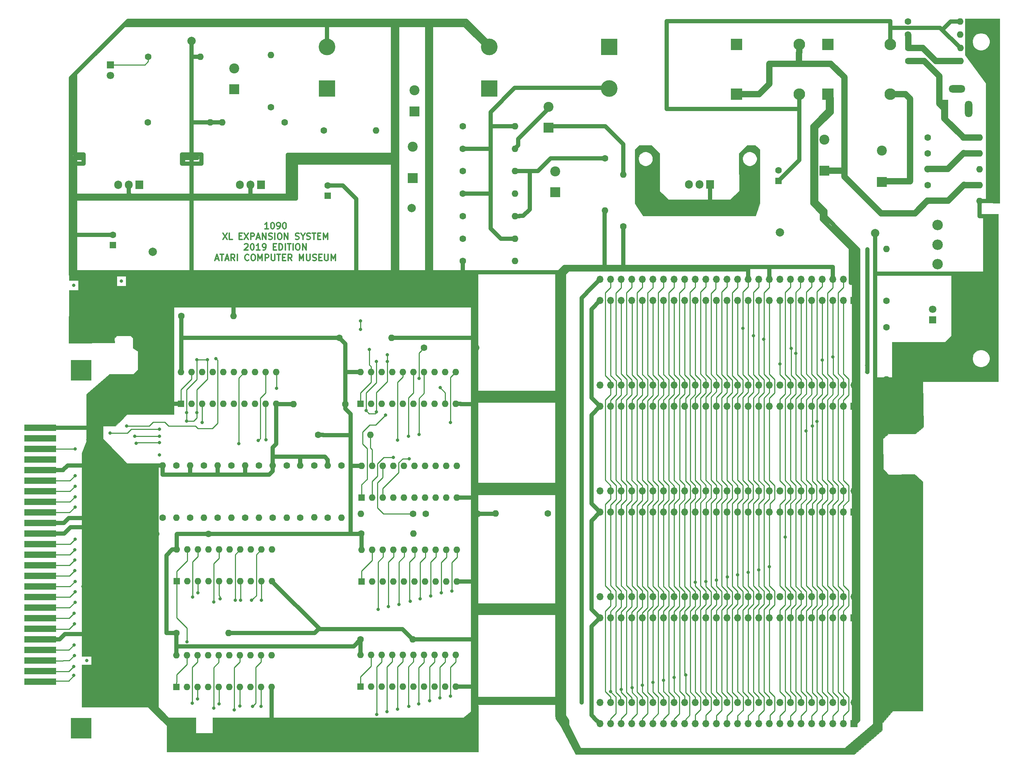
<source format=gbr>
G04 #@! TF.GenerationSoftware,KiCad,Pcbnew,5.1.8-5.1.8*
G04 #@! TF.CreationDate,2021-09-15T21:29:48-07:00*
G04 #@! TF.ProjectId,1090,31303930-2e6b-4696-9361-645f70636258,rev?*
G04 #@! TF.SameCoordinates,Original*
G04 #@! TF.FileFunction,Copper,L1,Top*
G04 #@! TF.FilePolarity,Positive*
%FSLAX46Y46*%
G04 Gerber Fmt 4.6, Leading zero omitted, Abs format (unit mm)*
G04 Created by KiCad (PCBNEW 5.1.8-5.1.8) date 2021-09-15 21:29:48*
%MOMM*%
%LPD*%
G01*
G04 APERTURE LIST*
G04 #@! TA.AperFunction,NonConductor*
%ADD10C,0.300000*%
G04 #@! TD*
G04 #@! TA.AperFunction,ComponentPad*
%ADD11C,3.200000*%
G04 #@! TD*
G04 #@! TA.AperFunction,ComponentPad*
%ADD12C,2.524000*%
G04 #@! TD*
G04 #@! TA.AperFunction,ComponentPad*
%ADD13O,1.700000X1.700000*%
G04 #@! TD*
G04 #@! TA.AperFunction,ComponentPad*
%ADD14R,1.700000X1.700000*%
G04 #@! TD*
G04 #@! TA.AperFunction,ConnectorPad*
%ADD15R,7.620000X1.524000*%
G04 #@! TD*
G04 #@! TA.AperFunction,ComponentPad*
%ADD16O,4.000000X1.800000*%
G04 #@! TD*
G04 #@! TA.AperFunction,ComponentPad*
%ADD17O,1.800000X4.000000*%
G04 #@! TD*
G04 #@! TA.AperFunction,ComponentPad*
%ADD18R,1.800000X4.400000*%
G04 #@! TD*
G04 #@! TA.AperFunction,ComponentPad*
%ADD19C,1.600000*%
G04 #@! TD*
G04 #@! TA.AperFunction,ComponentPad*
%ADD20O,1.600000X1.600000*%
G04 #@! TD*
G04 #@! TA.AperFunction,ComponentPad*
%ADD21C,1.800000*%
G04 #@! TD*
G04 #@! TA.AperFunction,ComponentPad*
%ADD22R,1.800000X1.800000*%
G04 #@! TD*
G04 #@! TA.AperFunction,ComponentPad*
%ADD23O,2.800000X2.800000*%
G04 #@! TD*
G04 #@! TA.AperFunction,ComponentPad*
%ADD24R,2.800000X2.800000*%
G04 #@! TD*
G04 #@! TA.AperFunction,ComponentPad*
%ADD25C,4.000000*%
G04 #@! TD*
G04 #@! TA.AperFunction,ComponentPad*
%ADD26R,4.000000X4.000000*%
G04 #@! TD*
G04 #@! TA.AperFunction,ComponentPad*
%ADD27C,2.400000*%
G04 #@! TD*
G04 #@! TA.AperFunction,ComponentPad*
%ADD28R,2.400000X2.400000*%
G04 #@! TD*
G04 #@! TA.AperFunction,ComponentPad*
%ADD29R,5.000000X5.000000*%
G04 #@! TD*
G04 #@! TA.AperFunction,ComponentPad*
%ADD30R,1.600000X1.600000*%
G04 #@! TD*
G04 #@! TA.AperFunction,ComponentPad*
%ADD31R,1.905000X2.000000*%
G04 #@! TD*
G04 #@! TA.AperFunction,ComponentPad*
%ADD32O,1.905000X2.000000*%
G04 #@! TD*
G04 #@! TA.AperFunction,ComponentPad*
%ADD33C,2.000000*%
G04 #@! TD*
G04 #@! TA.AperFunction,ViaPad*
%ADD34C,0.800000*%
G04 #@! TD*
G04 #@! TA.AperFunction,Conductor*
%ADD35C,0.250000*%
G04 #@! TD*
G04 #@! TA.AperFunction,Conductor*
%ADD36C,1.016000*%
G04 #@! TD*
G04 #@! TA.AperFunction,Conductor*
%ADD37C,1.524000*%
G04 #@! TD*
G04 #@! TA.AperFunction,Conductor*
%ADD38C,0.025400*%
G04 #@! TD*
G04 #@! TA.AperFunction,Conductor*
%ADD39C,0.100000*%
G04 #@! TD*
G04 APERTURE END LIST*
D10*
X359040714Y-177048571D02*
X358183571Y-177048571D01*
X358612142Y-177048571D02*
X358612142Y-175548571D01*
X358469285Y-175762857D01*
X358326428Y-175905714D01*
X358183571Y-175977142D01*
X359969285Y-175548571D02*
X360112142Y-175548571D01*
X360255000Y-175620000D01*
X360326428Y-175691428D01*
X360397857Y-175834285D01*
X360469285Y-176120000D01*
X360469285Y-176477142D01*
X360397857Y-176762857D01*
X360326428Y-176905714D01*
X360255000Y-176977142D01*
X360112142Y-177048571D01*
X359969285Y-177048571D01*
X359826428Y-176977142D01*
X359755000Y-176905714D01*
X359683571Y-176762857D01*
X359612142Y-176477142D01*
X359612142Y-176120000D01*
X359683571Y-175834285D01*
X359755000Y-175691428D01*
X359826428Y-175620000D01*
X359969285Y-175548571D01*
X361183571Y-177048571D02*
X361469285Y-177048571D01*
X361612142Y-176977142D01*
X361683571Y-176905714D01*
X361826428Y-176691428D01*
X361897857Y-176405714D01*
X361897857Y-175834285D01*
X361826428Y-175691428D01*
X361755000Y-175620000D01*
X361612142Y-175548571D01*
X361326428Y-175548571D01*
X361183571Y-175620000D01*
X361112142Y-175691428D01*
X361040714Y-175834285D01*
X361040714Y-176191428D01*
X361112142Y-176334285D01*
X361183571Y-176405714D01*
X361326428Y-176477142D01*
X361612142Y-176477142D01*
X361755000Y-176405714D01*
X361826428Y-176334285D01*
X361897857Y-176191428D01*
X362826428Y-175548571D02*
X362969285Y-175548571D01*
X363112142Y-175620000D01*
X363183571Y-175691428D01*
X363255000Y-175834285D01*
X363326428Y-176120000D01*
X363326428Y-176477142D01*
X363255000Y-176762857D01*
X363183571Y-176905714D01*
X363112142Y-176977142D01*
X362969285Y-177048571D01*
X362826428Y-177048571D01*
X362683571Y-176977142D01*
X362612142Y-176905714D01*
X362540714Y-176762857D01*
X362469285Y-176477142D01*
X362469285Y-176120000D01*
X362540714Y-175834285D01*
X362612142Y-175691428D01*
X362683571Y-175620000D01*
X362826428Y-175548571D01*
X348112142Y-178098571D02*
X349112142Y-179598571D01*
X349112142Y-178098571D02*
X348112142Y-179598571D01*
X350397857Y-179598571D02*
X349683571Y-179598571D01*
X349683571Y-178098571D01*
X352040714Y-178812857D02*
X352540714Y-178812857D01*
X352755000Y-179598571D02*
X352040714Y-179598571D01*
X352040714Y-178098571D01*
X352755000Y-178098571D01*
X353255000Y-178098571D02*
X354255000Y-179598571D01*
X354255000Y-178098571D02*
X353255000Y-179598571D01*
X354826428Y-179598571D02*
X354826428Y-178098571D01*
X355397857Y-178098571D01*
X355540714Y-178170000D01*
X355612142Y-178241428D01*
X355683571Y-178384285D01*
X355683571Y-178598571D01*
X355612142Y-178741428D01*
X355540714Y-178812857D01*
X355397857Y-178884285D01*
X354826428Y-178884285D01*
X356255000Y-179170000D02*
X356969285Y-179170000D01*
X356112142Y-179598571D02*
X356612142Y-178098571D01*
X357112142Y-179598571D01*
X357612142Y-179598571D02*
X357612142Y-178098571D01*
X358469285Y-179598571D01*
X358469285Y-178098571D01*
X359112142Y-179527142D02*
X359326428Y-179598571D01*
X359683571Y-179598571D01*
X359826428Y-179527142D01*
X359897857Y-179455714D01*
X359969285Y-179312857D01*
X359969285Y-179170000D01*
X359897857Y-179027142D01*
X359826428Y-178955714D01*
X359683571Y-178884285D01*
X359397857Y-178812857D01*
X359255000Y-178741428D01*
X359183571Y-178670000D01*
X359112142Y-178527142D01*
X359112142Y-178384285D01*
X359183571Y-178241428D01*
X359255000Y-178170000D01*
X359397857Y-178098571D01*
X359755000Y-178098571D01*
X359969285Y-178170000D01*
X360612142Y-179598571D02*
X360612142Y-178098571D01*
X361612142Y-178098571D02*
X361897857Y-178098571D01*
X362040714Y-178170000D01*
X362183571Y-178312857D01*
X362255000Y-178598571D01*
X362255000Y-179098571D01*
X362183571Y-179384285D01*
X362040714Y-179527142D01*
X361897857Y-179598571D01*
X361612142Y-179598571D01*
X361469285Y-179527142D01*
X361326428Y-179384285D01*
X361255000Y-179098571D01*
X361255000Y-178598571D01*
X361326428Y-178312857D01*
X361469285Y-178170000D01*
X361612142Y-178098571D01*
X362897857Y-179598571D02*
X362897857Y-178098571D01*
X363755000Y-179598571D01*
X363755000Y-178098571D01*
X365540714Y-179527142D02*
X365755000Y-179598571D01*
X366112142Y-179598571D01*
X366255000Y-179527142D01*
X366326428Y-179455714D01*
X366397857Y-179312857D01*
X366397857Y-179170000D01*
X366326428Y-179027142D01*
X366255000Y-178955714D01*
X366112142Y-178884285D01*
X365826428Y-178812857D01*
X365683571Y-178741428D01*
X365612142Y-178670000D01*
X365540714Y-178527142D01*
X365540714Y-178384285D01*
X365612142Y-178241428D01*
X365683571Y-178170000D01*
X365826428Y-178098571D01*
X366183571Y-178098571D01*
X366397857Y-178170000D01*
X367326428Y-178884285D02*
X367326428Y-179598571D01*
X366826428Y-178098571D02*
X367326428Y-178884285D01*
X367826428Y-178098571D01*
X368255000Y-179527142D02*
X368469285Y-179598571D01*
X368826428Y-179598571D01*
X368969285Y-179527142D01*
X369040714Y-179455714D01*
X369112142Y-179312857D01*
X369112142Y-179170000D01*
X369040714Y-179027142D01*
X368969285Y-178955714D01*
X368826428Y-178884285D01*
X368540714Y-178812857D01*
X368397857Y-178741428D01*
X368326428Y-178670000D01*
X368255000Y-178527142D01*
X368255000Y-178384285D01*
X368326428Y-178241428D01*
X368397857Y-178170000D01*
X368540714Y-178098571D01*
X368897857Y-178098571D01*
X369112142Y-178170000D01*
X369540714Y-178098571D02*
X370397857Y-178098571D01*
X369969285Y-179598571D02*
X369969285Y-178098571D01*
X370897857Y-178812857D02*
X371397857Y-178812857D01*
X371612142Y-179598571D02*
X370897857Y-179598571D01*
X370897857Y-178098571D01*
X371612142Y-178098571D01*
X372255000Y-179598571D02*
X372255000Y-178098571D01*
X372755000Y-179170000D01*
X373255000Y-178098571D01*
X373255000Y-179598571D01*
X353326428Y-180791428D02*
X353397857Y-180720000D01*
X353540714Y-180648571D01*
X353897857Y-180648571D01*
X354040714Y-180720000D01*
X354112142Y-180791428D01*
X354183571Y-180934285D01*
X354183571Y-181077142D01*
X354112142Y-181291428D01*
X353255000Y-182148571D01*
X354183571Y-182148571D01*
X355112142Y-180648571D02*
X355255000Y-180648571D01*
X355397857Y-180720000D01*
X355469285Y-180791428D01*
X355540714Y-180934285D01*
X355612142Y-181220000D01*
X355612142Y-181577142D01*
X355540714Y-181862857D01*
X355469285Y-182005714D01*
X355397857Y-182077142D01*
X355255000Y-182148571D01*
X355112142Y-182148571D01*
X354969285Y-182077142D01*
X354897857Y-182005714D01*
X354826428Y-181862857D01*
X354755000Y-181577142D01*
X354755000Y-181220000D01*
X354826428Y-180934285D01*
X354897857Y-180791428D01*
X354969285Y-180720000D01*
X355112142Y-180648571D01*
X357040714Y-182148571D02*
X356183571Y-182148571D01*
X356612142Y-182148571D02*
X356612142Y-180648571D01*
X356469285Y-180862857D01*
X356326428Y-181005714D01*
X356183571Y-181077142D01*
X357755000Y-182148571D02*
X358040714Y-182148571D01*
X358183571Y-182077142D01*
X358255000Y-182005714D01*
X358397857Y-181791428D01*
X358469285Y-181505714D01*
X358469285Y-180934285D01*
X358397857Y-180791428D01*
X358326428Y-180720000D01*
X358183571Y-180648571D01*
X357897857Y-180648571D01*
X357755000Y-180720000D01*
X357683571Y-180791428D01*
X357612142Y-180934285D01*
X357612142Y-181291428D01*
X357683571Y-181434285D01*
X357755000Y-181505714D01*
X357897857Y-181577142D01*
X358183571Y-181577142D01*
X358326428Y-181505714D01*
X358397857Y-181434285D01*
X358469285Y-181291428D01*
X360255000Y-181362857D02*
X360755000Y-181362857D01*
X360969285Y-182148571D02*
X360255000Y-182148571D01*
X360255000Y-180648571D01*
X360969285Y-180648571D01*
X361612142Y-182148571D02*
X361612142Y-180648571D01*
X361969285Y-180648571D01*
X362183571Y-180720000D01*
X362326428Y-180862857D01*
X362397857Y-181005714D01*
X362469285Y-181291428D01*
X362469285Y-181505714D01*
X362397857Y-181791428D01*
X362326428Y-181934285D01*
X362183571Y-182077142D01*
X361969285Y-182148571D01*
X361612142Y-182148571D01*
X363112142Y-182148571D02*
X363112142Y-180648571D01*
X363612142Y-180648571D02*
X364469285Y-180648571D01*
X364040714Y-182148571D02*
X364040714Y-180648571D01*
X364969285Y-182148571D02*
X364969285Y-180648571D01*
X365969285Y-180648571D02*
X366255000Y-180648571D01*
X366397857Y-180720000D01*
X366540714Y-180862857D01*
X366612142Y-181148571D01*
X366612142Y-181648571D01*
X366540714Y-181934285D01*
X366397857Y-182077142D01*
X366255000Y-182148571D01*
X365969285Y-182148571D01*
X365826428Y-182077142D01*
X365683571Y-181934285D01*
X365612142Y-181648571D01*
X365612142Y-181148571D01*
X365683571Y-180862857D01*
X365826428Y-180720000D01*
X365969285Y-180648571D01*
X367255000Y-182148571D02*
X367255000Y-180648571D01*
X368112142Y-182148571D01*
X368112142Y-180648571D01*
X346326428Y-184270000D02*
X347040714Y-184270000D01*
X346183571Y-184698571D02*
X346683571Y-183198571D01*
X347183571Y-184698571D01*
X347469285Y-183198571D02*
X348326428Y-183198571D01*
X347897857Y-184698571D02*
X347897857Y-183198571D01*
X348755000Y-184270000D02*
X349469285Y-184270000D01*
X348612142Y-184698571D02*
X349112142Y-183198571D01*
X349612142Y-184698571D01*
X350969285Y-184698571D02*
X350469285Y-183984285D01*
X350112142Y-184698571D02*
X350112142Y-183198571D01*
X350683571Y-183198571D01*
X350826428Y-183270000D01*
X350897857Y-183341428D01*
X350969285Y-183484285D01*
X350969285Y-183698571D01*
X350897857Y-183841428D01*
X350826428Y-183912857D01*
X350683571Y-183984285D01*
X350112142Y-183984285D01*
X351612142Y-184698571D02*
X351612142Y-183198571D01*
X354326428Y-184555714D02*
X354255000Y-184627142D01*
X354040714Y-184698571D01*
X353897857Y-184698571D01*
X353683571Y-184627142D01*
X353540714Y-184484285D01*
X353469285Y-184341428D01*
X353397857Y-184055714D01*
X353397857Y-183841428D01*
X353469285Y-183555714D01*
X353540714Y-183412857D01*
X353683571Y-183270000D01*
X353897857Y-183198571D01*
X354040714Y-183198571D01*
X354255000Y-183270000D01*
X354326428Y-183341428D01*
X355255000Y-183198571D02*
X355540714Y-183198571D01*
X355683571Y-183270000D01*
X355826428Y-183412857D01*
X355897857Y-183698571D01*
X355897857Y-184198571D01*
X355826428Y-184484285D01*
X355683571Y-184627142D01*
X355540714Y-184698571D01*
X355255000Y-184698571D01*
X355112142Y-184627142D01*
X354969285Y-184484285D01*
X354897857Y-184198571D01*
X354897857Y-183698571D01*
X354969285Y-183412857D01*
X355112142Y-183270000D01*
X355255000Y-183198571D01*
X356540714Y-184698571D02*
X356540714Y-183198571D01*
X357040714Y-184270000D01*
X357540714Y-183198571D01*
X357540714Y-184698571D01*
X358255000Y-184698571D02*
X358255000Y-183198571D01*
X358826428Y-183198571D01*
X358969285Y-183270000D01*
X359040714Y-183341428D01*
X359112142Y-183484285D01*
X359112142Y-183698571D01*
X359040714Y-183841428D01*
X358969285Y-183912857D01*
X358826428Y-183984285D01*
X358255000Y-183984285D01*
X359755000Y-183198571D02*
X359755000Y-184412857D01*
X359826428Y-184555714D01*
X359897857Y-184627142D01*
X360040714Y-184698571D01*
X360326428Y-184698571D01*
X360469285Y-184627142D01*
X360540714Y-184555714D01*
X360612142Y-184412857D01*
X360612142Y-183198571D01*
X361112142Y-183198571D02*
X361969285Y-183198571D01*
X361540714Y-184698571D02*
X361540714Y-183198571D01*
X362469285Y-183912857D02*
X362969285Y-183912857D01*
X363183571Y-184698571D02*
X362469285Y-184698571D01*
X362469285Y-183198571D01*
X363183571Y-183198571D01*
X364683571Y-184698571D02*
X364183571Y-183984285D01*
X363826428Y-184698571D02*
X363826428Y-183198571D01*
X364397857Y-183198571D01*
X364540714Y-183270000D01*
X364612142Y-183341428D01*
X364683571Y-183484285D01*
X364683571Y-183698571D01*
X364612142Y-183841428D01*
X364540714Y-183912857D01*
X364397857Y-183984285D01*
X363826428Y-183984285D01*
X366469285Y-184698571D02*
X366469285Y-183198571D01*
X366969285Y-184270000D01*
X367469285Y-183198571D01*
X367469285Y-184698571D01*
X368183571Y-183198571D02*
X368183571Y-184412857D01*
X368255000Y-184555714D01*
X368326428Y-184627142D01*
X368469285Y-184698571D01*
X368755000Y-184698571D01*
X368897857Y-184627142D01*
X368969285Y-184555714D01*
X369040714Y-184412857D01*
X369040714Y-183198571D01*
X369683571Y-184627142D02*
X369897857Y-184698571D01*
X370255000Y-184698571D01*
X370397857Y-184627142D01*
X370469285Y-184555714D01*
X370540714Y-184412857D01*
X370540714Y-184270000D01*
X370469285Y-184127142D01*
X370397857Y-184055714D01*
X370255000Y-183984285D01*
X369969285Y-183912857D01*
X369826428Y-183841428D01*
X369755000Y-183770000D01*
X369683571Y-183627142D01*
X369683571Y-183484285D01*
X369755000Y-183341428D01*
X369826428Y-183270000D01*
X369969285Y-183198571D01*
X370326428Y-183198571D01*
X370540714Y-183270000D01*
X371183571Y-183912857D02*
X371683571Y-183912857D01*
X371897857Y-184698571D02*
X371183571Y-184698571D01*
X371183571Y-183198571D01*
X371897857Y-183198571D01*
X372540714Y-183198571D02*
X372540714Y-184412857D01*
X372612142Y-184555714D01*
X372683571Y-184627142D01*
X372826428Y-184698571D01*
X373112142Y-184698571D01*
X373255000Y-184627142D01*
X373326428Y-184555714D01*
X373397857Y-184412857D01*
X373397857Y-183198571D01*
X374112142Y-184698571D02*
X374112142Y-183198571D01*
X374612142Y-184270000D01*
X375112142Y-183198571D01*
X375112142Y-184698571D01*
D11*
X532384000Y-183794400D03*
X532384000Y-178714400D03*
D12*
X519684000Y-185574401D03*
X519684000Y-180874401D03*
X519684000Y-176174400D03*
D13*
X438650000Y-290810000D03*
X438650000Y-295890000D03*
X441190000Y-290810000D03*
X441190000Y-295890000D03*
X443730000Y-290810000D03*
X443730000Y-295890000D03*
X446270000Y-290810000D03*
X446270000Y-295890000D03*
X448810000Y-290810000D03*
X448810000Y-295890000D03*
X451350000Y-290810000D03*
X451350000Y-295890000D03*
X453890000Y-290810000D03*
X453890000Y-295890000D03*
X456430000Y-290810000D03*
X456430000Y-295890000D03*
X458970000Y-290810000D03*
X458970000Y-295890000D03*
X461510000Y-290810000D03*
X461510000Y-295890000D03*
X464050000Y-290810000D03*
X464050000Y-295890000D03*
X466590000Y-290810000D03*
X466590000Y-295890000D03*
X469130000Y-290810000D03*
X469130000Y-295890000D03*
X471670000Y-290810000D03*
X471670000Y-295890000D03*
X474210000Y-290810000D03*
X474210000Y-295890000D03*
X476750000Y-290810000D03*
X476750000Y-295890000D03*
X479290000Y-290810000D03*
X479290000Y-295890000D03*
X481830000Y-290810000D03*
X481830000Y-295890000D03*
X484370000Y-290810000D03*
X484370000Y-295890000D03*
X486910000Y-290810000D03*
X486910000Y-295890000D03*
X489450000Y-290810000D03*
X489450000Y-295890000D03*
X491990000Y-290810000D03*
X491990000Y-295890000D03*
X494530000Y-290810000D03*
X494530000Y-295890000D03*
X497070000Y-290810000D03*
X497070000Y-295890000D03*
X499610000Y-290810000D03*
D14*
X499610000Y-295890000D03*
D13*
X438650000Y-189200000D03*
X438650000Y-194280000D03*
X441190000Y-189200000D03*
X441190000Y-194280000D03*
X443730000Y-189200000D03*
X443730000Y-194280000D03*
X446270000Y-189200000D03*
X446270000Y-194280000D03*
X448810000Y-189200000D03*
X448810000Y-194280000D03*
X451350000Y-189200000D03*
X451350000Y-194280000D03*
X453890000Y-189200000D03*
X453890000Y-194280000D03*
X456430000Y-189200000D03*
X456430000Y-194280000D03*
X458970000Y-189200000D03*
X458970000Y-194280000D03*
X461510000Y-189200000D03*
X461510000Y-194280000D03*
X464050000Y-189200000D03*
X464050000Y-194280000D03*
X466590000Y-189200000D03*
X466590000Y-194280000D03*
X469130000Y-189200000D03*
X469130000Y-194280000D03*
X471670000Y-189200000D03*
X471670000Y-194280000D03*
X474210000Y-189200000D03*
X474210000Y-194280000D03*
X476750000Y-189200000D03*
X476750000Y-194280000D03*
X479290000Y-189200000D03*
X479290000Y-194280000D03*
X481830000Y-189200000D03*
X481830000Y-194280000D03*
X484370000Y-189200000D03*
X484370000Y-194280000D03*
X486910000Y-189200000D03*
X486910000Y-194280000D03*
X489450000Y-189200000D03*
X489450000Y-194280000D03*
X491990000Y-189200000D03*
X491990000Y-194280000D03*
X494530000Y-189200000D03*
X494530000Y-194280000D03*
X497070000Y-189200000D03*
X497070000Y-194280000D03*
X499610000Y-189200000D03*
D14*
X499610000Y-194280000D03*
D13*
X438660000Y-214610000D03*
X438660000Y-219690000D03*
X441200000Y-214610000D03*
X441200000Y-219690000D03*
X443740000Y-214610000D03*
X443740000Y-219690000D03*
X446280000Y-214610000D03*
X446280000Y-219690000D03*
X448820000Y-214610000D03*
X448820000Y-219690000D03*
X451360000Y-214610000D03*
X451360000Y-219690000D03*
X453900000Y-214610000D03*
X453900000Y-219690000D03*
X456440000Y-214610000D03*
X456440000Y-219690000D03*
X458980000Y-214610000D03*
X458980000Y-219690000D03*
X461520000Y-214610000D03*
X461520000Y-219690000D03*
X464060000Y-214610000D03*
X464060000Y-219690000D03*
X466600000Y-214610000D03*
X466600000Y-219690000D03*
X469140000Y-214610000D03*
X469140000Y-219690000D03*
X471680000Y-214610000D03*
X471680000Y-219690000D03*
X474220000Y-214610000D03*
X474220000Y-219690000D03*
X476760000Y-214610000D03*
X476760000Y-219690000D03*
X479300000Y-214610000D03*
X479300000Y-219690000D03*
X481840000Y-214610000D03*
X481840000Y-219690000D03*
X484380000Y-214610000D03*
X484380000Y-219690000D03*
X486920000Y-214610000D03*
X486920000Y-219690000D03*
X489460000Y-214610000D03*
X489460000Y-219690000D03*
X492000000Y-214610000D03*
X492000000Y-219690000D03*
X494540000Y-214610000D03*
X494540000Y-219690000D03*
X497080000Y-214610000D03*
X497080000Y-219690000D03*
X499620000Y-214610000D03*
D14*
X499620000Y-219690000D03*
D13*
X438660000Y-240000000D03*
X438660000Y-245080000D03*
X441200000Y-240000000D03*
X441200000Y-245080000D03*
X443740000Y-240000000D03*
X443740000Y-245080000D03*
X446280000Y-240000000D03*
X446280000Y-245080000D03*
X448820000Y-240000000D03*
X448820000Y-245080000D03*
X451360000Y-240000000D03*
X451360000Y-245080000D03*
X453900000Y-240000000D03*
X453900000Y-245080000D03*
X456440000Y-240000000D03*
X456440000Y-245080000D03*
X458980000Y-240000000D03*
X458980000Y-245080000D03*
X461520000Y-240000000D03*
X461520000Y-245080000D03*
X464060000Y-240000000D03*
X464060000Y-245080000D03*
X466600000Y-240000000D03*
X466600000Y-245080000D03*
X469140000Y-240000000D03*
X469140000Y-245080000D03*
X471680000Y-240000000D03*
X471680000Y-245080000D03*
X474220000Y-240000000D03*
X474220000Y-245080000D03*
X476760000Y-240000000D03*
X476760000Y-245080000D03*
X479300000Y-240000000D03*
X479300000Y-245080000D03*
X481840000Y-240000000D03*
X481840000Y-245080000D03*
X484380000Y-240000000D03*
X484380000Y-245080000D03*
X486920000Y-240000000D03*
X486920000Y-245080000D03*
X489460000Y-240000000D03*
X489460000Y-245080000D03*
X492000000Y-240000000D03*
X492000000Y-245080000D03*
X494540000Y-240000000D03*
X494540000Y-245080000D03*
X497080000Y-240000000D03*
X497080000Y-245080000D03*
X499620000Y-240000000D03*
D14*
X499620000Y-245080000D03*
D13*
X438640000Y-265410000D03*
X438640000Y-270490000D03*
X441180000Y-265410000D03*
X441180000Y-270490000D03*
X443720000Y-265410000D03*
X443720000Y-270490000D03*
X446260000Y-265410000D03*
X446260000Y-270490000D03*
X448800000Y-265410000D03*
X448800000Y-270490000D03*
X451340000Y-265410000D03*
X451340000Y-270490000D03*
X453880000Y-265410000D03*
X453880000Y-270490000D03*
X456420000Y-265410000D03*
X456420000Y-270490000D03*
X458960000Y-265410000D03*
X458960000Y-270490000D03*
X461500000Y-265410000D03*
X461500000Y-270490000D03*
X464040000Y-265410000D03*
X464040000Y-270490000D03*
X466580000Y-265410000D03*
X466580000Y-270490000D03*
X469120000Y-265410000D03*
X469120000Y-270490000D03*
X471660000Y-265410000D03*
X471660000Y-270490000D03*
X474200000Y-265410000D03*
X474200000Y-270490000D03*
X476740000Y-265410000D03*
X476740000Y-270490000D03*
X479280000Y-265410000D03*
X479280000Y-270490000D03*
X481820000Y-265410000D03*
X481820000Y-270490000D03*
X484360000Y-265410000D03*
X484360000Y-270490000D03*
X486900000Y-265410000D03*
X486900000Y-270490000D03*
X489440000Y-265410000D03*
X489440000Y-270490000D03*
X491980000Y-265410000D03*
X491980000Y-270490000D03*
X494520000Y-265410000D03*
X494520000Y-270490000D03*
X497060000Y-265410000D03*
X497060000Y-270490000D03*
X499600000Y-265410000D03*
D14*
X499600000Y-270490000D03*
D15*
X304290000Y-240100000D03*
X304290000Y-247720000D03*
X304290000Y-237560000D03*
X304290000Y-242640000D03*
X304290000Y-245180000D03*
X304290000Y-232480000D03*
X304290000Y-229940000D03*
X304290000Y-224860000D03*
X304290000Y-235020000D03*
X304290000Y-227400000D03*
X304290000Y-285820000D03*
X304290000Y-283280000D03*
X304290000Y-280740000D03*
X304290000Y-278200000D03*
X304290000Y-275660000D03*
X304290000Y-273120000D03*
X304290000Y-270580000D03*
X304290000Y-268040000D03*
X304290000Y-265500000D03*
X304290000Y-262960000D03*
X304290000Y-260420000D03*
X304290000Y-257880000D03*
X304290000Y-255340000D03*
X304290000Y-252800000D03*
X304290000Y-250260000D03*
D16*
X524357000Y-143469000D03*
D17*
X527157000Y-148269000D03*
D18*
X521357000Y-148269000D03*
D19*
X393780000Y-245470000D03*
D20*
X381280000Y-245470000D03*
D21*
X321115000Y-140241000D03*
D22*
X321115000Y-137701000D03*
D21*
X518483000Y-196425000D03*
D22*
X518483000Y-198965000D03*
D23*
X508364000Y-132777000D03*
D24*
X493364000Y-132767000D03*
D23*
X486440000Y-132777000D03*
D24*
X471440000Y-132767000D03*
D23*
X508364000Y-144715000D03*
D24*
X493364000Y-144705000D03*
D19*
X439830000Y-160145000D03*
D20*
X439830000Y-172645000D03*
D19*
X512648000Y-133664000D03*
D20*
X525148000Y-133664000D03*
D19*
X517275000Y-162747000D03*
D20*
X529775000Y-162747000D03*
D19*
X512573000Y-127304000D03*
D20*
X525073000Y-127304000D03*
D19*
X336990000Y-274099000D03*
D20*
X349490000Y-274099000D03*
D19*
X344630000Y-250350000D03*
D20*
X332130000Y-250350000D03*
D19*
X338180000Y-198020000D03*
D20*
X350680000Y-198020000D03*
D19*
X381313000Y-250238999D03*
D20*
X393813000Y-250238999D03*
D19*
X377530000Y-219120000D03*
D20*
X365030000Y-219120000D03*
D19*
X517275000Y-170367000D03*
D20*
X529775000Y-170367000D03*
D19*
X517275000Y-155127000D03*
D20*
X529775000Y-155127000D03*
D19*
X376106000Y-203233000D03*
D20*
X388606000Y-203233000D03*
D19*
X381186000Y-275623000D03*
D20*
X393686000Y-275623000D03*
D25*
X440876000Y-143383000D03*
D26*
X440876000Y-133383000D03*
D25*
X373120000Y-133389000D03*
D26*
X373120000Y-143389000D03*
D25*
X412047000Y-133416000D03*
D26*
X412047000Y-143416000D03*
D27*
X492530000Y-155645000D03*
D28*
X492530000Y-163145000D03*
D27*
X506262000Y-158309000D03*
D28*
X506262000Y-165809000D03*
D29*
X314140000Y-211010000D03*
D30*
X381440000Y-261720000D03*
D20*
X404300000Y-254100000D03*
X383980000Y-261720000D03*
X401760000Y-254100000D03*
X386520000Y-261720000D03*
X399220000Y-254100000D03*
X389060000Y-261720000D03*
X396680000Y-254100000D03*
X391600000Y-261720000D03*
X394140000Y-254100000D03*
X394140000Y-261720000D03*
X391600000Y-254100000D03*
X396680000Y-261720000D03*
X389060000Y-254100000D03*
X399220000Y-261720000D03*
X386520000Y-254100000D03*
X401760000Y-261720000D03*
X383980000Y-254100000D03*
X404300000Y-261720000D03*
X381440000Y-254100000D03*
D30*
X381186000Y-219108000D03*
D20*
X404046000Y-211488000D03*
X383726000Y-219108000D03*
X401506000Y-211488000D03*
X386266000Y-219108000D03*
X398966000Y-211488000D03*
X388806000Y-219108000D03*
X396426000Y-211488000D03*
X391346000Y-219108000D03*
X393886000Y-211488000D03*
X393886000Y-219108000D03*
X391346000Y-211488000D03*
X396426000Y-219108000D03*
X388806000Y-211488000D03*
X398966000Y-219108000D03*
X386266000Y-211488000D03*
X401506000Y-219108000D03*
X383726000Y-211488000D03*
X404046000Y-219108000D03*
X381186000Y-211488000D03*
D29*
X314130000Y-296959000D03*
D30*
X481505000Y-165545000D03*
D19*
X481505000Y-163045000D03*
D28*
X350880000Y-143540000D03*
D27*
X350880000Y-138540000D03*
D19*
X507405000Y-194370000D03*
D20*
X507405000Y-181870000D03*
D19*
X507355000Y-200695000D03*
D20*
X507355000Y-213195000D03*
D19*
X330194000Y-135769000D03*
D20*
X342694000Y-135769000D03*
D19*
X396426000Y-205646000D03*
D20*
X408926000Y-205646000D03*
D19*
X371026000Y-226537500D03*
D20*
X383526000Y-226537500D03*
D19*
X336980000Y-233920000D03*
D20*
X336980000Y-246420000D03*
D19*
X343580000Y-233920000D03*
D20*
X343580000Y-246420000D03*
D19*
X350180000Y-233920000D03*
D20*
X350180000Y-246420000D03*
D19*
X356802000Y-233920000D03*
D20*
X356802000Y-246420000D03*
D19*
X363430000Y-233920000D03*
D20*
X363430000Y-246420000D03*
D19*
X370030000Y-233870000D03*
D20*
X370030000Y-246370000D03*
D19*
X376614000Y-233920000D03*
D20*
X376614000Y-246420000D03*
D19*
X426110000Y-245430000D03*
D20*
X413610000Y-245430000D03*
X347955000Y-151495000D03*
D19*
X362955000Y-151495000D03*
X512573000Y-130459000D03*
D20*
X525073000Y-130459000D03*
D19*
X512648000Y-136819000D03*
D20*
X525148000Y-136819000D03*
D19*
X517275000Y-166557000D03*
D20*
X529775000Y-166557000D03*
D19*
X517275000Y-158937000D03*
D20*
X529775000Y-158937000D03*
X337075000Y-254082000D03*
X359935000Y-261702000D03*
X339615000Y-254082000D03*
X357395000Y-261702000D03*
X342155000Y-254082000D03*
X354855000Y-261702000D03*
X344695000Y-254082000D03*
X352315000Y-261702000D03*
X347235000Y-254082000D03*
X349775000Y-261702000D03*
X349775000Y-254082000D03*
X347235000Y-261702000D03*
X352315000Y-254082000D03*
X344695000Y-261702000D03*
X354855000Y-254082000D03*
X342155000Y-261702000D03*
X357395000Y-254082000D03*
X339615000Y-261702000D03*
X359935000Y-254082000D03*
D30*
X337075000Y-261702000D03*
D20*
X381186000Y-279392001D03*
X404046000Y-287012001D03*
X383726000Y-279392001D03*
X401506000Y-287012001D03*
X386266000Y-279392001D03*
X398966000Y-287012001D03*
X388806000Y-279392001D03*
X396426000Y-287012001D03*
X391346000Y-279392001D03*
X393886000Y-287012001D03*
X393886000Y-279392001D03*
X391346000Y-287012001D03*
X396426000Y-279392001D03*
X388806000Y-287012001D03*
X398966000Y-279392001D03*
X386266000Y-287012001D03*
X401506000Y-279392001D03*
X383726000Y-287012001D03*
X404046000Y-279392001D03*
D30*
X381186000Y-287012001D03*
D20*
X381440000Y-233967000D03*
X404300000Y-241587000D03*
X383980000Y-233967000D03*
X401760000Y-241587000D03*
X386520000Y-233967000D03*
X399220000Y-241587000D03*
X389060000Y-233967000D03*
X396680000Y-241587000D03*
X391600000Y-233967000D03*
X394140000Y-241587000D03*
X394140000Y-233967000D03*
X391600000Y-241587000D03*
X396680000Y-233967000D03*
X389060000Y-241587000D03*
X399220000Y-233967000D03*
X386520000Y-241587000D03*
X401760000Y-233967000D03*
X383980000Y-241587000D03*
X404300000Y-233967000D03*
D30*
X381440000Y-241587000D03*
X338091000Y-219108000D03*
D20*
X360951000Y-211488000D03*
X340631000Y-219108000D03*
X358411000Y-211488000D03*
X343171000Y-219108000D03*
X355871000Y-211488000D03*
X345711000Y-219108000D03*
X353331000Y-211488000D03*
X348251000Y-219108000D03*
X350791000Y-211488000D03*
X350791000Y-219108000D03*
X348251000Y-211488000D03*
X353331000Y-219108000D03*
X345711000Y-211488000D03*
X355871000Y-219108000D03*
X343171000Y-211488000D03*
X358411000Y-219108000D03*
X340631000Y-211488000D03*
X360951000Y-219108000D03*
X338091000Y-211488000D03*
D23*
X486440000Y-144715000D03*
D24*
X471440000Y-144705000D03*
D31*
X465030000Y-166420000D03*
D32*
X462490000Y-166420000D03*
X459950000Y-166420000D03*
D31*
X328100000Y-166530000D03*
D32*
X325560000Y-166530000D03*
X323020000Y-166530000D03*
X352180000Y-166500000D03*
X354720000Y-166500000D03*
D31*
X357260000Y-166500000D03*
D19*
X330067000Y-151517000D03*
D20*
X345067000Y-151517000D03*
X359658000Y-135334000D03*
D19*
X359658000Y-147834000D03*
D20*
X336996000Y-279433000D03*
X359856000Y-287053000D03*
X339536000Y-279433000D03*
X357316000Y-287053000D03*
X342076000Y-279433000D03*
X354776000Y-287053000D03*
X344616000Y-279433000D03*
X352236000Y-287053000D03*
X347156000Y-279433000D03*
X349696000Y-287053000D03*
X349696000Y-279433000D03*
X347156000Y-287053000D03*
X352236000Y-279433000D03*
X344616000Y-287053000D03*
X354776000Y-279433000D03*
X342076000Y-287053000D03*
X357316000Y-279433000D03*
X339536000Y-287053000D03*
X359856000Y-279433000D03*
D30*
X336996000Y-287053000D03*
D27*
X394075000Y-143850000D03*
D28*
X394075000Y-148850000D03*
X426271000Y-152814000D03*
D27*
X426271000Y-147814000D03*
X427922000Y-163308000D03*
D28*
X427922000Y-168308000D03*
X393694000Y-164852000D03*
D27*
X393694000Y-157352000D03*
D30*
X373260000Y-169160000D03*
D19*
X373260000Y-166660000D03*
X321750000Y-178508000D03*
D30*
X321750000Y-181008000D03*
D20*
X384858000Y-153422000D03*
D19*
X372358000Y-153422000D03*
D20*
X444255000Y-164020000D03*
D19*
X444255000Y-176520000D03*
D20*
X418197000Y-184818000D03*
D19*
X405697000Y-184818000D03*
D20*
X418197000Y-152433000D03*
D19*
X405697000Y-152433000D03*
X405697000Y-179420500D03*
D20*
X418197000Y-179420500D03*
D19*
X405697000Y-157830500D03*
D20*
X418197000Y-157830500D03*
D19*
X405697000Y-168625500D03*
D20*
X418197000Y-168625500D03*
D19*
X405697000Y-163228000D03*
D20*
X418197000Y-163228000D03*
D19*
X405697000Y-174023000D03*
D20*
X418197000Y-174023000D03*
D19*
X333688000Y-246413000D03*
D20*
X333688000Y-233913000D03*
X340292000Y-233913000D03*
D19*
X340292000Y-246413000D03*
X346896000Y-246413000D03*
D20*
X346896000Y-233913000D03*
X353500000Y-233913000D03*
D19*
X353500000Y-246413000D03*
X360104000Y-246413000D03*
D20*
X360104000Y-233913000D03*
X366708000Y-233913000D03*
D19*
X366708000Y-246413000D03*
D20*
X373312000Y-233913000D03*
D19*
X373312000Y-246413000D03*
D20*
X409280000Y-245513000D03*
D19*
X396780000Y-245513000D03*
D33*
X393440000Y-172091000D03*
X495680000Y-177930000D03*
X331275000Y-182620000D03*
X481850000Y-177920000D03*
X340608000Y-131959000D03*
X504690000Y-178070000D03*
D34*
X315425400Y-280700000D03*
X332930000Y-231370000D03*
X323790000Y-189630000D03*
X312300000Y-190610000D03*
X312670000Y-246510000D03*
X339430000Y-221170000D03*
X341880000Y-221170000D03*
X382480000Y-220720000D03*
X384980000Y-208920000D03*
X344429998Y-208520000D03*
X341880000Y-208520000D03*
X384980000Y-221020000D03*
X387580000Y-208920000D03*
X387580000Y-207270000D03*
X312670000Y-248749998D03*
X309116000Y-250270000D03*
X383280000Y-206070000D03*
X339430000Y-223244990D03*
X504675000Y-216900000D03*
X504675000Y-218450000D03*
X504645000Y-242125000D03*
X504645000Y-243675000D03*
X504680000Y-267190000D03*
X504680000Y-268740000D03*
X504680000Y-294485000D03*
X504680000Y-292935000D03*
X486480000Y-148320000D03*
X494530000Y-186240000D03*
X504690000Y-187770000D03*
X315705000Y-227720000D03*
X429780000Y-232310000D03*
X429800000Y-217650000D03*
X429800000Y-268400000D03*
X429800000Y-282050000D03*
X314510000Y-262960000D03*
X477970000Y-203570000D03*
X472940000Y-200930000D03*
X434213000Y-290830000D03*
X434213000Y-214630000D03*
X434213000Y-265403000D03*
X434213000Y-239983000D03*
X502690000Y-209875000D03*
X502690000Y-211425000D03*
X502780000Y-183560000D03*
X502780000Y-181980000D03*
X392830000Y-232270000D03*
X389030000Y-231970000D03*
X475476800Y-202700000D03*
X483098400Y-251100000D03*
X339536000Y-276187800D03*
X390080000Y-227820000D03*
X351929982Y-228620000D03*
X485640000Y-206930000D03*
X332930000Y-228370000D03*
X488110000Y-225560000D03*
X327304963Y-228583163D03*
X321070000Y-226120000D03*
X332930000Y-225170000D03*
X490700000Y-223320000D03*
X340810000Y-290940000D03*
X385070000Y-293650000D03*
X441200000Y-288150000D03*
X345939990Y-292160010D03*
X387530000Y-293010000D03*
X443728820Y-287660000D03*
X350860005Y-292604990D03*
X390060000Y-292440000D03*
X446327820Y-287230000D03*
X392790000Y-291720000D03*
X355250002Y-291704990D03*
X448806820Y-286640000D03*
X395150000Y-291099994D03*
X357310000Y-291704997D03*
X451375820Y-285930000D03*
X397710000Y-290390000D03*
X352220000Y-291660000D03*
X453924820Y-285420000D03*
X400230000Y-289710000D03*
X347170000Y-291140000D03*
X456420000Y-284760000D03*
X402776000Y-289262800D03*
X342080000Y-289940000D03*
X459208220Y-284170000D03*
X385380000Y-268440000D03*
X340880004Y-265490004D03*
X461540000Y-261900000D03*
X387840000Y-267800000D03*
X345950002Y-266660000D03*
X464050000Y-261790000D03*
X390370000Y-267230000D03*
X351070000Y-266244990D03*
X466610000Y-261380000D03*
X393100000Y-266510000D03*
X355030000Y-266244988D03*
X469170000Y-260670000D03*
X395460000Y-265889994D03*
X357399998Y-266244988D03*
X471690000Y-260110000D03*
X398020000Y-265180000D03*
X352339998Y-266244990D03*
X474220000Y-259570000D03*
X400540000Y-264500000D03*
X347480012Y-265930012D03*
X476760000Y-258990000D03*
X403086000Y-264052800D03*
X342155008Y-264479960D03*
X479310000Y-258200000D03*
X402780000Y-223570000D03*
X481850000Y-209510000D03*
X343171000Y-223594990D03*
X395180000Y-212970000D03*
X346480000Y-208220000D03*
X325030000Y-224420000D03*
X484522820Y-205804990D03*
X312630000Y-241390000D03*
X332930000Y-226870000D03*
X489580000Y-224410000D03*
X326979952Y-226870000D03*
X395179994Y-226420000D03*
X358430000Y-227744990D03*
X491990000Y-208560000D03*
X392630000Y-226870000D03*
X356630000Y-227920000D03*
X494560000Y-207820000D03*
X312340000Y-284280000D03*
X312630000Y-238850000D03*
X360980000Y-215370000D03*
X312630000Y-236340000D03*
X312630000Y-243880000D03*
X400280000Y-215220000D03*
X312630000Y-229930000D03*
X387180000Y-221820000D03*
X312352000Y-282135400D03*
X312477400Y-279510000D03*
X312412000Y-276960000D03*
X312470000Y-271900000D03*
X312440000Y-269390000D03*
X312630000Y-266740000D03*
X312630000Y-264240000D03*
X312630000Y-261740000D03*
X312580000Y-259120000D03*
X312610000Y-256580000D03*
X312610000Y-254130000D03*
X312680000Y-251600000D03*
X381130000Y-201170000D03*
X381130000Y-199170000D03*
X506262000Y-165809000D03*
D35*
X467849800Y-237429800D02*
X467849800Y-217620200D01*
X469120000Y-267320000D02*
X469120000Y-264100000D01*
X467875200Y-268564800D02*
X469120000Y-267320000D01*
X467849800Y-217620200D02*
X469140000Y-216330000D01*
X469140000Y-213300000D02*
X467875200Y-212035200D01*
X467875200Y-288335200D02*
X467875200Y-268564800D01*
X469130000Y-290801328D02*
X469130000Y-289590000D01*
X469130000Y-289590000D02*
X467875200Y-288335200D01*
X467875200Y-262855200D02*
X467875200Y-243044210D01*
X467875200Y-243044210D02*
X469140000Y-241779410D01*
X469140000Y-241779410D02*
X469140000Y-238720000D01*
X469130000Y-190950000D02*
X469130000Y-189200000D01*
X469140000Y-238720000D02*
X467849800Y-237429800D01*
X469140000Y-216330000D02*
X469140000Y-213300000D01*
X467875200Y-212035200D02*
X467875200Y-192204800D01*
X469120000Y-264100000D02*
X467875200Y-262855200D01*
X467875200Y-192204800D02*
X469130000Y-190950000D01*
D36*
X499610000Y-296010000D02*
X499610000Y-291738178D01*
X499600000Y-266228178D02*
X499600000Y-270500000D01*
X499610000Y-240818178D02*
X499610000Y-245090000D01*
X499610000Y-214610000D02*
X499610000Y-218881822D01*
X499600000Y-219692234D02*
X499600000Y-240790000D01*
X499600000Y-245172234D02*
X499600000Y-266270000D01*
X500590000Y-190022558D02*
X500590000Y-295020000D01*
X498870000Y-190070000D02*
X499803946Y-190070000D01*
X500590000Y-295010000D02*
X499591256Y-296008744D01*
X498870000Y-190073946D02*
X498870000Y-189140000D01*
X491927000Y-174764000D02*
X493341213Y-174764000D01*
X489580000Y-152455000D02*
X489580000Y-170970000D01*
X493364000Y-144705000D02*
X493364000Y-148671000D01*
X493364000Y-148671000D02*
X489580000Y-152455000D01*
X490530000Y-152820000D02*
X490530000Y-171445000D01*
X494230000Y-149120000D02*
X490530000Y-152820000D01*
X494230000Y-145670000D02*
X494230000Y-149120000D01*
X493364000Y-144705000D02*
X493364000Y-144804000D01*
X493364000Y-144804000D02*
X494230000Y-145670000D01*
X491927000Y-173349787D02*
X491927000Y-174764000D01*
X489580000Y-170970000D02*
X489580000Y-171002787D01*
X489580000Y-171002787D02*
X491927000Y-173349787D01*
X493341213Y-174764000D02*
X494680000Y-176102787D01*
X500590000Y-182074079D02*
X500590000Y-190060000D01*
X492705000Y-174127787D02*
X494680000Y-176102787D01*
X492705000Y-172795000D02*
X492705000Y-174127787D01*
X489580000Y-170895000D02*
X489580000Y-169670000D01*
X489580000Y-169670000D02*
X492705000Y-172795000D01*
X499600000Y-270500000D02*
X499600000Y-291680000D01*
X499600000Y-270490000D02*
X499610000Y-270500000D01*
X499610000Y-189200000D02*
X499610000Y-214630000D01*
X494680000Y-176164079D02*
X500590000Y-182074079D01*
X494680000Y-176102787D02*
X494680000Y-176164079D01*
X493780000Y-176617000D02*
X491927000Y-174764000D01*
X498870000Y-189116382D02*
X498870000Y-181707000D01*
X498870000Y-181707000D02*
X493780000Y-176617000D01*
X499610000Y-181970000D02*
X499530000Y-181890000D01*
X499610000Y-189188665D02*
X499610000Y-181970000D01*
X338605000Y-160070000D02*
X341955000Y-160070000D01*
X338580000Y-161100000D02*
X338580000Y-159240000D01*
X338300000Y-161380000D02*
X338300000Y-159250000D01*
X338300000Y-159240000D02*
X341700000Y-159240000D01*
D35*
X344429998Y-209085685D02*
X344429998Y-208520000D01*
X344429998Y-209685681D02*
X344429998Y-209085685D01*
X344430002Y-209685685D02*
X344429998Y-209685681D01*
X344430002Y-213119998D02*
X344430002Y-209685685D01*
X341880000Y-221170000D02*
X341880000Y-215670000D01*
X341880000Y-215670000D02*
X344430002Y-213119998D01*
X344429998Y-208520000D02*
X341880000Y-208520000D01*
X339430000Y-215720000D02*
X339430000Y-221170000D01*
X341880000Y-208570000D02*
X341880000Y-213270000D01*
X341880000Y-213270000D02*
X339430000Y-215720000D01*
X341880000Y-208520000D02*
X341880000Y-208520000D01*
X387580000Y-208920000D02*
X387580000Y-207270000D01*
X384980000Y-213970000D02*
X384980000Y-208920000D01*
X382480000Y-220720000D02*
X382480000Y-216470000D01*
X382480000Y-216470000D02*
X384980000Y-213970000D01*
X384980000Y-216370000D02*
X384980000Y-221020000D01*
X387580000Y-208920000D02*
X387580000Y-213770000D01*
X387580000Y-213770000D02*
X384980000Y-216370000D01*
D36*
X333688000Y-235044370D02*
X333680000Y-235052370D01*
X333688000Y-233913000D02*
X333688000Y-235044370D01*
X333680000Y-235052370D02*
X333680000Y-236120000D01*
X333680000Y-236120000D02*
X340330000Y-236120000D01*
X340292000Y-236082000D02*
X340292000Y-233913000D01*
X340330000Y-236120000D02*
X340292000Y-236082000D01*
X340330000Y-236120000D02*
X346830000Y-236120000D01*
X346896000Y-236054000D02*
X346896000Y-233913000D01*
X346830000Y-236120000D02*
X346896000Y-236054000D01*
X353430000Y-236120000D02*
X359230000Y-236120000D01*
X360104000Y-235246000D02*
X360104000Y-233913000D01*
X359230000Y-236120000D02*
X360104000Y-235246000D01*
X360963000Y-219120000D02*
X360951000Y-219108000D01*
X365030000Y-219120000D02*
X360963000Y-219120000D01*
X360951000Y-219108000D02*
X360951000Y-228749000D01*
X360951000Y-228749000D02*
X360104000Y-229596000D01*
X366708000Y-232781630D02*
X366680000Y-232753630D01*
X366708000Y-233913000D02*
X366708000Y-232781630D01*
X366680000Y-232753630D02*
X366680000Y-231770000D01*
X366680000Y-231770000D02*
X360104000Y-231770000D01*
X360104000Y-229596000D02*
X360104000Y-231770000D01*
X360104000Y-231770000D02*
X360104000Y-233913000D01*
X373312000Y-232502000D02*
X373312000Y-233913000D01*
X366680000Y-231770000D02*
X372580000Y-231770000D01*
X372580000Y-231770000D02*
X373312000Y-232502000D01*
X309116000Y-250270000D02*
X309136000Y-250250000D01*
X304290000Y-250270000D02*
X309116000Y-250270000D01*
X309136000Y-250250000D02*
X310030000Y-250250000D01*
X304300000Y-247710000D02*
X309126000Y-247710000D01*
X309136000Y-247710000D02*
X309970000Y-247710000D01*
X309970000Y-247710000D02*
X311170000Y-246510000D01*
X311170000Y-246510000D02*
X312670000Y-246510000D01*
D35*
X340631000Y-211488000D02*
X340631000Y-213119000D01*
X338091000Y-215659000D02*
X338091000Y-219108000D01*
X340631000Y-213119000D02*
X338091000Y-215659000D01*
X381186000Y-218058000D02*
X381186000Y-219108000D01*
X381186000Y-216414000D02*
X381186000Y-218058000D01*
X383726000Y-211488000D02*
X383726000Y-213874000D01*
X383726000Y-213874000D02*
X381186000Y-216414000D01*
D36*
X352661841Y-236120000D02*
X353430000Y-236120000D01*
X346830000Y-236120000D02*
X352661841Y-236120000D01*
X353500000Y-236050000D02*
X353500000Y-233913000D01*
X353430000Y-236120000D02*
X353500000Y-236050000D01*
D35*
X384980000Y-221020000D02*
X384980000Y-221120000D01*
X384980000Y-221120000D02*
X384680000Y-221420000D01*
X383180000Y-221420000D02*
X382480000Y-220720000D01*
X384680000Y-221420000D02*
X383180000Y-221420000D01*
X383280000Y-209720000D02*
X383280000Y-206070000D01*
X383726000Y-211488000D02*
X383726000Y-210166000D01*
X383726000Y-210166000D02*
X383280000Y-209720000D01*
D36*
X408926000Y-245159000D02*
X409280000Y-245513000D01*
X405189370Y-219120000D02*
X408926000Y-219120000D01*
X405177370Y-219108000D02*
X405189370Y-219120000D01*
X404046000Y-219108000D02*
X405177370Y-219108000D01*
X405464370Y-241620000D02*
X408926000Y-241620000D01*
X404300000Y-241587000D02*
X405431370Y-241587000D01*
X405431370Y-241587000D02*
X405464370Y-241620000D01*
X408926000Y-219120000D02*
X408926000Y-241620000D01*
D35*
X339430000Y-221170000D02*
X339430000Y-223244990D01*
D36*
X466880000Y-186570000D02*
X466872337Y-186577663D01*
X479290000Y-189210328D02*
X479290000Y-186390000D01*
X508364000Y-130797102D02*
X508355000Y-130788102D01*
X508364000Y-132777000D02*
X508364000Y-130797102D01*
X508355000Y-127245000D02*
X454630000Y-127245000D01*
X454630000Y-127245000D02*
X454630000Y-148320000D01*
X454630000Y-148320000D02*
X486480000Y-148320000D01*
X486440000Y-148280000D02*
X486440000Y-144715000D01*
X486440000Y-148280000D02*
X486480000Y-148320000D01*
X508355000Y-130788102D02*
X508355000Y-127995000D01*
X508355000Y-127995000D02*
X508355000Y-127245000D01*
X525073000Y-127304000D02*
X522821000Y-127304000D01*
X522821000Y-127304000D02*
X521230000Y-128895000D01*
X311692000Y-178508000D02*
X321750000Y-178508000D01*
X311680000Y-178520000D02*
X311692000Y-178508000D01*
X340608000Y-133373213D02*
X340605000Y-133376213D01*
X340608000Y-131959000D02*
X340608000Y-133373213D01*
X380105000Y-187470000D02*
X340605000Y-187470000D01*
X373105000Y-130545573D02*
X373105000Y-127120000D01*
X373120000Y-130560573D02*
X373105000Y-130545573D01*
X373120000Y-133389000D02*
X373120000Y-130560573D01*
X341562630Y-135769000D02*
X341561630Y-135770000D01*
X342694000Y-135769000D02*
X341562630Y-135769000D01*
X340605000Y-133376213D02*
X340605000Y-135770000D01*
X341561630Y-135770000D02*
X340605000Y-135770000D01*
X345089000Y-151495000D02*
X345067000Y-151517000D01*
X347955000Y-151495000D02*
X345089000Y-151495000D01*
X343932630Y-151520000D02*
X340605000Y-151520000D01*
X343935630Y-151517000D02*
X343932630Y-151520000D01*
X345067000Y-151517000D02*
X343935630Y-151517000D01*
X340605000Y-135770000D02*
X340605000Y-151520000D01*
X504670000Y-187820000D02*
X504670000Y-178070000D01*
X512480000Y-213145000D02*
X520730000Y-213145000D01*
X504670000Y-187835000D02*
X504670000Y-213260000D01*
X340605000Y-187470000D02*
X312730000Y-187470000D01*
X312630000Y-187370000D02*
X312730000Y-187470000D01*
X359856000Y-288184370D02*
X359855000Y-288185370D01*
X359856000Y-287053000D02*
X359856000Y-288184370D01*
X359855000Y-288185370D02*
X359855000Y-295045000D01*
X409280000Y-245513000D02*
X408905000Y-245888000D01*
X408905000Y-245888000D02*
X408905000Y-261345000D01*
X408880000Y-261720000D02*
X408905000Y-261695000D01*
X404300000Y-261720000D02*
X408880000Y-261720000D01*
X405784670Y-287012001D02*
X404046000Y-287012001D01*
X408905000Y-287020000D02*
X405792669Y-287020000D01*
X405792669Y-287020000D02*
X405784670Y-287012001D01*
X408126001Y-206445999D02*
X408126001Y-206448999D01*
X408926000Y-205646000D02*
X408126001Y-206445999D01*
X408926000Y-204514630D02*
X408930000Y-204510630D01*
X408926000Y-205646000D02*
X408926000Y-204514630D01*
X408930000Y-187670000D02*
X408730000Y-187470000D01*
X408126001Y-187491001D02*
X408105000Y-187470000D01*
X408130000Y-206452998D02*
X408126001Y-206448999D01*
X408730000Y-187470000D02*
X408105000Y-187470000D01*
X310206000Y-274340000D02*
X314750000Y-274340000D01*
X308936000Y-275610000D02*
X310206000Y-274340000D01*
X313235685Y-248749998D02*
X313235687Y-248750000D01*
X312670000Y-248749998D02*
X313235685Y-248749998D01*
X312650687Y-248750000D02*
X314360000Y-248750000D01*
X312655000Y-246510000D02*
X314730000Y-246510000D01*
X310860000Y-233900000D02*
X314810000Y-233900000D01*
X309735000Y-235025000D02*
X310860000Y-233900000D01*
X309121000Y-235015000D02*
X309755000Y-235015000D01*
X304290000Y-235020000D02*
X309116000Y-235020000D01*
X309116000Y-235020000D02*
X309121000Y-235015000D01*
X350680000Y-198020000D02*
X350680000Y-196888630D01*
X350680000Y-196888630D02*
X350680000Y-195545000D01*
X336275000Y-219108000D02*
X336262000Y-219095000D01*
X338091000Y-219108000D02*
X336275000Y-219108000D01*
X336262000Y-219095000D02*
X335505000Y-219095000D01*
D35*
X341130010Y-223244990D02*
X339430000Y-223244990D01*
X341880000Y-221170000D02*
X341880000Y-222495000D01*
X341880000Y-222495000D02*
X341130010Y-223244990D01*
D36*
X408930000Y-204510630D02*
X408930000Y-188445000D01*
X408930000Y-188445000D02*
X408930000Y-187670000D01*
X408926000Y-243570000D02*
X408926000Y-245159000D01*
X408926000Y-241620000D02*
X408926000Y-242570000D01*
X408926000Y-242570000D02*
X408926000Y-243570000D01*
X408905000Y-261345000D02*
X408905000Y-269720000D01*
X408926000Y-218345000D02*
X408926000Y-219120000D01*
X408926000Y-217345000D02*
X408926000Y-218345000D01*
X408926000Y-205646000D02*
X408926000Y-216420000D01*
X408926000Y-216420000D02*
X408926000Y-217345000D01*
X397155000Y-128120000D02*
X397155000Y-187445000D01*
X397155000Y-187445000D02*
X397130000Y-187470000D01*
X398130000Y-187470000D02*
X398130000Y-128145000D01*
X398155000Y-128120000D02*
X397155000Y-128120000D01*
X398130000Y-128145000D02*
X398155000Y-128120000D01*
X408105000Y-187470000D02*
X398130000Y-187470000D01*
X398130000Y-187470000D02*
X397130000Y-187470000D01*
X397155000Y-128120000D02*
X392130000Y-128120000D01*
X397130000Y-187470000D02*
X389905000Y-187470000D01*
X389930000Y-187445000D02*
X389905000Y-187470000D01*
X389930000Y-128120000D02*
X389930000Y-187445000D01*
X389905000Y-187470000D02*
X388980000Y-187470000D01*
X392130000Y-128120000D02*
X388980000Y-128120000D01*
X388980000Y-187470000D02*
X380105000Y-187470000D01*
X354730000Y-166514000D02*
X354730000Y-168530000D01*
X354730000Y-168470000D02*
X354730000Y-169036000D01*
X355330000Y-169095000D02*
X363055000Y-169095000D01*
X363750000Y-169095000D02*
X363750000Y-159320000D01*
X388980000Y-128120000D02*
X388980000Y-159245000D01*
X364330000Y-160345000D02*
X364380000Y-160295000D01*
X388955000Y-160295000D02*
X388980000Y-160320000D01*
X364370000Y-161170000D02*
X388945000Y-161170000D01*
X388980000Y-159245000D02*
X388980000Y-160320000D01*
X388980000Y-160320000D02*
X388980000Y-187470000D01*
X364720000Y-159330000D02*
X364720000Y-168892254D01*
X363705000Y-169082254D02*
X364330000Y-169070000D01*
X363905000Y-168882254D02*
X363705000Y-169082254D01*
X363055000Y-169095000D02*
X363705000Y-169082254D01*
X365690000Y-169065000D02*
X365690000Y-169790000D01*
X312630000Y-169695000D02*
X312630000Y-187370000D01*
X312705000Y-169095000D02*
X312630000Y-169020000D01*
X312630000Y-169020000D02*
X312630000Y-169695000D01*
X325630000Y-168616000D02*
X325630000Y-169095000D01*
X325560000Y-168546000D02*
X325630000Y-168616000D01*
X325560000Y-166530000D02*
X325560000Y-168546000D01*
X355330000Y-169095000D02*
X325630000Y-169095000D01*
X325630000Y-169095000D02*
X312705000Y-169095000D01*
X340910000Y-159240000D02*
X342960000Y-159240000D01*
X340605000Y-151520000D02*
X340605000Y-159295000D01*
X340605000Y-159295000D02*
X340605000Y-187470000D01*
X312865000Y-159200000D02*
X314690000Y-159200000D01*
X312630000Y-160945000D02*
X312630000Y-169020000D01*
X311780000Y-160045000D02*
X311680000Y-160145000D01*
X311680000Y-160145000D02*
X311680000Y-178520000D01*
X312630000Y-160095000D02*
X312580000Y-160045000D01*
X312630000Y-160945000D02*
X312630000Y-160095000D01*
X314455000Y-160045000D02*
X312580000Y-160045000D01*
X312580000Y-160045000D02*
X311780000Y-160045000D01*
X309116000Y-224850000D02*
X309121000Y-224855000D01*
X304290000Y-224850000D02*
X309116000Y-224850000D01*
X309121000Y-224855000D02*
X316005000Y-224855000D01*
X408114001Y-203233000D02*
X408126001Y-203245000D01*
X388606000Y-203233000D02*
X408114001Y-203233000D01*
X408126001Y-206448999D02*
X408126001Y-203245000D01*
X408126001Y-203245000D02*
X408126001Y-187491001D01*
X332556630Y-233913000D02*
X332549630Y-233920000D01*
X333688000Y-233913000D02*
X332556630Y-233913000D01*
X332549630Y-233920000D02*
X331830000Y-233920000D01*
X394817370Y-275623000D02*
X394839370Y-275645000D01*
X393686000Y-275623000D02*
X394817370Y-275623000D01*
X394839370Y-275645000D02*
X408130000Y-275645000D01*
X408130000Y-206452998D02*
X408130000Y-275645000D01*
X408130000Y-275645000D02*
X408130000Y-293370000D01*
X359935000Y-261702000D02*
X359935000Y-261725000D01*
X359935000Y-261725000D02*
X371380000Y-273170000D01*
X391233000Y-273170000D02*
X393686000Y-275623000D01*
X371380000Y-273170000D02*
X391233000Y-273170000D01*
X370176000Y-274099000D02*
X349490000Y-274099000D01*
X371380000Y-273170000D02*
X371105000Y-273170000D01*
X371105000Y-273170000D02*
X370176000Y-274099000D01*
X405753000Y-128120000D02*
X398155000Y-128120000D01*
X406149000Y-128120000D02*
X405753000Y-128120000D01*
X411445000Y-133416000D02*
X406149000Y-128120000D01*
X412842000Y-133416000D02*
X411445000Y-133416000D01*
X373105000Y-127120000D02*
X406546000Y-127120000D01*
X406546000Y-127120000D02*
X412842000Y-133416000D01*
X405697000Y-187457000D02*
X405710000Y-187470000D01*
X405697000Y-184818000D02*
X405697000Y-187457000D01*
X429380000Y-270420000D02*
X429505000Y-270545000D01*
X429175000Y-216775000D02*
X429675000Y-217275000D01*
X429905000Y-188370000D02*
X429305000Y-187770000D01*
X429205000Y-271495000D02*
X429905000Y-270795000D01*
X408976000Y-218295000D02*
X408926000Y-218345000D01*
X408959000Y-241587000D02*
X408926000Y-241620000D01*
X408905000Y-270545000D02*
X408905000Y-269720000D01*
X429950000Y-271425000D02*
X429975000Y-271450000D01*
X428450000Y-242875000D02*
X429333000Y-241992000D01*
X429333000Y-241992000D02*
X429333000Y-241517000D01*
X428900000Y-243500000D02*
X429900000Y-242500000D01*
X429225000Y-243500000D02*
X429375000Y-243650000D01*
X475575000Y-186230000D02*
X471850000Y-186230000D01*
X486480000Y-160570000D02*
X486480000Y-148320000D01*
X481505000Y-165545000D02*
X486480000Y-160570000D01*
X529820000Y-174050000D02*
X529775000Y-174005000D01*
X532660000Y-174050000D02*
X529820000Y-174050000D01*
X529775000Y-170367000D02*
X529775000Y-174005000D01*
X508380000Y-128820000D02*
X508355000Y-128845000D01*
X512264002Y-128820000D02*
X508380000Y-128820000D01*
X512272001Y-128812001D02*
X512264002Y-128820000D01*
X525148000Y-133664000D02*
X520296001Y-128812001D01*
X520296001Y-128812001D02*
X512272001Y-128812001D01*
X304114000Y-275610000D02*
X308940000Y-275610000D01*
X311520000Y-248750000D02*
X312670000Y-248750000D01*
X310020000Y-250250000D02*
X311520000Y-248750000D01*
X531140000Y-187220000D02*
X531120000Y-187240000D01*
X531190000Y-174050000D02*
X531140000Y-174100000D01*
X531140000Y-174100000D02*
X531140000Y-187220000D01*
X530906370Y-170367000D02*
X530909370Y-170370000D01*
X529775000Y-170367000D02*
X530906370Y-170367000D01*
X530909370Y-170370000D02*
X532280000Y-170370000D01*
X342960000Y-159245000D02*
X342960000Y-161380000D01*
X314690000Y-161380000D02*
X312865000Y-161380000D01*
X314690000Y-159200000D02*
X314690000Y-161380000D01*
X342940000Y-161380000D02*
X338350000Y-161380000D01*
X380105000Y-169845000D02*
X380105000Y-187470000D01*
X376930000Y-166670000D02*
X380105000Y-169845000D01*
X373260000Y-166660000D02*
X373270000Y-166670000D01*
X373270000Y-166670000D02*
X376930000Y-166670000D01*
X364770000Y-169510000D02*
X364330000Y-169070000D01*
X365700000Y-169510000D02*
X364770000Y-169510000D01*
X363830000Y-169095000D02*
X365285000Y-169095000D01*
X365285000Y-169095000D02*
X365700000Y-169510000D01*
X312730000Y-169795000D02*
X312630000Y-169695000D01*
X365690000Y-169790000D02*
X365685000Y-169795000D01*
X365685000Y-169795000D02*
X312730000Y-169795000D01*
X363755000Y-159320000D02*
X371570000Y-159320000D01*
X388905000Y-159320000D02*
X388980000Y-159245000D01*
X371570000Y-159320000D02*
X388905000Y-159320000D01*
X365700000Y-159870000D02*
X365680000Y-159850000D01*
X365700000Y-169540000D02*
X365700000Y-159870000D01*
X365690000Y-160210000D02*
X388370000Y-160210000D01*
X465030000Y-166420000D02*
X465030000Y-170470000D01*
X408930000Y-269745000D02*
X408905000Y-269720000D01*
X429935000Y-267525000D02*
X408890000Y-267525000D01*
X429365000Y-270545000D02*
X429375000Y-270535000D01*
X408865000Y-268325000D02*
X429325000Y-268325000D01*
X429955000Y-271495000D02*
X429975000Y-271475000D01*
X408130000Y-271620000D02*
X408255000Y-271495000D01*
X408215000Y-269275000D02*
X429915000Y-269275000D01*
X408538000Y-241587000D02*
X408130000Y-241995000D01*
X429643000Y-238547000D02*
X408538000Y-238547000D01*
X429520000Y-239530000D02*
X408926000Y-239530000D01*
X429155000Y-243570000D02*
X429225000Y-243500000D01*
X429950000Y-216420000D02*
X429975000Y-216395000D01*
X408130000Y-216070000D02*
X408480000Y-216420000D01*
X408480000Y-216420000D02*
X429950000Y-216420000D01*
X428365000Y-217345000D02*
X428400000Y-217380000D01*
X408926000Y-217345000D02*
X428365000Y-217345000D01*
X408630000Y-218295000D02*
X408130000Y-217795000D01*
X428400000Y-218240000D02*
X428345000Y-218295000D01*
X428345000Y-218295000D02*
X408630000Y-218295000D01*
X408905000Y-292595000D02*
X408905000Y-270545000D01*
X429110000Y-289960000D02*
X408860000Y-289960000D01*
X429755000Y-293820000D02*
X429855000Y-293920000D01*
X408860000Y-290810000D02*
X429335000Y-290810000D01*
X429435000Y-290910000D02*
X408960000Y-290910000D01*
X429975000Y-187875000D02*
X429975000Y-293800000D01*
X429975000Y-293800000D02*
X429855000Y-293920000D01*
X429500000Y-187640000D02*
X429670000Y-187470000D01*
X429925000Y-218225000D02*
X429500000Y-217800000D01*
X429500000Y-217800000D02*
X429500000Y-187640000D01*
X444230000Y-176545000D02*
X444230000Y-186690000D01*
X444255000Y-176520000D02*
X444230000Y-176545000D01*
X439780000Y-172695000D02*
X439780000Y-186690000D01*
X439830000Y-172645000D02*
X439780000Y-172695000D01*
X474210000Y-186220000D02*
X474210000Y-189202328D01*
X430990000Y-186850000D02*
X429687500Y-188152500D01*
X474210000Y-187050000D02*
X474010000Y-186850000D01*
X474010000Y-186850000D02*
X430990000Y-186850000D01*
X504740000Y-187820000D02*
X504690000Y-187770000D01*
X531450000Y-187770000D02*
X531400000Y-187820000D01*
X531400000Y-187820000D02*
X504740000Y-187820000D01*
X494530000Y-189200000D02*
X494530000Y-186320000D01*
X494520000Y-186230000D02*
X475600000Y-186230000D01*
X494530000Y-186240000D02*
X494520000Y-186230000D01*
D35*
X494540000Y-242110000D02*
X494540000Y-240000000D01*
X493256400Y-243393600D02*
X494540000Y-242110000D01*
X493256400Y-262776400D02*
X493256400Y-243393600D01*
X494520000Y-265410000D02*
X494520000Y-264040000D01*
X494520000Y-264040000D02*
X493256400Y-262776400D01*
X494540000Y-216800000D02*
X494540000Y-214610000D01*
X493231000Y-218109000D02*
X494540000Y-216800000D01*
X493231000Y-237361000D02*
X493231000Y-218109000D01*
X494540000Y-240000000D02*
X494540000Y-238670000D01*
X494540000Y-238670000D02*
X493231000Y-237361000D01*
X494530000Y-191193400D02*
X494530000Y-189200000D01*
X493256400Y-192467000D02*
X494530000Y-191193400D01*
X493256400Y-211936400D02*
X493256400Y-192467000D01*
X494540000Y-214610000D02*
X494540000Y-213220000D01*
X494540000Y-213220000D02*
X493256400Y-211936400D01*
X494520000Y-267520000D02*
X494520000Y-265410000D01*
X493256400Y-268783600D02*
X494520000Y-267520000D01*
X493256400Y-288286400D02*
X493256400Y-268783600D01*
X494530000Y-290810000D02*
X494530000Y-289560000D01*
X494530000Y-289560000D02*
X493256400Y-288286400D01*
X479280000Y-265284904D02*
X479270337Y-265275241D01*
X479280000Y-267205000D02*
X479280000Y-265284904D01*
X478010000Y-268475000D02*
X479280000Y-267205000D01*
X478010000Y-288240200D02*
X478010000Y-268475000D01*
X479290000Y-290810000D02*
X479290000Y-289520200D01*
X479290000Y-289520200D02*
X478010000Y-288240200D01*
X479300000Y-241920000D02*
X479300000Y-240000000D01*
X478000000Y-243220000D02*
X479300000Y-241920000D01*
X478000000Y-262830200D02*
X478000000Y-243220000D01*
X479280000Y-265410000D02*
X479280000Y-264110200D01*
X479280000Y-264110200D02*
X478000000Y-262830200D01*
X479300000Y-216405900D02*
X479300000Y-214610000D01*
X478000000Y-217705900D02*
X479300000Y-216405900D01*
X478000000Y-237455600D02*
X478000000Y-217705900D01*
X479300000Y-240000000D02*
X479300000Y-238755600D01*
X479300000Y-238755600D02*
X478000000Y-237455600D01*
X479270337Y-191116263D02*
X479270337Y-188999041D01*
X477980000Y-192406600D02*
X479270337Y-191116263D01*
X477980000Y-211934000D02*
X477980000Y-192406600D01*
X479300000Y-214610000D02*
X479300000Y-213254000D01*
X479300000Y-213254000D02*
X477980000Y-211934000D01*
X474210000Y-190960000D02*
X474210000Y-189200000D01*
X472952400Y-192217600D02*
X474210000Y-190960000D01*
X472952400Y-212042400D02*
X472952400Y-192217600D01*
X474220000Y-214610000D02*
X474220000Y-213310000D01*
X474220000Y-213310000D02*
X472952400Y-212042400D01*
X474220000Y-241845400D02*
X474220000Y-240000000D01*
X472952400Y-243113000D02*
X474220000Y-241845400D01*
X472952400Y-262852400D02*
X472952400Y-243113000D01*
X474200000Y-265410000D02*
X474200000Y-264100000D01*
X474200000Y-264100000D02*
X472952400Y-262852400D01*
X474220000Y-216260000D02*
X474220000Y-214610000D01*
X472927000Y-217553000D02*
X474220000Y-216260000D01*
X472927000Y-237437000D02*
X472927000Y-217553000D01*
X474220000Y-240000000D02*
X474220000Y-238730000D01*
X474220000Y-238730000D02*
X472927000Y-237437000D01*
X474200000Y-267320000D02*
X474200000Y-265410000D01*
X472952400Y-268567600D02*
X474200000Y-267320000D01*
X472952400Y-288282400D02*
X472952400Y-268567600D01*
X474210000Y-290810000D02*
X474210000Y-289540000D01*
X474210000Y-289540000D02*
X472952400Y-288282400D01*
D36*
X324403232Y-128120000D02*
X317969526Y-134553706D01*
X388980000Y-128120000D02*
X324403232Y-128120000D01*
X317969526Y-134553706D02*
X317934462Y-134554055D01*
X317934462Y-134554055D02*
X317445031Y-135053331D01*
X317445031Y-135053331D02*
X317435186Y-135053331D01*
X317435186Y-135053331D02*
X312630000Y-139858517D01*
X311680000Y-140808516D02*
X311680000Y-160145000D01*
X373105000Y-127120000D02*
X325368516Y-127120000D01*
X325368516Y-127120000D02*
X311680000Y-140808516D01*
X312630000Y-158140000D02*
X312630000Y-159295000D01*
X312630000Y-139858517D02*
X312630000Y-158140000D01*
X311680000Y-188120000D02*
X311680000Y-178520000D01*
X312730000Y-187470000D02*
X312330000Y-187470000D01*
X312330000Y-187470000D02*
X311680000Y-188120000D01*
X409323000Y-245470000D02*
X409280000Y-245513000D01*
X413610000Y-245430000D02*
X413570000Y-245470000D01*
X413570000Y-245470000D02*
X409323000Y-245470000D01*
X428400000Y-244383158D02*
X428400000Y-293500000D01*
X428400000Y-187940000D02*
X428400000Y-244383158D01*
X428870000Y-187470000D02*
X428400000Y-187940000D01*
X429375000Y-187975000D02*
X428870000Y-187470000D01*
X428525000Y-293750000D02*
X429375000Y-292900000D01*
X429375000Y-292900000D02*
X429375000Y-187975000D01*
X408921000Y-240460000D02*
X429150000Y-240460000D01*
X409105000Y-187470000D02*
X408730000Y-187470000D01*
X429760000Y-187470000D02*
X409105000Y-187470000D01*
X471880000Y-186220000D02*
X431010000Y-186220000D01*
X431010000Y-186220000D02*
X429760000Y-187470000D01*
X428870000Y-187470000D02*
X428870000Y-187410000D01*
X430060000Y-186220000D02*
X431010000Y-186220000D01*
X428870000Y-187410000D02*
X430060000Y-186220000D01*
X426652000Y-152433000D02*
X426271000Y-152814000D01*
X439943000Y-152433000D02*
X426652000Y-152433000D01*
X444230000Y-156720000D02*
X439943000Y-152433000D01*
X444255000Y-164020000D02*
X444230000Y-163995000D01*
X444230000Y-163995000D02*
X444230000Y-156720000D01*
X417065630Y-179420500D02*
X417064130Y-179422000D01*
X418197000Y-179420500D02*
X417065630Y-179420500D01*
X417064130Y-179422000D02*
X414851000Y-179422000D01*
X414851000Y-179422000D02*
X412401000Y-176972000D01*
X412637000Y-152433000D02*
X418197000Y-152433000D01*
X412401000Y-152197000D02*
X412637000Y-152433000D01*
X406831870Y-168622000D02*
X412401000Y-168622000D01*
X405697000Y-168625500D02*
X406828370Y-168625500D01*
X406828370Y-168625500D02*
X406831870Y-168622000D01*
X412401000Y-176972000D02*
X412401000Y-168622000D01*
X406836870Y-157822000D02*
X412401000Y-157822000D01*
X405697000Y-157830500D02*
X406828370Y-157830500D01*
X412401000Y-168622000D02*
X412401000Y-157822000D01*
X406828370Y-157830500D02*
X406836870Y-157822000D01*
X412401000Y-157822000D02*
X412401000Y-152197000D01*
X440749000Y-143256000D02*
X440876000Y-143383000D01*
X418176000Y-143256000D02*
X440749000Y-143256000D01*
X412401000Y-152197000D02*
X412401000Y-149031000D01*
X412401000Y-149031000D02*
X418176000Y-143256000D01*
X426271000Y-148242000D02*
X426271000Y-147814000D01*
X418996999Y-155516001D02*
X426271000Y-148242000D01*
X418197000Y-157830500D02*
X418996999Y-157030501D01*
X418996999Y-157030501D02*
X418996999Y-155516001D01*
X418197000Y-163228000D02*
X419328370Y-163228000D01*
X419328370Y-163228000D02*
X419334370Y-163222000D01*
X419328370Y-174023000D02*
X419379370Y-173972000D01*
X418197000Y-174023000D02*
X419328370Y-174023000D01*
X419379370Y-173972000D02*
X420226000Y-173972000D01*
X421801000Y-172397000D02*
X421801000Y-163222000D01*
X420226000Y-173972000D02*
X421801000Y-172397000D01*
X419334370Y-163222000D02*
X421801000Y-163222000D01*
X439825000Y-160140000D02*
X439830000Y-160145000D01*
X431260000Y-160140000D02*
X439825000Y-160140000D01*
X426785000Y-160140000D02*
X431260000Y-160140000D01*
X421801000Y-163222000D02*
X423703000Y-163222000D01*
X423703000Y-163222000D02*
X426785000Y-160140000D01*
X435433663Y-192426337D02*
X438650000Y-189210000D01*
X435433663Y-192426337D02*
X435433663Y-192454337D01*
X435433663Y-192454337D02*
X434213000Y-193675000D01*
X434213000Y-193675000D02*
X434213000Y-214630000D01*
X434213000Y-265403000D02*
X434213000Y-290830000D01*
X434213000Y-214630000D02*
X434213000Y-239983000D01*
X434213000Y-239983000D02*
X434213000Y-265403000D01*
X338180000Y-211399000D02*
X338091000Y-211488000D01*
X336996000Y-274105000D02*
X336990000Y-274099000D01*
X381186000Y-279392001D02*
X381186000Y-275623000D01*
X336996000Y-279433000D02*
X336996000Y-277270000D01*
X336996000Y-277270000D02*
X336996000Y-274105000D01*
X381440000Y-250365999D02*
X381313000Y-250238999D01*
X381440000Y-254100000D02*
X381440000Y-250365999D01*
X337075000Y-252950630D02*
X337080000Y-252945630D01*
X337075000Y-254082000D02*
X337075000Y-252950630D01*
X337080000Y-252945630D02*
X337080000Y-250370000D01*
X337100000Y-250350000D02*
X344630000Y-250350000D01*
X337080000Y-250370000D02*
X337100000Y-250350000D01*
X335942000Y-254082000D02*
X337075000Y-254082000D01*
X381201999Y-250350000D02*
X381313000Y-250238999D01*
X377530000Y-220251370D02*
X378780000Y-221501370D01*
X377530000Y-219120000D02*
X377530000Y-220251370D01*
X344630000Y-250350000D02*
X378780000Y-250350000D01*
X378780000Y-250350000D02*
X381201999Y-250350000D01*
X371026000Y-226537500D02*
X372157370Y-226537500D01*
X378780000Y-221501370D02*
X378780000Y-226570000D01*
X372189870Y-226570000D02*
X378780000Y-226570000D01*
X372157370Y-226537500D02*
X372189870Y-226570000D01*
X377530000Y-204657000D02*
X376106000Y-203233000D01*
X377598000Y-211488000D02*
X377530000Y-211420000D01*
X381186000Y-211488000D02*
X377598000Y-211488000D01*
X377530000Y-219120000D02*
X377530000Y-211420000D01*
X377530000Y-211420000D02*
X377530000Y-204657000D01*
X374961630Y-203220000D02*
X338180000Y-203220000D01*
X376106000Y-203233000D02*
X374974630Y-203233000D01*
X338180000Y-198020000D02*
X338180000Y-203220000D01*
X374974630Y-203233000D02*
X374961630Y-203220000D01*
X338180000Y-203220000D02*
X338180000Y-211399000D01*
X381186000Y-275623000D02*
X379513198Y-277295802D01*
X379513198Y-277295802D02*
X337021802Y-277295802D01*
X337021802Y-277295802D02*
X336996000Y-277270000D01*
X334580000Y-255444000D02*
X335880000Y-254144000D01*
X334580000Y-274070000D02*
X334580000Y-255444000D01*
X336990000Y-274099000D02*
X335858630Y-274099000D01*
X335829630Y-274070000D02*
X334580000Y-274070000D01*
X335858630Y-274099000D02*
X335829630Y-274070000D01*
X380305630Y-233970000D02*
X378780000Y-233970000D01*
X380308630Y-233967000D02*
X380305630Y-233970000D01*
X381440000Y-233967000D02*
X380308630Y-233967000D01*
X378780000Y-226570000D02*
X378780000Y-233970000D01*
X378780000Y-233970000D02*
X378780000Y-250350000D01*
X502780000Y-181980000D02*
X502780000Y-211450000D01*
D35*
X330194000Y-136900370D02*
X330055000Y-137039370D01*
X330194000Y-135769000D02*
X330194000Y-136900370D01*
X330055000Y-137039370D02*
X330055000Y-137045000D01*
X329399000Y-137701000D02*
X321115000Y-137701000D01*
X330055000Y-137045000D02*
X329399000Y-137701000D01*
X386630000Y-245470000D02*
X393780000Y-245470000D01*
X385230000Y-244070000D02*
X386630000Y-245470000D01*
X385230000Y-238070000D02*
X385230000Y-244070000D01*
X386520000Y-233967000D02*
X386520000Y-236780000D01*
X386520000Y-236780000D02*
X385230000Y-238070000D01*
X441190000Y-191152400D02*
X441190000Y-189200000D01*
X439915400Y-192427000D02*
X441190000Y-191152400D01*
X439915400Y-212315200D02*
X439915400Y-192427000D01*
X441200000Y-214610000D02*
X441200000Y-213599800D01*
X441200000Y-213599800D02*
X439915400Y-212315200D01*
X441200000Y-216870000D02*
X441200000Y-214610000D01*
X439890000Y-218180000D02*
X441200000Y-216870000D01*
X439890000Y-237400000D02*
X439890000Y-218180000D01*
X441200000Y-240000000D02*
X441200000Y-238710000D01*
X441200000Y-238710000D02*
X439890000Y-237400000D01*
X441200000Y-241950000D02*
X441200000Y-240000000D01*
X439915400Y-243234600D02*
X441200000Y-241950000D01*
X439915400Y-262795400D02*
X439915400Y-243234600D01*
X441180000Y-265410000D02*
X441180000Y-264060000D01*
X441180000Y-264060000D02*
X439915400Y-262795400D01*
X441180000Y-267560000D02*
X441180000Y-265410000D01*
X439915400Y-268824600D02*
X441180000Y-267560000D01*
X439915400Y-288185400D02*
X439915400Y-268824600D01*
X441190000Y-290810000D02*
X441190000Y-289460000D01*
X441190000Y-289460000D02*
X439915400Y-288185400D01*
X443730000Y-191190600D02*
X443730000Y-189200000D01*
X442454400Y-192466200D02*
X443730000Y-191190600D01*
X442454400Y-212024400D02*
X442454400Y-192466200D01*
X443740000Y-214610000D02*
X443740000Y-213310000D01*
X443740000Y-213310000D02*
X442454400Y-212024400D01*
X443720000Y-267810000D02*
X443720000Y-265410000D01*
X442454400Y-269075600D02*
X443720000Y-267810000D01*
X442454400Y-288344400D02*
X442454400Y-269075600D01*
X443564337Y-290946991D02*
X443564337Y-289454337D01*
X443564337Y-289454337D02*
X442454400Y-288344400D01*
X443740000Y-215812081D02*
X443740000Y-214610000D01*
X443740000Y-216950000D02*
X443740000Y-215812081D01*
X442429000Y-218261000D02*
X443740000Y-216950000D01*
X442429000Y-237389000D02*
X442429000Y-218261000D01*
X443740000Y-240000000D02*
X443740000Y-238700000D01*
X443740000Y-238700000D02*
X442429000Y-237389000D01*
X443740000Y-242100000D02*
X443740000Y-240000000D01*
X442454400Y-243385600D02*
X443740000Y-242100000D01*
X442454400Y-262734400D02*
X442454400Y-243385600D01*
X443720000Y-265410000D02*
X443720000Y-264000000D01*
X443720000Y-264000000D02*
X442454400Y-262734400D01*
X446270000Y-191170400D02*
X446270000Y-189200000D01*
X445008800Y-192431600D02*
X446270000Y-191170400D01*
X445008800Y-212008800D02*
X445008800Y-192431600D01*
X446280000Y-214610000D02*
X446280000Y-213280000D01*
X446280000Y-213280000D02*
X445008800Y-212008800D01*
X446280000Y-216840000D02*
X446280000Y-214610000D01*
X444983400Y-218136600D02*
X446280000Y-216840000D01*
X444983400Y-237543400D02*
X444983400Y-218136600D01*
X446280000Y-240000000D02*
X446280000Y-238840000D01*
X446280000Y-238840000D02*
X444983400Y-237543400D01*
X446260000Y-267800000D02*
X446260000Y-265410000D01*
X445008800Y-269051200D02*
X446260000Y-267800000D01*
X445008800Y-288318800D02*
X445008800Y-269051200D01*
X446270000Y-290810000D02*
X446270000Y-289580000D01*
X446270000Y-289580000D02*
X445008800Y-288318800D01*
X446280000Y-242250000D02*
X446280000Y-240000000D01*
X445008800Y-243521200D02*
X446280000Y-242250000D01*
X445008800Y-262718800D02*
X445008800Y-243521200D01*
X446260000Y-265410000D02*
X446260000Y-263970000D01*
X446260000Y-263970000D02*
X445008800Y-262718800D01*
X448810000Y-191178600D02*
X448810000Y-189200000D01*
X447562400Y-192426200D02*
X448810000Y-191178600D01*
X447562400Y-212052400D02*
X447562400Y-192426200D01*
X448820000Y-214610000D02*
X448820000Y-213310000D01*
X448820000Y-213310000D02*
X447562400Y-212052400D01*
X448820000Y-216920000D02*
X448820000Y-214610000D01*
X447537000Y-218203000D02*
X448820000Y-216920000D01*
X447537000Y-237457000D02*
X447537000Y-218203000D01*
X448820000Y-240000000D02*
X448820000Y-238740000D01*
X448820000Y-238740000D02*
X447537000Y-237457000D01*
X448820000Y-242300000D02*
X448820000Y-240000000D01*
X447562400Y-243557600D02*
X448820000Y-242300000D01*
X447562400Y-262722400D02*
X447562400Y-243557600D01*
X448800000Y-265410000D02*
X448800000Y-263960000D01*
X448800000Y-263960000D02*
X447562400Y-262722400D01*
X448800000Y-267850000D02*
X448800000Y-265410000D01*
X447562400Y-269087600D02*
X448800000Y-267850000D01*
X447562400Y-288252400D02*
X447562400Y-269087600D01*
X448810000Y-290810000D02*
X448810000Y-289500000D01*
X448810000Y-289500000D02*
X447562400Y-288252400D01*
X451350000Y-191193000D02*
X451350000Y-189200000D01*
X450101400Y-192441600D02*
X451350000Y-191193000D01*
X450101400Y-212111400D02*
X450101400Y-192441600D01*
X451360000Y-214610000D02*
X451360000Y-213370000D01*
X451360000Y-213370000D02*
X450101400Y-212111400D01*
X451360000Y-217050000D02*
X451360000Y-214610000D01*
X450076000Y-218334000D02*
X451360000Y-217050000D01*
X450076000Y-237516000D02*
X450076000Y-218334000D01*
X451360000Y-240000000D02*
X451360000Y-238800000D01*
X451360000Y-238800000D02*
X450076000Y-237516000D01*
X451360000Y-242310000D02*
X451360000Y-240000000D01*
X450101400Y-243568600D02*
X451360000Y-242310000D01*
X450101400Y-262971400D02*
X450101400Y-243568600D01*
X451340000Y-265410000D02*
X451340000Y-264210000D01*
X451340000Y-264210000D02*
X450101400Y-262971400D01*
X451340000Y-267700000D02*
X451340000Y-265410000D01*
X450101400Y-268938600D02*
X451340000Y-267700000D01*
X450101400Y-288341400D02*
X450101400Y-268938600D01*
X451350000Y-290810000D02*
X451350000Y-289590000D01*
X451350000Y-289590000D02*
X450101400Y-288341400D01*
X453890000Y-191152800D02*
X453890000Y-189200000D01*
X452605800Y-192437000D02*
X453890000Y-191152800D01*
X452605800Y-212045800D02*
X452605800Y-192437000D01*
X453900000Y-214610000D02*
X453900000Y-213340000D01*
X453900000Y-213340000D02*
X452605800Y-212045800D01*
X453900000Y-216970000D02*
X453900000Y-214610000D01*
X452580400Y-218289600D02*
X453900000Y-216970000D01*
X452580400Y-237440400D02*
X452580400Y-218289600D01*
X453900000Y-240000000D02*
X453900000Y-238760000D01*
X453900000Y-238760000D02*
X452580400Y-237440400D01*
X453900000Y-242170000D02*
X453900000Y-240000000D01*
X452605800Y-243464200D02*
X453900000Y-242170000D01*
X452605800Y-262891700D02*
X452605800Y-243464200D01*
X453880000Y-265410000D02*
X453880000Y-264165900D01*
X453880000Y-264165900D02*
X452605800Y-262891700D01*
X453880000Y-267530000D02*
X453880000Y-265410000D01*
X452605800Y-268804200D02*
X453880000Y-267530000D01*
X452605800Y-288255800D02*
X452605800Y-268804200D01*
X453890000Y-290810000D02*
X453890000Y-289540000D01*
X453890000Y-289540000D02*
X452605800Y-288255800D01*
X386520000Y-240455630D02*
X386530000Y-240445630D01*
X386520000Y-241587000D02*
X386520000Y-240455630D01*
X386530000Y-240445630D02*
X386530000Y-239420000D01*
X386530000Y-239420000D02*
X390330000Y-235620000D01*
X390330000Y-235620000D02*
X390330000Y-233220000D01*
X390330000Y-233220000D02*
X391280000Y-232270000D01*
X391280000Y-232270000D02*
X392830000Y-232270000D01*
X456430000Y-191161000D02*
X456430000Y-189200000D01*
X455149400Y-192441600D02*
X456430000Y-191161000D01*
X455149400Y-212059400D02*
X455149400Y-192441600D01*
X456440000Y-213350000D02*
X455149400Y-212059400D01*
X456440000Y-214465528D02*
X456440000Y-213350000D01*
X456440000Y-216770000D02*
X456440000Y-214610000D01*
X455124000Y-218086000D02*
X456440000Y-216770000D01*
X455124000Y-237474000D02*
X455124000Y-218086000D01*
X456440000Y-240000000D02*
X456440000Y-238790000D01*
X456440000Y-238790000D02*
X455124000Y-237474000D01*
X456440000Y-242020000D02*
X456440000Y-240000000D01*
X455149400Y-243310600D02*
X456440000Y-242020000D01*
X455149400Y-262969400D02*
X455149400Y-243310600D01*
X456420000Y-265410000D02*
X456420000Y-264240000D01*
X456420000Y-264240000D02*
X455149400Y-262969400D01*
X456420000Y-267600000D02*
X456420000Y-265410000D01*
X455149400Y-268870600D02*
X456420000Y-267600000D01*
X455149400Y-288259400D02*
X455149400Y-268870600D01*
X456430000Y-290810000D02*
X456430000Y-289540000D01*
X456430000Y-289540000D02*
X455149400Y-288259400D01*
X383980000Y-241587000D02*
X383980000Y-240455630D01*
X383980000Y-240455630D02*
X383980000Y-237720000D01*
X383980000Y-237720000D02*
X385230000Y-236470000D01*
X385230000Y-236470000D02*
X385230000Y-233470000D01*
X385230000Y-233470000D02*
X386730000Y-231970000D01*
X386730000Y-231970000D02*
X389030000Y-231970000D01*
X458970000Y-191180000D02*
X458970000Y-189200000D01*
X457660000Y-192490000D02*
X458970000Y-191180000D01*
X457660000Y-212050000D02*
X457660000Y-192490000D01*
X458980000Y-214610000D02*
X458980000Y-213370000D01*
X458980000Y-213370000D02*
X457660000Y-212050000D01*
X457804999Y-217895001D02*
X458980000Y-216720000D01*
X457804999Y-237354999D02*
X457804999Y-217895001D01*
X458960000Y-264230000D02*
X457670000Y-262940000D01*
X458960000Y-265410000D02*
X458960000Y-264230000D01*
X458980000Y-216720000D02*
X458980000Y-214610000D01*
X457670000Y-262940000D02*
X457670000Y-243370000D01*
X457670000Y-243370000D02*
X458980000Y-242060000D01*
X458980000Y-242060000D02*
X458980000Y-238530000D01*
X458980000Y-238530000D02*
X457804999Y-237354999D01*
X458960000Y-267790000D02*
X458960000Y-265410000D01*
X457784999Y-268965001D02*
X458960000Y-267790000D01*
X457784999Y-288044999D02*
X457784999Y-268965001D01*
X458970000Y-290810000D02*
X458970000Y-289230000D01*
X458970000Y-289230000D02*
X457784999Y-288044999D01*
X383980000Y-233967000D02*
X383980000Y-230120000D01*
X383526000Y-229666000D02*
X383526000Y-226537500D01*
X383980000Y-230120000D02*
X383526000Y-229666000D01*
X461510000Y-191060000D02*
X461510000Y-189200000D01*
X460250000Y-192320000D02*
X461510000Y-191060000D01*
X460250000Y-212145800D02*
X460250000Y-192320000D01*
X461520000Y-214610000D02*
X461520000Y-213415800D01*
X461520000Y-213415800D02*
X460250000Y-212145800D01*
X461520000Y-216820000D02*
X461520000Y-214610000D01*
X460292800Y-218047200D02*
X461520000Y-216820000D01*
X460292800Y-237512800D02*
X460292800Y-218047200D01*
X461520000Y-240000000D02*
X461520000Y-238740000D01*
X461520000Y-238740000D02*
X460292800Y-237512800D01*
X461520000Y-241750000D02*
X461520000Y-240000000D01*
X460318200Y-242951800D02*
X461520000Y-241750000D01*
X460318200Y-262898200D02*
X460318200Y-242951800D01*
X461500000Y-265410000D02*
X461500000Y-264080000D01*
X461500000Y-264080000D02*
X460318200Y-262898200D01*
X461500000Y-267700000D02*
X461500000Y-265410000D01*
X460318200Y-268881800D02*
X461500000Y-267700000D01*
X460318200Y-288288200D02*
X460318200Y-268881800D01*
X461510000Y-290810000D02*
X461510000Y-289480000D01*
X461510000Y-289480000D02*
X460318200Y-288288200D01*
X470398800Y-192413200D02*
X471670000Y-191142000D01*
X470398800Y-212301400D02*
X470398800Y-192413200D01*
X471670000Y-191142000D02*
X471670000Y-189200000D01*
X471680000Y-238710000D02*
X470373400Y-237403400D01*
X471680000Y-240000000D02*
X471680000Y-238710000D01*
X470373400Y-237403400D02*
X470373400Y-217716600D01*
X470373400Y-217716600D02*
X471680000Y-216410000D01*
X471680000Y-216410000D02*
X471680000Y-213582600D01*
X471680000Y-213582600D02*
X470398800Y-212301400D01*
X470398800Y-243035010D02*
X471680000Y-241753810D01*
X471680000Y-241202081D02*
X471680000Y-240000000D01*
X470398800Y-262848800D02*
X470398800Y-243035010D01*
X471660000Y-264110000D02*
X470398800Y-262848800D01*
X471660000Y-265342728D02*
X471660000Y-264110000D01*
X471680000Y-241753810D02*
X471680000Y-241202081D01*
X471660000Y-266612081D02*
X471660000Y-265410000D01*
X471660000Y-267199210D02*
X471660000Y-266612081D01*
X470398800Y-268460410D02*
X471660000Y-267199210D01*
X470398800Y-288298800D02*
X470398800Y-268460410D01*
X471670000Y-290810000D02*
X471670000Y-289570000D01*
X471670000Y-289570000D02*
X470398800Y-288298800D01*
X476750000Y-191058400D02*
X476750000Y-189200000D01*
X475476800Y-202700000D02*
X475476800Y-192331600D01*
X475476800Y-192331600D02*
X476750000Y-191058400D01*
X476740000Y-267189410D02*
X476740000Y-266612081D01*
X476740000Y-266612081D02*
X476740000Y-265410000D01*
X475476800Y-268452610D02*
X476740000Y-267189410D01*
X475476800Y-288226800D02*
X475476800Y-268452610D01*
X476750000Y-289500000D02*
X475476800Y-288226800D01*
X476750000Y-290810000D02*
X476750000Y-289500000D01*
X475476800Y-262806800D02*
X475476800Y-243027210D01*
X476760000Y-241744010D02*
X476760000Y-241202081D01*
X476740000Y-264070000D02*
X475476800Y-262806800D01*
X475476800Y-243027210D02*
X476760000Y-241744010D01*
X476740000Y-265410000D02*
X476740000Y-264070000D01*
X476760000Y-241202081D02*
X476760000Y-240000000D01*
X475470000Y-202706800D02*
X475476800Y-202700000D01*
X475470000Y-212016402D02*
X475470000Y-202706800D01*
X476760000Y-214610000D02*
X476760000Y-213306402D01*
X476760000Y-213306402D02*
X475470000Y-212016402D01*
X476760000Y-216400000D02*
X476760000Y-214610000D01*
X475451400Y-217708600D02*
X476760000Y-216400000D01*
X475451400Y-237411400D02*
X475451400Y-217708600D01*
X476760000Y-240000000D02*
X476760000Y-238720000D01*
X476760000Y-238720000D02*
X475451400Y-237411400D01*
X381440000Y-261720000D02*
X381440000Y-259210000D01*
X383980000Y-256670000D02*
X383980000Y-254100000D01*
X381440000Y-259210000D02*
X383980000Y-256670000D01*
X339615000Y-256785000D02*
X339615000Y-254082000D01*
X337080000Y-260647000D02*
X337080000Y-259320000D01*
X337075000Y-261702000D02*
X337075000Y-260652000D01*
X337080000Y-259320000D02*
X339615000Y-256785000D01*
X337075000Y-260652000D02*
X337080000Y-260647000D01*
X339536000Y-281614000D02*
X339536000Y-279433000D01*
X337030000Y-284120000D02*
X339536000Y-281614000D01*
X337030000Y-285969000D02*
X337030000Y-284120000D01*
X336996000Y-287053000D02*
X336996000Y-286003000D01*
X336996000Y-286003000D02*
X337030000Y-285969000D01*
X337075000Y-262752000D02*
X337080000Y-262757000D01*
X337075000Y-261702000D02*
X337075000Y-262752000D01*
X337080000Y-262757000D02*
X337080000Y-270470000D01*
X337080000Y-270470000D02*
X339536000Y-272926000D01*
X339536000Y-272926000D02*
X339536000Y-276187800D01*
X381186000Y-285962001D02*
X381180000Y-285956001D01*
X381186000Y-287012001D02*
X381186000Y-285962001D01*
X381180000Y-285956001D02*
X381180000Y-284620000D01*
X381180000Y-284620000D02*
X383730000Y-282070000D01*
X383726000Y-282066000D02*
X383726000Y-279392001D01*
X383730000Y-282070000D02*
X383726000Y-282066000D01*
X483098400Y-262908400D02*
X483098400Y-251100000D01*
X484360000Y-265410000D02*
X484360000Y-264170000D01*
X484360000Y-264170000D02*
X483098400Y-262908400D01*
X484380000Y-216630000D02*
X484380000Y-214610000D01*
X483073000Y-217937000D02*
X484380000Y-216630000D01*
X483073000Y-237483000D02*
X483073000Y-217937000D01*
X484380000Y-240000000D02*
X484380000Y-238790000D01*
X484380000Y-238790000D02*
X483073000Y-237483000D01*
X484370000Y-191085400D02*
X484370000Y-189200000D01*
X483098400Y-192357000D02*
X484370000Y-191085400D01*
X483098400Y-212048400D02*
X483098400Y-192357000D01*
X484380000Y-214610000D02*
X484380000Y-213330000D01*
X484380000Y-213330000D02*
X483098400Y-212048400D01*
X483098400Y-243278010D02*
X484380000Y-241996410D01*
X484380000Y-241996410D02*
X484380000Y-241202081D01*
X483098400Y-251100000D02*
X483098400Y-243278010D01*
X484380000Y-241202081D02*
X484380000Y-240000000D01*
X484360000Y-266612081D02*
X484360000Y-265410000D01*
X484360000Y-267441810D02*
X484360000Y-266612081D01*
X483098400Y-268703410D02*
X484360000Y-267441810D01*
X483098400Y-288088400D02*
X483098400Y-268703410D01*
X484370000Y-290810000D02*
X484370000Y-289360000D01*
X484370000Y-289360000D02*
X483098400Y-288088400D01*
X486762737Y-191172463D02*
X486762737Y-189055241D01*
X485652800Y-192282400D02*
X486762737Y-191172463D01*
X391346000Y-212619370D02*
X390080000Y-213885370D01*
X391346000Y-211488000D02*
X391346000Y-212619370D01*
X390080000Y-213885370D02*
X390080000Y-227820000D01*
X351929982Y-228054315D02*
X351929982Y-228620000D01*
X353331000Y-211488000D02*
X351929982Y-212889018D01*
X351929982Y-212889018D02*
X351929982Y-228054315D01*
X485652800Y-205950000D02*
X485652800Y-192282400D01*
X486900000Y-267240000D02*
X486900000Y-265410000D01*
X485652800Y-268487200D02*
X486900000Y-267240000D01*
X485652800Y-288172800D02*
X485652800Y-268487200D01*
X486910000Y-290810000D02*
X486910000Y-289430000D01*
X486910000Y-289430000D02*
X485652800Y-288172800D01*
X486920000Y-241860000D02*
X486920000Y-240088704D01*
X485652800Y-243127200D02*
X486920000Y-241860000D01*
X485652800Y-262912800D02*
X485652800Y-243127200D01*
X486900000Y-265410000D02*
X486900000Y-264160000D01*
X486900000Y-264160000D02*
X485652800Y-262912800D01*
X485652800Y-211962800D02*
X485652800Y-205950000D01*
X486920000Y-214610000D02*
X486920000Y-213230000D01*
X486920000Y-213230000D02*
X485652800Y-211962800D01*
X486920000Y-216640000D02*
X486920000Y-214610000D01*
X485627400Y-217932600D02*
X486920000Y-216640000D01*
X485627400Y-237457400D02*
X485627400Y-217932600D01*
X486920000Y-240000000D02*
X486920000Y-238750000D01*
X486920000Y-238750000D02*
X485627400Y-237457400D01*
X327518126Y-228370000D02*
X327304963Y-228583163D01*
X332930000Y-228370000D02*
X327518126Y-228370000D01*
X489460000Y-216790000D02*
X489460000Y-214610000D01*
X488134400Y-218115600D02*
X489460000Y-216790000D01*
X488134400Y-237334400D02*
X488134400Y-218115600D01*
X489420000Y-239960000D02*
X489420000Y-238620000D01*
X489420000Y-238620000D02*
X488134400Y-237334400D01*
X489450000Y-190951400D02*
X489450000Y-189200000D01*
X488159800Y-192241600D02*
X489450000Y-190951400D01*
X488159800Y-211899800D02*
X488159800Y-192241600D01*
X489460000Y-214610000D02*
X489460000Y-213200000D01*
X489460000Y-213200000D02*
X488159800Y-211899800D01*
X489440000Y-267510000D02*
X489440000Y-265460904D01*
X488159800Y-268790200D02*
X489440000Y-267510000D01*
X488159800Y-288139800D02*
X488159800Y-268790200D01*
X489450000Y-290810000D02*
X489450000Y-289430000D01*
X489450000Y-289430000D02*
X488159800Y-288139800D01*
X489460000Y-242020000D02*
X489460000Y-240000000D01*
X488159800Y-243320200D02*
X489460000Y-242020000D01*
X488159800Y-262789800D02*
X488159800Y-243320200D01*
X489440000Y-265410000D02*
X489440000Y-264070000D01*
X489440000Y-264070000D02*
X488159800Y-262789800D01*
X326130000Y-225170000D02*
X332930000Y-225170000D01*
X321070000Y-226120000D02*
X325180000Y-226120000D01*
X325180000Y-226120000D02*
X326130000Y-225170000D01*
X492000000Y-241970000D02*
X492000000Y-240000000D01*
X490725400Y-243244600D02*
X492000000Y-241970000D01*
X490725400Y-262795400D02*
X490725400Y-243244600D01*
X491980000Y-265410000D02*
X491980000Y-264050000D01*
X491980000Y-264050000D02*
X490725400Y-262795400D01*
X490700000Y-223885685D02*
X490700000Y-223320000D01*
X490700000Y-237420000D02*
X490700000Y-223885685D01*
X492000000Y-240000000D02*
X492000000Y-238720000D01*
X492000000Y-238720000D02*
X490700000Y-237420000D01*
X492000000Y-215812081D02*
X492000000Y-214610000D01*
X490700000Y-223320000D02*
X490700000Y-218072610D01*
X490700000Y-218072610D02*
X492000000Y-216772610D01*
X492000000Y-216772610D02*
X492000000Y-215812081D01*
X491990000Y-190910800D02*
X491990000Y-189200000D01*
X490725400Y-192175400D02*
X491990000Y-190910800D01*
X490725400Y-211995400D02*
X490725400Y-192175400D01*
X492000000Y-214610000D02*
X492000000Y-213270000D01*
X492000000Y-213270000D02*
X490725400Y-211995400D01*
X491980000Y-267370000D02*
X491980000Y-265410000D01*
X490725400Y-268624600D02*
X491980000Y-267370000D01*
X490725400Y-288285400D02*
X490725400Y-268624600D01*
X491990000Y-290810000D02*
X491990000Y-289550000D01*
X491990000Y-289550000D02*
X490725400Y-288285400D01*
X497070000Y-191149600D02*
X497070000Y-189200000D01*
X495783400Y-192436200D02*
X497070000Y-191149600D01*
X495783400Y-211823400D02*
X495783400Y-192436200D01*
X497080000Y-214610000D02*
X497080000Y-213120000D01*
X497080000Y-213120000D02*
X495783400Y-211823400D01*
X497080000Y-216820000D02*
X497080000Y-214610000D01*
X495758000Y-218142000D02*
X497080000Y-216820000D01*
X495758000Y-237458000D02*
X495758000Y-218142000D01*
X497080000Y-240000000D02*
X497080000Y-238780000D01*
X497080000Y-238780000D02*
X495758000Y-237458000D01*
X497080000Y-242280000D02*
X497080000Y-240000000D01*
X495783400Y-243576600D02*
X497080000Y-242280000D01*
X495783400Y-262813400D02*
X495783400Y-243576600D01*
X497060000Y-265410000D02*
X497060000Y-264090000D01*
X497060000Y-264090000D02*
X495783400Y-262813400D01*
X497060000Y-267440000D02*
X497060000Y-265410000D01*
X495783400Y-268716600D02*
X497060000Y-267440000D01*
X495783400Y-288223400D02*
X495783400Y-268716600D01*
X497070000Y-290810000D02*
X497070000Y-289510000D01*
X497070000Y-289510000D02*
X495783400Y-288223400D01*
D36*
X438651032Y-219698968D02*
X438653096Y-219696904D01*
X438639801Y-295889801D02*
X437979402Y-295229402D01*
X437910000Y-295160000D02*
X437233079Y-294483079D01*
X436630000Y-272500000D02*
X438640000Y-270490000D01*
X437230000Y-294470000D02*
X436630000Y-293870000D01*
X436630000Y-293870000D02*
X436630000Y-272500000D01*
X436570000Y-247170000D02*
X438660000Y-245080000D01*
X438635256Y-270498144D02*
X436570000Y-268432888D01*
X436570000Y-268432888D02*
X436570000Y-247170000D01*
X436590000Y-243000000D02*
X436590000Y-240440000D01*
X438668059Y-245078059D02*
X436590000Y-243000000D01*
X436590000Y-240420000D02*
X436590000Y-238040000D01*
X436590000Y-238030000D02*
X436590000Y-221790000D01*
X436590000Y-221760000D02*
X438670000Y-219680000D01*
X436590000Y-222270000D02*
X436590000Y-221760000D01*
X436580000Y-196360000D02*
X438642884Y-194297116D01*
X438660000Y-219690000D02*
X436580000Y-217610000D01*
X436580000Y-217610000D02*
X436580000Y-196360000D01*
D35*
X386266000Y-281064000D02*
X386266000Y-279392001D01*
X385050000Y-282280000D02*
X386266000Y-281064000D01*
X385070000Y-293650000D02*
X385050000Y-293630000D01*
X385050000Y-293630000D02*
X385050000Y-282280000D01*
X340810000Y-282340000D02*
X340810000Y-290940000D01*
X342076000Y-279433000D02*
X342076000Y-281074000D01*
X342076000Y-281074000D02*
X340810000Y-282340000D01*
X441189820Y-287980000D02*
X441189820Y-270531270D01*
X441189820Y-288209820D02*
X441189820Y-287980000D01*
X442450000Y-289470000D02*
X441189820Y-288209820D01*
X442450000Y-293417600D02*
X442450000Y-289470000D01*
X441189820Y-295963020D02*
X441189820Y-294677780D01*
X441189820Y-294677780D02*
X442450000Y-293417600D01*
X441189820Y-212269820D02*
X441189820Y-194255070D01*
X442510000Y-213590000D02*
X441189820Y-212269820D01*
X442510000Y-216870000D02*
X442510000Y-213590000D01*
X441189820Y-219686820D02*
X441189820Y-218190180D01*
X441189820Y-218190180D02*
X442510000Y-216870000D01*
X441164420Y-237354420D02*
X441164420Y-219731270D01*
X442510000Y-238700000D02*
X441164420Y-237354420D01*
X442510000Y-242020000D02*
X442510000Y-238700000D01*
X441164420Y-245163020D02*
X441164420Y-243365580D01*
X441164420Y-243365580D02*
X442510000Y-242020000D01*
X441189820Y-262719820D02*
X441189820Y-245131270D01*
X442490000Y-264020000D02*
X441189820Y-262719820D01*
X442490000Y-267610000D02*
X442490000Y-264020000D01*
X441189820Y-270563020D02*
X441189820Y-268910180D01*
X441189820Y-268910180D02*
X442490000Y-267610000D01*
X345939990Y-291594325D02*
X345939990Y-292160010D01*
X345939990Y-282370010D02*
X345939990Y-291594325D01*
X347156000Y-279433000D02*
X347156000Y-281154000D01*
X347156000Y-281154000D02*
X345939990Y-282370010D01*
X387530000Y-292444315D02*
X387530000Y-293010000D01*
X387530000Y-282270000D02*
X387530000Y-292444315D01*
X388806000Y-279392001D02*
X388806000Y-280994000D01*
X388806000Y-280994000D02*
X387530000Y-282270000D01*
X443728820Y-287660000D02*
X443728820Y-270585870D01*
X443728820Y-288328820D02*
X443728820Y-287660000D01*
X445000000Y-289600000D02*
X443728820Y-288328820D01*
X445000000Y-293407835D02*
X445000000Y-289600000D01*
X443728820Y-296017620D02*
X443728820Y-294679015D01*
X443728820Y-294679015D02*
X445000000Y-293407835D01*
X443728820Y-211888820D02*
X443728820Y-194309670D01*
X445060000Y-213220000D02*
X443728820Y-211888820D01*
X445060000Y-216760000D02*
X445060000Y-213220000D01*
X443728820Y-219741420D02*
X443728820Y-218091180D01*
X443728820Y-218091180D02*
X445060000Y-216760000D01*
X443703420Y-237363420D02*
X443703420Y-219785870D01*
X445000000Y-238660000D02*
X443703420Y-237363420D01*
X445000000Y-242070000D02*
X445000000Y-238660000D01*
X443703420Y-245217620D02*
X443703420Y-243366580D01*
X443703420Y-243366580D02*
X445000000Y-242070000D01*
X444990000Y-267759990D02*
X444990000Y-263990000D01*
X444990000Y-263990000D02*
X443728820Y-262728820D01*
X443728820Y-269021170D02*
X444990000Y-267759990D01*
X443728820Y-270617620D02*
X443728820Y-269021170D01*
X443728820Y-262728820D02*
X443728820Y-245185870D01*
X350860005Y-292039305D02*
X350860005Y-292604990D01*
X350860005Y-282429995D02*
X350860005Y-292039305D01*
X352236000Y-279433000D02*
X352236000Y-281054000D01*
X352236000Y-281054000D02*
X350860005Y-282429995D01*
X390060000Y-291874315D02*
X390060000Y-292440000D01*
X391346000Y-279392001D02*
X391346000Y-280984000D01*
X390060000Y-282270000D02*
X390060000Y-291874315D01*
X391346000Y-280984000D02*
X390060000Y-282270000D01*
X446327820Y-262757820D02*
X446327820Y-245231270D01*
X447530000Y-263960000D02*
X446327820Y-262757820D01*
X447530000Y-267850000D02*
X447530000Y-263960000D01*
X446260000Y-270490000D02*
X446260000Y-269120000D01*
X446260000Y-269120000D02*
X447530000Y-267850000D01*
X446260000Y-287162180D02*
X446260000Y-270490000D01*
X446327820Y-287230000D02*
X446260000Y-287162180D01*
X446327820Y-288327820D02*
X446327820Y-287230000D01*
X447570000Y-289570000D02*
X446327820Y-288327820D01*
X447570000Y-293459400D02*
X447570000Y-289570000D01*
X446270000Y-295890000D02*
X446270000Y-294759400D01*
X446270000Y-294759400D02*
X447570000Y-293459400D01*
X446327820Y-212117820D02*
X446327820Y-194297330D01*
X447570000Y-213360000D02*
X446327820Y-212117820D01*
X447570000Y-216940000D02*
X447570000Y-213360000D01*
X446327820Y-219786820D02*
X446327820Y-218182180D01*
X446327820Y-218182180D02*
X447570000Y-216940000D01*
X447560000Y-238670000D02*
X446302420Y-237412420D01*
X447560000Y-242312790D02*
X447560000Y-238670000D01*
X446302420Y-243570370D02*
X447560000Y-242312790D01*
X446302420Y-237412420D02*
X446302420Y-219831270D01*
X446302420Y-245263020D02*
X446302420Y-243570370D01*
X448387820Y-194387330D02*
X448392256Y-194382894D01*
X392630000Y-291560000D02*
X392790000Y-291720000D01*
X393886000Y-279392001D02*
X393886000Y-281004000D01*
X392630000Y-282260000D02*
X392630000Y-291560000D01*
X393886000Y-281004000D02*
X392630000Y-282260000D01*
X355650001Y-291304991D02*
X355250002Y-291704990D01*
X356030000Y-282320000D02*
X356030000Y-290924992D01*
X357316000Y-279433000D02*
X357316000Y-281034000D01*
X356030000Y-290924992D02*
X355650001Y-291304991D01*
X357316000Y-281034000D02*
X356030000Y-282320000D01*
X448820000Y-237400000D02*
X448820000Y-219690000D01*
X450090000Y-238670000D02*
X448820000Y-237400000D01*
X450090000Y-242280000D02*
X450090000Y-238670000D01*
X448820000Y-245080000D02*
X448820000Y-243550000D01*
X448820000Y-243550000D02*
X450090000Y-242280000D01*
X448806820Y-270496820D02*
X448800000Y-270490000D01*
X448806820Y-286640000D02*
X448806820Y-270496820D01*
X448806820Y-288226820D02*
X448806820Y-286640000D01*
X450070000Y-289490000D02*
X448806820Y-288226820D01*
X450070000Y-293397600D02*
X450070000Y-289490000D01*
X448806820Y-296022220D02*
X448806820Y-294660780D01*
X448806820Y-294660780D02*
X450070000Y-293397600D01*
X450060000Y-213270000D02*
X448806820Y-212016820D01*
X448820000Y-218308790D02*
X450060000Y-217068790D01*
X450060000Y-217068790D02*
X450060000Y-213270000D01*
X448820000Y-219690000D02*
X448820000Y-218308790D01*
X448806820Y-212016820D02*
X448806820Y-194314270D01*
X448806820Y-245093180D02*
X448820000Y-245080000D01*
X448806820Y-262836820D02*
X448806820Y-245093180D01*
X450080000Y-264110000D02*
X448806820Y-262836820D01*
X450080000Y-267987600D02*
X450080000Y-264110000D01*
X448800000Y-269267600D02*
X450080000Y-267987600D01*
X448800000Y-270490000D02*
X448800000Y-269267600D01*
X357316000Y-287053000D02*
X357316000Y-291698997D01*
X357316000Y-291698997D02*
X357310000Y-291704997D01*
X395150000Y-290534309D02*
X395150000Y-291099994D01*
X395150000Y-282380000D02*
X395150000Y-290534309D01*
X396426000Y-279392001D02*
X396426000Y-281104000D01*
X396426000Y-281104000D02*
X395150000Y-282380000D01*
X451375820Y-270525820D02*
X451340000Y-270490000D01*
X451375820Y-285930000D02*
X451375820Y-270525820D01*
X451375820Y-288245820D02*
X451375820Y-285930000D01*
X452640000Y-289510000D02*
X451375820Y-288245820D01*
X452640000Y-293437400D02*
X452640000Y-289510000D01*
X451350000Y-295890000D02*
X451350000Y-294727400D01*
X451350000Y-294727400D02*
X452640000Y-293437400D01*
X451375820Y-219786820D02*
X451375820Y-218227370D01*
X451375820Y-218227370D02*
X452620000Y-216983190D01*
X452620000Y-213420000D02*
X451375820Y-212175820D01*
X452620000Y-216983190D02*
X452620000Y-213420000D01*
X451375820Y-212175820D02*
X451375820Y-194297330D01*
X451350420Y-245263020D02*
X451350420Y-243525770D01*
X451350420Y-243525770D02*
X452610000Y-242266190D01*
X452610000Y-242266190D02*
X452610000Y-238790000D01*
X452610000Y-238790000D02*
X451350420Y-237530420D01*
X451350420Y-237530420D02*
X451350420Y-219831270D01*
X451375820Y-262815820D02*
X451375820Y-245231270D01*
X452640000Y-264080000D02*
X451375820Y-262815820D01*
X452640000Y-267500000D02*
X452640000Y-264080000D01*
X451340000Y-270490000D02*
X451340000Y-268800000D01*
X451340000Y-268800000D02*
X452640000Y-267500000D01*
X352220000Y-291660000D02*
X352220000Y-287069000D01*
X352220000Y-287069000D02*
X352236000Y-287053000D01*
X397710000Y-289824315D02*
X397710000Y-290390000D01*
X398966000Y-279392001D02*
X398966000Y-281012866D01*
X397710000Y-282268866D02*
X397710000Y-289824315D01*
X398966000Y-281012866D02*
X397710000Y-282268866D01*
X453924820Y-285420000D02*
X453924820Y-270646670D01*
X453899420Y-237489420D02*
X453899420Y-219846670D01*
X455150000Y-238740000D02*
X453899420Y-237489420D01*
X455150000Y-242230000D02*
X455150000Y-238740000D01*
X453900000Y-245080000D02*
X453900000Y-243480000D01*
X453900000Y-243480000D02*
X455150000Y-242230000D01*
X453924820Y-288134820D02*
X453924820Y-285420000D01*
X455180000Y-289390000D02*
X453924820Y-288134820D01*
X455180000Y-293461800D02*
X455180000Y-289390000D01*
X453890000Y-295890000D02*
X453890000Y-294751800D01*
X453890000Y-294751800D02*
X455180000Y-293461800D01*
X455160000Y-216940590D02*
X455160000Y-213250000D01*
X453924820Y-212014820D02*
X453924820Y-194287330D01*
X455160000Y-213250000D02*
X453924820Y-212014820D01*
X453924820Y-218175770D02*
X455160000Y-216940590D01*
X453924820Y-219802220D02*
X453924820Y-218175770D01*
X453924820Y-245104820D02*
X453900000Y-245080000D01*
X453924820Y-262914820D02*
X453924820Y-245104820D01*
X455160000Y-264150000D02*
X453924820Y-262914820D01*
X455160000Y-267560000D02*
X455160000Y-264150000D01*
X453880000Y-270490000D02*
X453880000Y-268840000D01*
X453880000Y-268840000D02*
X455160000Y-267560000D01*
X347170000Y-287067000D02*
X347156000Y-287053000D01*
X347170000Y-291140000D02*
X347170000Y-287067000D01*
X401506000Y-279392001D02*
X401506000Y-281084000D01*
X400230000Y-282360000D02*
X400230000Y-289710000D01*
X401506000Y-281084000D02*
X400230000Y-282360000D01*
X456430000Y-294740000D02*
X457703800Y-293466200D01*
X456430000Y-295890000D02*
X456430000Y-294740000D01*
X457703800Y-293466200D02*
X457703800Y-289483800D01*
X457703800Y-289483800D02*
X456420000Y-288200000D01*
X456420000Y-288200000D02*
X456420000Y-284130000D01*
X456420000Y-284130000D02*
X456420000Y-270490000D01*
X456430000Y-195482081D02*
X456430000Y-194280000D01*
X456430000Y-212050000D02*
X456430000Y-195482081D01*
X457703800Y-213323800D02*
X456430000Y-212050000D01*
X457703800Y-216726200D02*
X457703800Y-213323800D01*
X456440000Y-219690000D02*
X456440000Y-217990000D01*
X456440000Y-217990000D02*
X457703800Y-216726200D01*
X456440000Y-237430000D02*
X456440000Y-219690000D01*
X457678400Y-238668400D02*
X456440000Y-237430000D01*
X457678400Y-241891600D02*
X457678400Y-238668400D01*
X456440000Y-245080000D02*
X456440000Y-243130000D01*
X456440000Y-243130000D02*
X457678400Y-241891600D01*
X456440000Y-262830000D02*
X456440000Y-245080000D01*
X457703800Y-264093800D02*
X456440000Y-262830000D01*
X457703800Y-267636200D02*
X457703800Y-264093800D01*
X456420000Y-270490000D02*
X456420000Y-268920000D01*
X456420000Y-268920000D02*
X457703800Y-267636200D01*
X404046000Y-279392001D02*
X404046000Y-281084000D01*
X404046000Y-281084000D02*
X402776000Y-282354000D01*
X402776000Y-282354000D02*
X402776000Y-289262800D01*
X342076000Y-287053000D02*
X342076000Y-289936000D01*
X342076000Y-289936000D02*
X342080000Y-289940000D01*
X458970000Y-212130000D02*
X458970000Y-194280000D01*
X460155001Y-213315001D02*
X458970000Y-212130000D01*
X460155001Y-216814999D02*
X460155001Y-213315001D01*
X459208220Y-219902220D02*
X459208220Y-217761780D01*
X459208220Y-217761780D02*
X460155001Y-216814999D01*
X459182820Y-237632820D02*
X459182820Y-219946670D01*
X460292800Y-238742800D02*
X459182820Y-237632820D01*
X460292800Y-241797200D02*
X460292800Y-238742800D01*
X458980000Y-245080000D02*
X458980000Y-243110000D01*
X458980000Y-243110000D02*
X460292800Y-241797200D01*
X458960000Y-283921780D02*
X458960000Y-270490000D01*
X459208220Y-284170000D02*
X458960000Y-283921780D01*
X458980000Y-262900000D02*
X458980000Y-245080000D01*
X460270000Y-264190000D02*
X458980000Y-262900000D01*
X460270000Y-267570000D02*
X460270000Y-264190000D01*
X458960000Y-270490000D02*
X458960000Y-268880000D01*
X458960000Y-268880000D02*
X460270000Y-267570000D01*
X459208220Y-288388220D02*
X459208220Y-284170000D01*
X460180000Y-289360000D02*
X459208220Y-288388220D01*
X460180000Y-293845200D02*
X460180000Y-289360000D01*
X459208220Y-296178420D02*
X459208220Y-294816980D01*
X459208220Y-294816980D02*
X460180000Y-293845200D01*
X385360000Y-268420000D02*
X385360000Y-257070000D01*
X385380000Y-268440000D02*
X385360000Y-268420000D01*
X385360000Y-257070000D02*
X386576000Y-255854000D01*
X386576000Y-255854000D02*
X386576000Y-254182001D01*
X340880004Y-264924319D02*
X340880004Y-265490004D01*
X340880004Y-257029996D02*
X340880004Y-264924319D01*
X342155000Y-254082000D02*
X342155000Y-255755000D01*
X342155000Y-255755000D02*
X340880004Y-257029996D01*
X461367220Y-194403858D02*
X461346256Y-194382894D01*
X461500000Y-288230000D02*
X461500000Y-270490000D01*
X462777200Y-289507200D02*
X461500000Y-288230000D01*
X462777200Y-292512800D02*
X462777200Y-289507200D01*
X461510000Y-295890000D02*
X461510000Y-293780000D01*
X461510000Y-293780000D02*
X462777200Y-292512800D01*
X461510000Y-212126210D02*
X461510000Y-194280000D01*
X462780000Y-213396210D02*
X461510000Y-212126210D01*
X462780000Y-216370000D02*
X462780000Y-213396210D01*
X461520000Y-219690000D02*
X461520000Y-217630000D01*
X461520000Y-217630000D02*
X462780000Y-216370000D01*
X461510000Y-219700000D02*
X461520000Y-219690000D01*
X461510000Y-237460000D02*
X461510000Y-219700000D01*
X462790000Y-238740000D02*
X461510000Y-237460000D01*
X462790000Y-241636414D02*
X462790000Y-238740000D01*
X461520000Y-245080000D02*
X461520000Y-242906414D01*
X461520000Y-242906414D02*
X462790000Y-241636414D01*
X461520000Y-261762780D02*
X461520000Y-245080000D01*
X461520000Y-262830000D02*
X461520000Y-261762780D01*
X462730000Y-264040000D02*
X461520000Y-262830000D01*
X462730000Y-267530000D02*
X462730000Y-264040000D01*
X461500000Y-270490000D02*
X461500000Y-268760000D01*
X461500000Y-268760000D02*
X462730000Y-267530000D01*
X387840000Y-257060000D02*
X387840000Y-267234315D01*
X389116000Y-254182001D02*
X389116000Y-255784000D01*
X387840000Y-267234315D02*
X387840000Y-267800000D01*
X389116000Y-255784000D02*
X387840000Y-257060000D01*
X345950002Y-257429998D02*
X345950002Y-266094315D01*
X345950002Y-266094315D02*
X345950002Y-266660000D01*
X347220000Y-256160000D02*
X345950002Y-257429998D01*
X347235000Y-254082000D02*
X347220000Y-254097000D01*
X347220000Y-254097000D02*
X347220000Y-256160000D01*
X463526220Y-194403858D02*
X463505256Y-194382894D01*
X464030000Y-270500000D02*
X464040000Y-270490000D01*
X464030000Y-288310000D02*
X464030000Y-270500000D01*
X465306200Y-289586200D02*
X464030000Y-288310000D01*
X465306200Y-292573800D02*
X465306200Y-289586200D01*
X464050000Y-295890000D02*
X464050000Y-293830000D01*
X464050000Y-293830000D02*
X465306200Y-292573800D01*
X464030000Y-219720000D02*
X464060000Y-219690000D01*
X464030000Y-237420000D02*
X464030000Y-219720000D01*
X465280800Y-238670800D02*
X464030000Y-237420000D01*
X465280800Y-241709200D02*
X465280800Y-238670800D01*
X464170820Y-244733020D02*
X464170820Y-242819180D01*
X464170820Y-242819180D02*
X465280800Y-241709200D01*
X464050000Y-212070000D02*
X464050000Y-194280000D01*
X465306200Y-213326200D02*
X464050000Y-212070000D01*
X465306200Y-216223800D02*
X465306200Y-213326200D01*
X464060000Y-219690000D02*
X464060000Y-217470000D01*
X464060000Y-217470000D02*
X465306200Y-216223800D01*
X464060000Y-261663780D02*
X464060000Y-245080000D01*
X464060000Y-262950000D02*
X464060000Y-261663780D01*
X465306200Y-264196200D02*
X464060000Y-262950000D01*
X465306200Y-267233800D02*
X465306200Y-264196200D01*
X464040000Y-270490000D02*
X464040000Y-268500000D01*
X464040000Y-268500000D02*
X465306200Y-267233800D01*
X391656000Y-255774000D02*
X390370000Y-257060000D01*
X391656000Y-254182001D02*
X391656000Y-255774000D01*
X390370000Y-266664315D02*
X390370000Y-267230000D01*
X390370000Y-257060000D02*
X390370000Y-266664315D01*
X352315000Y-254082000D02*
X351070000Y-255327000D01*
X351070000Y-265679305D02*
X351070000Y-266244990D01*
X351070000Y-255327000D02*
X351070000Y-265679305D01*
X466580000Y-211970000D02*
X466580000Y-194290000D01*
X467855200Y-213245200D02*
X466580000Y-211970000D01*
X467855200Y-216284800D02*
X467855200Y-213245200D01*
X466600000Y-219690000D02*
X466600000Y-217540000D01*
X466600000Y-217540000D02*
X467855200Y-216284800D01*
X466600000Y-237530000D02*
X466600000Y-219612690D01*
X467829800Y-238759800D02*
X466600000Y-237530000D01*
X467829800Y-241780200D02*
X467829800Y-238759800D01*
X466600000Y-245080000D02*
X466600000Y-243010000D01*
X466600000Y-243010000D02*
X467829800Y-241780200D01*
X466580000Y-288250000D02*
X466580000Y-270490000D01*
X467855200Y-289525200D02*
X466580000Y-288250000D01*
X467855200Y-292674800D02*
X467855200Y-289525200D01*
X466590000Y-295890000D02*
X466590000Y-293940000D01*
X466590000Y-293940000D02*
X467855200Y-292674800D01*
X466600000Y-261244780D02*
X466600000Y-245080000D01*
X466600000Y-262850000D02*
X466600000Y-261244780D01*
X467855200Y-264105200D02*
X466600000Y-262850000D01*
X467855200Y-267374800D02*
X467855200Y-264105200D01*
X466580000Y-270490000D02*
X466580000Y-268650000D01*
X466580000Y-268650000D02*
X467855200Y-267374800D01*
X394196000Y-254182001D02*
X394196000Y-255794000D01*
X394196000Y-255794000D02*
X392940000Y-257050000D01*
X392940000Y-257050000D02*
X392940000Y-266350000D01*
X392940000Y-266350000D02*
X393100000Y-266510000D01*
X357395000Y-254082000D02*
X356150000Y-255327000D01*
X356150000Y-255327000D02*
X356150000Y-265124988D01*
X356150000Y-265124988D02*
X355429999Y-265844989D01*
X355429999Y-265844989D02*
X355030000Y-266244988D01*
X469130000Y-212130000D02*
X469130000Y-194280000D01*
X470404200Y-213404200D02*
X469130000Y-212130000D01*
X470404200Y-216405800D02*
X470404200Y-213404200D01*
X469140000Y-219690000D02*
X469140000Y-217670000D01*
X469140000Y-217670000D02*
X470404200Y-216405800D01*
X469140000Y-237470000D02*
X469140000Y-219690000D01*
X470378800Y-238708800D02*
X469140000Y-237470000D01*
X470378800Y-241761200D02*
X470378800Y-238708800D01*
X469140000Y-245080000D02*
X469140000Y-243000000D01*
X469140000Y-243000000D02*
X470378800Y-241761200D01*
X469160000Y-245100000D02*
X469140000Y-245080000D01*
X469160000Y-262920000D02*
X469160000Y-245100000D01*
X470404200Y-264164200D02*
X469160000Y-262920000D01*
X470404200Y-267185800D02*
X470404200Y-264164200D01*
X469120000Y-270490000D02*
X469120000Y-268470000D01*
X469120000Y-268470000D02*
X470404200Y-267185800D01*
X469130000Y-270500000D02*
X469120000Y-270490000D01*
X469130000Y-288240000D02*
X469130000Y-270500000D01*
X470404200Y-289514200D02*
X469130000Y-288240000D01*
X470404200Y-292715800D02*
X470404200Y-289514200D01*
X469130000Y-295890000D02*
X469130000Y-293990000D01*
X469130000Y-293990000D02*
X470404200Y-292715800D01*
X396736000Y-255894000D02*
X395460000Y-257170000D01*
X395460000Y-257170000D02*
X395460000Y-265324309D01*
X395460000Y-265324309D02*
X395460000Y-265889994D01*
X396736000Y-254182001D02*
X396736000Y-255894000D01*
X357395000Y-266239990D02*
X357399998Y-266244988D01*
X357395000Y-261702000D02*
X357395000Y-266239990D01*
X471760000Y-219770000D02*
X471680000Y-219690000D01*
X471670000Y-195482081D02*
X471670000Y-194280000D01*
X471680000Y-217520000D02*
X472930000Y-216270000D01*
X471680000Y-219690000D02*
X471680000Y-217520000D01*
X472930000Y-216270000D02*
X472930000Y-213330000D01*
X471670000Y-200393188D02*
X471670000Y-195482081D01*
X472930000Y-213330000D02*
X471663220Y-212063220D01*
X471663220Y-212063220D02*
X471663220Y-200399968D01*
X471663220Y-200399968D02*
X471670000Y-200393188D01*
X471680000Y-237390000D02*
X471680000Y-219770000D01*
X472920000Y-238630000D02*
X471680000Y-237390000D01*
X472920000Y-241875600D02*
X472920000Y-238630000D01*
X471680000Y-245080000D02*
X471680000Y-243115600D01*
X471680000Y-243115600D02*
X472920000Y-241875600D01*
X471663220Y-270493220D02*
X471660000Y-270490000D01*
X471663220Y-288153220D02*
X471663220Y-270493220D01*
X472980000Y-289470000D02*
X471663220Y-288153220D01*
X472980000Y-292641000D02*
X472980000Y-289470000D01*
X471663220Y-295319220D02*
X471663220Y-293957780D01*
X471663220Y-293957780D02*
X472980000Y-292641000D01*
X472920000Y-264100000D02*
X471680000Y-262860000D01*
X472920000Y-267270000D02*
X472920000Y-264100000D01*
X471680000Y-259743220D02*
X471680000Y-245080000D01*
X471680000Y-262860000D02*
X471680000Y-259743220D01*
X471660000Y-270490000D02*
X471660000Y-268530000D01*
X471660000Y-268530000D02*
X472920000Y-267270000D01*
X398020000Y-264614315D02*
X398020000Y-265180000D01*
X399276000Y-254182001D02*
X399276000Y-255802866D01*
X399276000Y-255802866D02*
X398020000Y-257058866D01*
X398020000Y-257058866D02*
X398020000Y-264614315D01*
X352339998Y-265679305D02*
X352339998Y-266244990D01*
X352546000Y-261843000D02*
X352339998Y-262049002D01*
X352339998Y-262049002D02*
X352339998Y-265679305D01*
X474311420Y-219781420D02*
X474220000Y-219690000D01*
X474220000Y-237364400D02*
X474220000Y-219780000D01*
X475430000Y-238574400D02*
X474220000Y-237364400D01*
X475430000Y-241830000D02*
X475430000Y-238574400D01*
X474220000Y-245080000D02*
X474220000Y-243040000D01*
X474220000Y-243040000D02*
X475430000Y-241830000D01*
X474210000Y-270500000D02*
X474200000Y-270490000D01*
X474210000Y-288280000D02*
X474210000Y-270500000D01*
X475446800Y-289516800D02*
X474210000Y-288280000D01*
X475446800Y-292723200D02*
X475446800Y-289516800D01*
X474210000Y-295890000D02*
X474210000Y-293960000D01*
X474210000Y-293960000D02*
X475446800Y-292723200D01*
X474200000Y-194290000D02*
X474210000Y-194280000D01*
X474200000Y-212080000D02*
X474200000Y-194290000D01*
X475446800Y-213326800D02*
X474200000Y-212080000D01*
X475446800Y-216313200D02*
X475446800Y-213326800D01*
X474220000Y-219690000D02*
X474220000Y-217540000D01*
X474220000Y-217540000D02*
X475446800Y-216313200D01*
X474220000Y-245002690D02*
X474220000Y-245080000D01*
X474220000Y-259780000D02*
X474220000Y-245080000D01*
X474220000Y-262870000D02*
X474220000Y-259780000D01*
X475446800Y-264096800D02*
X474220000Y-262870000D01*
X475446800Y-267193200D02*
X475446800Y-264096800D01*
X474200000Y-270490000D02*
X474200000Y-268440000D01*
X474200000Y-268440000D02*
X475446800Y-267193200D01*
X401816000Y-255874000D02*
X400540000Y-257150000D01*
X401816000Y-254182001D02*
X401816000Y-255874000D01*
X400540000Y-257150000D02*
X400540000Y-264500000D01*
X347466000Y-261843000D02*
X347325000Y-261702000D01*
X347325000Y-261702000D02*
X347235000Y-261702000D01*
X347210000Y-265094315D02*
X347480012Y-265364327D01*
X347235000Y-261702000D02*
X347210000Y-261727000D01*
X347480012Y-265364327D02*
X347480012Y-265930012D01*
X347210000Y-261727000D02*
X347210000Y-265094315D01*
X476760000Y-258440000D02*
X476760000Y-245080000D01*
X476760000Y-262820000D02*
X476760000Y-258440000D01*
X478015800Y-264075800D02*
X476760000Y-262820000D01*
X478015800Y-267154200D02*
X478015800Y-264075800D01*
X476740000Y-270490000D02*
X476740000Y-268430000D01*
X476740000Y-268430000D02*
X478015800Y-267154200D01*
X476750000Y-219700000D02*
X476760000Y-219690000D01*
X476750000Y-237500000D02*
X476750000Y-219700000D01*
X477990400Y-238740400D02*
X476750000Y-237500000D01*
X477990400Y-241859600D02*
X477990400Y-238740400D01*
X476760000Y-245080000D02*
X476760000Y-243090000D01*
X476760000Y-243090000D02*
X477990400Y-241859600D01*
X476750000Y-212040000D02*
X476750000Y-194280000D01*
X478015800Y-213305800D02*
X476750000Y-212040000D01*
X478015800Y-216344200D02*
X478015800Y-213305800D01*
X476760000Y-219690000D02*
X476760000Y-217600000D01*
X476760000Y-217600000D02*
X478015800Y-216344200D01*
X476740000Y-288260000D02*
X476740000Y-270490000D01*
X478015800Y-289535800D02*
X476740000Y-288260000D01*
X478015800Y-292654200D02*
X478015800Y-289535800D01*
X476750000Y-295890000D02*
X476750000Y-293920000D01*
X476750000Y-293920000D02*
X478015800Y-292654200D01*
X404356000Y-254182001D02*
X404356000Y-255874000D01*
X403086000Y-257144000D02*
X403086000Y-264052800D01*
X404356000Y-255874000D02*
X403086000Y-257144000D01*
X342155000Y-261702000D02*
X342155000Y-264479952D01*
X342155000Y-264479952D02*
X342155008Y-264479960D01*
X479290000Y-245090000D02*
X479300000Y-245080000D01*
X479290000Y-262780000D02*
X479290000Y-245090000D01*
X480554800Y-264044800D02*
X479290000Y-262780000D01*
X480554800Y-267320800D02*
X480554800Y-264044800D01*
X479280000Y-270490000D02*
X479280000Y-268595600D01*
X479280000Y-268595600D02*
X480554800Y-267320800D01*
X479300000Y-237450000D02*
X479300000Y-219690000D01*
X480529400Y-238679400D02*
X479300000Y-237450000D01*
X480529400Y-241920800D02*
X480529400Y-238679400D01*
X479419420Y-244392220D02*
X479419420Y-243030780D01*
X479419420Y-243030780D02*
X480529400Y-241920800D01*
X479280000Y-288180000D02*
X479280000Y-270490000D01*
X480554800Y-289454800D02*
X479280000Y-288180000D01*
X480554800Y-292720800D02*
X480554800Y-289454800D01*
X479444820Y-295192220D02*
X479444820Y-293830780D01*
X479444820Y-293830780D02*
X480554800Y-292720800D01*
X479290000Y-211930000D02*
X479290000Y-194280000D01*
X480554800Y-213194800D02*
X479290000Y-211930000D01*
X480554800Y-216444600D02*
X480554800Y-213194800D01*
X479300000Y-219690000D02*
X479300000Y-217699400D01*
X479300000Y-217699400D02*
X480554800Y-216444600D01*
X404046000Y-211488000D02*
X402780000Y-212754000D01*
X402780000Y-212754000D02*
X402780000Y-223570000D01*
X343171000Y-219108000D02*
X343171000Y-223594990D01*
X481830000Y-219700000D02*
X481840000Y-219690000D01*
X481830000Y-237530000D02*
X481830000Y-219700000D01*
X483068400Y-238768400D02*
X481830000Y-237530000D01*
X483068400Y-242061600D02*
X483068400Y-238768400D01*
X481840000Y-245024600D02*
X481840000Y-243290000D01*
X481840000Y-243290000D02*
X483068400Y-242061600D01*
X481840000Y-262770000D02*
X481840000Y-245080000D01*
X483093800Y-264023800D02*
X481840000Y-262770000D01*
X483093800Y-267296200D02*
X483093800Y-264023800D01*
X481820000Y-270379200D02*
X481820000Y-268570000D01*
X481820000Y-268570000D02*
X483093800Y-267296200D01*
X481820000Y-288200000D02*
X481820000Y-270490000D01*
X483093800Y-289473800D02*
X481820000Y-288200000D01*
X483093800Y-292746200D02*
X483093800Y-289473800D01*
X481830000Y-295890000D02*
X481830000Y-294010000D01*
X481830000Y-294010000D02*
X483093800Y-292746200D01*
X481830000Y-209356180D02*
X481830000Y-194280000D01*
X481830000Y-212090000D02*
X481830000Y-209356180D01*
X483093800Y-213353800D02*
X481830000Y-212090000D01*
X483093800Y-216746200D02*
X483093800Y-213353800D01*
X481840000Y-219690000D02*
X481840000Y-218000000D01*
X481840000Y-218000000D02*
X483093800Y-216746200D01*
X395626001Y-206445999D02*
X395626001Y-206473999D01*
X396426000Y-205646000D02*
X395626001Y-206445999D01*
X395180000Y-206920000D02*
X395180000Y-212970000D01*
X395626001Y-206473999D02*
X395180000Y-206920000D01*
X330430000Y-224420000D02*
X325030000Y-224420000D01*
X334130000Y-223470000D02*
X331380000Y-223470000D01*
X335080000Y-224420000D02*
X334130000Y-223470000D01*
X346879999Y-208619999D02*
X346879999Y-223770001D01*
X346480000Y-208220000D02*
X346879999Y-208619999D01*
X331380000Y-223470000D02*
X330430000Y-224420000D01*
X346879999Y-223770001D02*
X345630000Y-225020000D01*
X341530000Y-224420000D02*
X335080000Y-224420000D01*
X345630000Y-225020000D02*
X342130000Y-225020000D01*
X342130000Y-225020000D02*
X341530000Y-224420000D01*
X485090820Y-194387330D02*
X485095256Y-194382894D01*
X484380000Y-262920000D02*
X484380000Y-245080000D01*
X485632800Y-264172800D02*
X484380000Y-262920000D01*
X485632800Y-267257200D02*
X485632800Y-264172800D01*
X484522820Y-270368420D02*
X484522820Y-268367180D01*
X484522820Y-268367180D02*
X485632800Y-267257200D01*
X484370000Y-237480000D02*
X484370000Y-219700000D01*
X485607400Y-238717400D02*
X484370000Y-237480000D01*
X485607400Y-241822600D02*
X485607400Y-238717400D01*
X484380000Y-245080000D02*
X484380000Y-243050000D01*
X484380000Y-243050000D02*
X485607400Y-241822600D01*
X484360000Y-288070000D02*
X484360000Y-270490000D01*
X485632800Y-289342800D02*
X484360000Y-288070000D01*
X485632800Y-292737200D02*
X485632800Y-289342800D01*
X484370000Y-295890000D02*
X484370000Y-294000000D01*
X484370000Y-294000000D02*
X485632800Y-292737200D01*
X485632800Y-213322800D02*
X484522820Y-212212820D01*
X484522820Y-212212820D02*
X484522820Y-206370675D01*
X485632800Y-216697200D02*
X485632800Y-213322800D01*
X484380000Y-217950000D02*
X485632800Y-216697200D01*
X484380000Y-219690000D02*
X484380000Y-217950000D01*
X484370000Y-205652170D02*
X484522820Y-205804990D01*
X484370000Y-194280000D02*
X484370000Y-205652170D01*
X484522820Y-206370675D02*
X484522820Y-205804990D01*
X486920000Y-262930000D02*
X486920000Y-245080000D01*
X488161800Y-264171800D02*
X486920000Y-262930000D01*
X488161800Y-267508200D02*
X488161800Y-264171800D01*
X486900000Y-270490000D02*
X486900000Y-268770000D01*
X486900000Y-268770000D02*
X488161800Y-267508200D01*
X486920000Y-237420000D02*
X486920000Y-219690000D01*
X488136400Y-238636400D02*
X486920000Y-237420000D01*
X488136400Y-241993600D02*
X488136400Y-238636400D01*
X486920000Y-245080000D02*
X486920000Y-243210000D01*
X486920000Y-243210000D02*
X488136400Y-241993600D01*
X486910000Y-212030000D02*
X486910000Y-194280000D01*
X488161800Y-213281800D02*
X486910000Y-212030000D01*
X488161800Y-216688200D02*
X488161800Y-213281800D01*
X486920000Y-217930000D02*
X488161800Y-216688200D01*
X487051820Y-219607620D02*
X486920000Y-219475800D01*
X486920000Y-219475800D02*
X486920000Y-217930000D01*
X486900000Y-288090000D02*
X486900000Y-270490000D01*
X488161800Y-289351800D02*
X486900000Y-288090000D01*
X488161800Y-292718200D02*
X488161800Y-289351800D01*
X486910000Y-295890000D02*
X486910000Y-293970000D01*
X486910000Y-293970000D02*
X488161800Y-292718200D01*
X304290000Y-242640000D02*
X308350000Y-242640000D01*
X308350000Y-242640000D02*
X311380000Y-242640000D01*
X311380000Y-242640000D02*
X312630000Y-241390000D01*
X332930000Y-226870000D02*
X326979952Y-226870000D01*
X489408820Y-194387330D02*
X489413256Y-194382894D01*
X489470000Y-194300000D02*
X489450000Y-194280000D01*
X489470000Y-211970000D02*
X489470000Y-194300000D01*
X490730800Y-213230800D02*
X489470000Y-211970000D01*
X490730800Y-216829200D02*
X490730800Y-213230800D01*
X489620820Y-219876820D02*
X489620820Y-217939180D01*
X489620820Y-217939180D02*
X490730800Y-216829200D01*
X489620820Y-262850820D02*
X489620820Y-245321270D01*
X490730800Y-263960800D02*
X489620820Y-262850820D01*
X490730800Y-267479200D02*
X490730800Y-263960800D01*
X489620820Y-270753020D02*
X489620820Y-268589180D01*
X489620820Y-268589180D02*
X490730800Y-267479200D01*
X489595420Y-225520000D02*
X489595420Y-219921270D01*
X489595420Y-237597215D02*
X489595420Y-225520000D01*
X490635001Y-238636796D02*
X489595420Y-237597215D01*
X490635001Y-242034999D02*
X490635001Y-238636796D01*
X489595420Y-245353020D02*
X489595420Y-243074580D01*
X489595420Y-243074580D02*
X490635001Y-242034999D01*
X489450000Y-295890000D02*
X489450000Y-294030000D01*
X489620820Y-288440820D02*
X489620820Y-270721270D01*
X490730800Y-289550800D02*
X489620820Y-288440820D01*
X490730800Y-292749200D02*
X490730800Y-289550800D01*
X489450000Y-294030000D02*
X490730800Y-292749200D01*
X395179994Y-217770006D02*
X395179994Y-225854315D01*
X395179994Y-225854315D02*
X395179994Y-226420000D01*
X396426000Y-216524000D02*
X395179994Y-217770006D01*
X396426000Y-211488000D02*
X396426000Y-216524000D01*
X358411000Y-219108000D02*
X358411000Y-227725990D01*
X358411000Y-227725990D02*
X358430000Y-227744990D01*
X492000000Y-237310000D02*
X492000000Y-219720290D01*
X493244400Y-238554400D02*
X492000000Y-237310000D01*
X493244400Y-242095600D02*
X493244400Y-238554400D01*
X492000000Y-245080000D02*
X492000000Y-243340000D01*
X492000000Y-243340000D02*
X493244400Y-242095600D01*
X491990000Y-208560000D02*
X491990000Y-194280000D01*
X492000000Y-218070000D02*
X493269800Y-216800200D01*
X492000000Y-219690000D02*
X492000000Y-218070000D01*
X493269800Y-216800200D02*
X493269800Y-213179800D01*
X493269800Y-213179800D02*
X492000000Y-211910000D01*
X492000000Y-211910000D02*
X492000000Y-208570000D01*
X492000000Y-208570000D02*
X491990000Y-208560000D01*
X492000000Y-262720000D02*
X492000000Y-245080000D01*
X493269800Y-263989800D02*
X492000000Y-262720000D01*
X493269800Y-267450200D02*
X493269800Y-263989800D01*
X491980000Y-270490000D02*
X491980000Y-268740000D01*
X491980000Y-268740000D02*
X493269800Y-267450200D01*
X491990000Y-270500000D02*
X491980000Y-270490000D01*
X491990000Y-288270000D02*
X491990000Y-270500000D01*
X493269800Y-289549800D02*
X491990000Y-288270000D01*
X493269800Y-292740200D02*
X493269800Y-289549800D01*
X491990000Y-295890000D02*
X491990000Y-294020000D01*
X491990000Y-294020000D02*
X493269800Y-292740200D01*
X393886000Y-212619370D02*
X393880000Y-212625370D01*
X393886000Y-211488000D02*
X393886000Y-212619370D01*
X393880000Y-212625370D02*
X393880000Y-216420000D01*
X393880000Y-216420000D02*
X392630000Y-217670000D01*
X392630000Y-217670000D02*
X392630000Y-226870000D01*
X358411000Y-216439000D02*
X358411000Y-211488000D01*
X356630000Y-227920000D02*
X357130000Y-227420000D01*
X357130000Y-217720000D02*
X358411000Y-216439000D01*
X357130000Y-227420000D02*
X357130000Y-217720000D01*
X494530000Y-207481180D02*
X494530000Y-194280000D01*
X494708820Y-207660000D02*
X494530000Y-207481180D01*
X494540000Y-218189190D02*
X495818800Y-216910390D01*
X495818800Y-216910390D02*
X495818800Y-213178800D01*
X494568820Y-211928820D02*
X494568820Y-208215685D01*
X494540000Y-219690000D02*
X494540000Y-218189190D01*
X494568820Y-208215685D02*
X494568820Y-207650000D01*
X495818800Y-213178800D02*
X494568820Y-211928820D01*
X494540000Y-220892081D02*
X494540000Y-219690000D01*
X494540000Y-237430000D02*
X494540000Y-220892081D01*
X495793400Y-238683400D02*
X494540000Y-237430000D01*
X495793400Y-242206600D02*
X495793400Y-238683400D01*
X494540000Y-245080000D02*
X494540000Y-243460000D01*
X494540000Y-243460000D02*
X495793400Y-242206600D01*
X494540000Y-246282081D02*
X494540000Y-245080000D01*
X494540000Y-262730000D02*
X494540000Y-246282081D01*
X495818800Y-264008800D02*
X494540000Y-262730000D01*
X495818800Y-267481200D02*
X495818800Y-264008800D01*
X494520000Y-270490000D02*
X494520000Y-268780000D01*
X494520000Y-268780000D02*
X495818800Y-267481200D01*
X494520000Y-288310000D02*
X494520000Y-270490000D01*
X495818800Y-289608800D02*
X494520000Y-288310000D01*
X495818800Y-292731200D02*
X495818800Y-289608800D01*
X494530000Y-295890000D02*
X494530000Y-294020000D01*
X494530000Y-294020000D02*
X495818800Y-292731200D01*
X308055400Y-285604600D02*
X311107400Y-285604600D01*
X311107400Y-285604600D02*
X312352000Y-284360000D01*
X497090000Y-219700000D02*
X497080000Y-219690000D01*
X497090000Y-237450000D02*
X497090000Y-219700000D01*
X498322400Y-238682400D02*
X497090000Y-237450000D01*
X498322400Y-242330800D02*
X498322400Y-238682400D01*
X497080000Y-245080000D02*
X497080000Y-243573200D01*
X497080000Y-243573200D02*
X498322400Y-242330800D01*
X497070000Y-211900000D02*
X497070000Y-194280000D01*
X498347800Y-213177800D02*
X497070000Y-211900000D01*
X498347800Y-216942200D02*
X498347800Y-213177800D01*
X497080000Y-219690000D02*
X497080000Y-218210000D01*
X497080000Y-218210000D02*
X498347800Y-216942200D01*
X497080000Y-262690000D02*
X497080000Y-245080000D01*
X498347800Y-263957800D02*
X497080000Y-262690000D01*
X498347800Y-267532200D02*
X498347800Y-263957800D01*
X497060000Y-270490000D02*
X497060000Y-268820000D01*
X497060000Y-268820000D02*
X498347800Y-267532200D01*
X497060000Y-288220000D02*
X497060000Y-270490000D01*
X498347800Y-289507800D02*
X497060000Y-288220000D01*
X498347800Y-292752200D02*
X498347800Y-289507800D01*
X497070000Y-295890000D02*
X497070000Y-294030000D01*
X497070000Y-294030000D02*
X498347800Y-292752200D01*
X304290000Y-240100000D02*
X308350000Y-240100000D01*
X308360000Y-240100000D02*
X311380000Y-240100000D01*
X311380000Y-240100000D02*
X312630000Y-238850000D01*
X360980000Y-211517000D02*
X360951000Y-211488000D01*
X360980000Y-215370000D02*
X360980000Y-211517000D01*
X311410000Y-237560000D02*
X304290000Y-237560000D01*
X312630000Y-236340000D02*
X311410000Y-237560000D01*
X304290000Y-245180000D02*
X308350000Y-245180000D01*
X308360000Y-245180000D02*
X311330000Y-245180000D01*
X311330000Y-245180000D02*
X312630000Y-243880000D01*
X401506000Y-217976630D02*
X401480000Y-217950630D01*
X401506000Y-219108000D02*
X401506000Y-217976630D01*
X401480000Y-217950630D02*
X401480000Y-216420000D01*
X401480000Y-216420000D02*
X400280000Y-215220000D01*
X312630000Y-229930000D02*
X304290000Y-229930000D01*
X381440000Y-241587000D02*
X381440000Y-238460000D01*
X381440000Y-238460000D02*
X382730000Y-237170000D01*
X382730000Y-237170000D02*
X382730000Y-229820000D01*
X382730000Y-229820000D02*
X381680000Y-228770000D01*
X381680000Y-228770000D02*
X381680000Y-225870000D01*
X381680000Y-225870000D02*
X383380000Y-224170000D01*
X383380000Y-224170000D02*
X384830000Y-224170000D01*
X384830000Y-224170000D02*
X387180000Y-221820000D01*
X308050000Y-283350000D02*
X308055400Y-283344600D01*
X303990000Y-283350000D02*
X308050000Y-283350000D01*
X308055400Y-283354600D02*
X311132800Y-283354600D01*
X311132800Y-283354600D02*
X312352000Y-282135400D01*
X308050000Y-280810000D02*
X308055400Y-280804600D01*
X303990000Y-280810000D02*
X308050000Y-280810000D01*
X304090000Y-280760000D02*
X309754200Y-280760000D01*
X309754200Y-280760000D02*
X309759600Y-280754600D01*
X309759600Y-280754600D02*
X311232800Y-280754600D01*
X311232800Y-280754600D02*
X312477400Y-279510000D01*
X304250000Y-278200000D02*
X308310000Y-278200000D01*
X308120000Y-278200000D02*
X311172000Y-278200000D01*
X311167400Y-278204600D02*
X312412000Y-276960000D01*
X304100000Y-273170000D02*
X308160000Y-273170000D01*
X308170000Y-273170000D02*
X311200000Y-273170000D01*
X311200000Y-273170000D02*
X312470000Y-271900000D01*
X304210000Y-270590000D02*
X308270000Y-270590000D01*
X311240000Y-270590000D02*
X312440000Y-269390000D01*
X308110000Y-270590000D02*
X311240000Y-270590000D01*
X304290000Y-268040000D02*
X308350000Y-268040000D01*
X308350000Y-268040000D02*
X311330000Y-268040000D01*
X311330000Y-268040000D02*
X312630000Y-266740000D01*
X311370000Y-265500000D02*
X312630000Y-264240000D01*
X304290000Y-265500000D02*
X311370000Y-265500000D01*
X311410000Y-262960000D02*
X312630000Y-261740000D01*
X304290000Y-262960000D02*
X311410000Y-262960000D01*
X311330000Y-260370000D02*
X312580000Y-259120000D01*
X311300000Y-260400000D02*
X311330000Y-260370000D01*
X304240000Y-260400000D02*
X311300000Y-260400000D01*
X311320000Y-257870000D02*
X312610000Y-256580000D01*
X304220000Y-257870000D02*
X311320000Y-257870000D01*
X304290000Y-255340000D02*
X311400000Y-255340000D01*
X311400000Y-255340000D02*
X312600000Y-254140000D01*
X304290000Y-252800000D02*
X308350000Y-252800000D01*
X308360000Y-252800000D02*
X311480000Y-252800000D01*
X311480000Y-252800000D02*
X312680000Y-251600000D01*
X381130000Y-201170000D02*
X381130000Y-199170000D01*
X464060000Y-241545600D02*
X464060000Y-240000000D01*
X462761800Y-242843800D02*
X464060000Y-241545600D01*
X462761800Y-262781800D02*
X462761800Y-242843800D01*
X464040000Y-265410000D02*
X464040000Y-264060000D01*
X464040000Y-264060000D02*
X462761800Y-262781800D01*
X464050000Y-190958800D02*
X464050000Y-189153654D01*
X462761800Y-192247000D02*
X464050000Y-190958800D01*
X462761800Y-211911800D02*
X462761800Y-192247000D01*
X464060000Y-214610000D02*
X464060000Y-213210000D01*
X464060000Y-213210000D02*
X462761800Y-211911800D01*
X464060000Y-216440000D02*
X464060000Y-214610000D01*
X462736400Y-217763600D02*
X464060000Y-216440000D01*
X462736400Y-237276400D02*
X462736400Y-217763600D01*
X464060000Y-240000000D02*
X464060000Y-238600000D01*
X464060000Y-238600000D02*
X462736400Y-237276400D01*
X464040000Y-267210000D02*
X464040000Y-265410000D01*
X462761800Y-268488200D02*
X464040000Y-267210000D01*
X462761800Y-288201800D02*
X462761800Y-268488200D01*
X464050000Y-290810000D02*
X464050000Y-289490000D01*
X464050000Y-289490000D02*
X462761800Y-288201800D01*
X466600000Y-241647600D02*
X466600000Y-240000000D01*
X465310800Y-242936800D02*
X466600000Y-241647600D01*
X465310800Y-262860800D02*
X465310800Y-242936800D01*
X466580000Y-265410000D02*
X466580000Y-264130000D01*
X466580000Y-264130000D02*
X465310800Y-262860800D01*
X466395337Y-191458663D02*
X466395337Y-189169991D01*
X465310800Y-192543200D02*
X466395337Y-191458663D01*
X465310800Y-212000800D02*
X465310800Y-192543200D01*
X466600000Y-214610000D02*
X466600000Y-213290000D01*
X466600000Y-213290000D02*
X465310800Y-212000800D01*
X466600000Y-216128010D02*
X466600000Y-215812081D01*
X465285400Y-217442610D02*
X466600000Y-216128010D01*
X465285400Y-237345400D02*
X465285400Y-217442610D01*
X466600000Y-238660000D02*
X465285400Y-237345400D01*
X466600000Y-240019328D02*
X466600000Y-238660000D01*
X466600000Y-215812081D02*
X466600000Y-214610000D01*
X466580000Y-267330000D02*
X466580000Y-265410000D01*
X465310800Y-268599200D02*
X466580000Y-267330000D01*
X465310800Y-288410800D02*
X465310800Y-268599200D01*
X466590000Y-290702328D02*
X466590000Y-289690000D01*
X466590000Y-289690000D02*
X465310800Y-288410800D01*
D37*
X516454000Y-136819000D02*
X512648000Y-136819000D01*
X520080000Y-140445000D02*
X516454000Y-136819000D01*
X521307000Y-148244000D02*
X520080000Y-147017000D01*
X520080000Y-147017000D02*
X520080000Y-140420000D01*
X521307000Y-150597000D02*
X521307000Y-148244000D01*
X529775000Y-155127000D02*
X525862000Y-155127000D01*
X525812000Y-155102000D02*
X521307000Y-150597000D01*
X476795000Y-144705000D02*
X471440000Y-144705000D01*
X486440000Y-134756898D02*
X486430000Y-134766898D01*
X486430000Y-137420000D02*
X479255000Y-137420000D01*
X486440000Y-132777000D02*
X486440000Y-134756898D01*
X486430000Y-134766898D02*
X486430000Y-137420000D01*
X479255000Y-137420000D02*
X479255000Y-142245000D01*
X479255000Y-142245000D02*
X476795000Y-144705000D01*
X526093000Y-166557000D02*
X529775000Y-166557000D01*
X497330000Y-163095000D02*
X497324000Y-163101000D01*
X497330000Y-140695000D02*
X497330000Y-163095000D01*
X486430000Y-137420000D02*
X494055000Y-137420000D01*
X494055000Y-137420000D02*
X497330000Y-140695000D01*
X492574000Y-163101000D02*
X492530000Y-163145000D01*
X497324000Y-163101000D02*
X492574000Y-163101000D01*
X497330000Y-164530000D02*
X497330000Y-163095000D01*
X506120000Y-173320000D02*
X497330000Y-164530000D01*
X514247000Y-173320000D02*
X506120000Y-173320000D01*
X517225000Y-170342000D02*
X514247000Y-173320000D01*
X526043000Y-166532000D02*
X522233000Y-170342000D01*
X522233000Y-170342000D02*
X517225000Y-170342000D01*
X510343898Y-144715000D02*
X510348898Y-144720000D01*
X508364000Y-144715000D02*
X510343898Y-144715000D01*
X510348898Y-144720000D02*
X511955000Y-144720000D01*
X513055000Y-145820000D02*
X511955000Y-144720000D01*
X513055000Y-165684000D02*
X513055000Y-145820000D01*
X506262000Y-165809000D02*
X506387000Y-165684000D01*
X506387000Y-165684000D02*
X513055000Y-165684000D01*
X512648000Y-133664000D02*
X516124000Y-133664000D01*
X519279000Y-136819000D02*
X525148000Y-136819000D01*
X516124000Y-133664000D02*
X519279000Y-136819000D01*
X512648000Y-130534000D02*
X512573000Y-130459000D01*
X512648000Y-133664000D02*
X512648000Y-130534000D01*
X517225000Y-162722000D02*
X522153000Y-162722000D01*
X526013000Y-158937000D02*
X529775000Y-158937000D01*
X522153000Y-162722000D02*
X525963000Y-158912000D01*
D38*
X534197319Y-213768532D02*
X516105018Y-213743300D01*
X516102540Y-213743541D01*
X516100156Y-213744260D01*
X516097959Y-213745431D01*
X516096032Y-213747007D01*
X516094450Y-213748930D01*
X516093274Y-213751124D01*
X516092547Y-213753505D01*
X516092301Y-213756174D01*
X516242218Y-224689131D01*
X514365892Y-226257300D01*
X507939500Y-226257300D01*
X507937022Y-226257544D01*
X507934640Y-226258267D01*
X507932444Y-226259440D01*
X507930907Y-226260648D01*
X506581407Y-227500648D01*
X506579748Y-227502504D01*
X506578483Y-227504649D01*
X506577660Y-227506998D01*
X506577300Y-227510035D01*
X506597300Y-234690035D01*
X506597551Y-234692512D01*
X506598280Y-234694893D01*
X506599460Y-234697085D01*
X506600687Y-234698635D01*
X507880187Y-236078635D01*
X507882051Y-236080286D01*
X507884200Y-236081541D01*
X507886554Y-236082354D01*
X507889611Y-236082700D01*
X514165378Y-236027744D01*
X516077050Y-237770607D01*
X516078550Y-292846243D01*
X508965195Y-292849300D01*
X508962717Y-292849545D01*
X508960335Y-292850269D01*
X508958140Y-292851443D01*
X508955652Y-292853625D01*
X506381702Y-295788063D01*
X506380252Y-295790087D01*
X506379224Y-295792355D01*
X506378659Y-295794779D01*
X506378551Y-295796309D01*
X506361701Y-297459271D01*
X506361920Y-297461751D01*
X506362618Y-297464141D01*
X506363769Y-297466348D01*
X506365007Y-297467948D01*
X506406774Y-297513842D01*
X499670327Y-303252297D01*
X432807642Y-303207305D01*
X429171219Y-296354047D01*
X429170360Y-296352654D01*
X428002335Y-294705439D01*
X427912700Y-293729416D01*
X427912700Y-293255872D01*
X430471829Y-293831180D01*
X431187300Y-295053444D01*
X431187300Y-296140000D01*
X431187544Y-296142478D01*
X431188649Y-296145696D01*
X433988649Y-301725696D01*
X433989978Y-301727801D01*
X433991693Y-301729606D01*
X433993726Y-301731042D01*
X433996001Y-301732054D01*
X433998430Y-301732603D01*
X434000000Y-301732700D01*
X488979995Y-301732700D01*
X497378556Y-301736117D01*
X497381034Y-301735874D01*
X497383416Y-301735152D01*
X497385612Y-301733980D01*
X497386785Y-301733095D01*
X504145438Y-295989852D01*
X504168491Y-295992610D01*
X504170980Y-295992662D01*
X504173432Y-295992228D01*
X504175751Y-295991323D01*
X504177850Y-295989983D01*
X504179647Y-295988260D01*
X504181073Y-295986220D01*
X504182073Y-295983940D01*
X504182610Y-295981509D01*
X504182700Y-295980000D01*
X504182700Y-212702749D01*
X505479952Y-212707700D01*
X508730000Y-212707700D01*
X508732478Y-212707456D01*
X508734860Y-212706733D01*
X508737056Y-212705560D01*
X508738980Y-212703980D01*
X508740560Y-212702056D01*
X508741733Y-212699860D01*
X508742456Y-212697478D01*
X508742700Y-212695000D01*
X508742700Y-208008252D01*
X528015759Y-208008252D01*
X528015759Y-208417748D01*
X528095647Y-208819376D01*
X528252355Y-209197701D01*
X528479858Y-209538184D01*
X528769416Y-209827742D01*
X529109899Y-210055245D01*
X529488224Y-210211953D01*
X529889852Y-210291841D01*
X530299348Y-210291841D01*
X530700976Y-210211953D01*
X531079301Y-210055245D01*
X531419784Y-209827742D01*
X531709342Y-209538184D01*
X531936845Y-209197701D01*
X532093553Y-208819376D01*
X532173441Y-208417748D01*
X532173441Y-208008252D01*
X532093553Y-207606624D01*
X531936845Y-207228299D01*
X531709342Y-206887816D01*
X531419784Y-206598258D01*
X531079301Y-206370755D01*
X530700976Y-206214047D01*
X530299348Y-206134159D01*
X529889852Y-206134159D01*
X529488224Y-206214047D01*
X529109899Y-206370755D01*
X528769416Y-206598258D01*
X528479858Y-206887816D01*
X528252355Y-207228299D01*
X528095647Y-207606624D01*
X528015759Y-208008252D01*
X508742700Y-208008252D01*
X508742700Y-204232725D01*
X521504975Y-204257700D01*
X521507453Y-204257461D01*
X521509837Y-204256743D01*
X521512035Y-204255573D01*
X521514129Y-204253829D01*
X522989129Y-202728829D01*
X522990676Y-202726879D01*
X522991813Y-202724664D01*
X522992496Y-202722270D01*
X522992700Y-202720017D01*
X523012683Y-187912743D01*
X525229957Y-187920200D01*
X525230035Y-187920200D01*
X531515035Y-187902700D01*
X531517512Y-187902449D01*
X531519893Y-187901720D01*
X531522085Y-187900540D01*
X531524005Y-187898955D01*
X531525579Y-187897026D01*
X531526747Y-187894827D01*
X531527463Y-187892443D01*
X531527700Y-187890013D01*
X531542687Y-173553319D01*
X534257281Y-173552081D01*
X534197319Y-213768532D01*
G04 #@! TA.AperFunction,Conductor*
D39*
G36*
X534197319Y-213768532D02*
G01*
X516105018Y-213743300D01*
X516102540Y-213743541D01*
X516100156Y-213744260D01*
X516097959Y-213745431D01*
X516096032Y-213747007D01*
X516094450Y-213748930D01*
X516093274Y-213751124D01*
X516092547Y-213753505D01*
X516092301Y-213756174D01*
X516242218Y-224689131D01*
X514365892Y-226257300D01*
X507939500Y-226257300D01*
X507937022Y-226257544D01*
X507934640Y-226258267D01*
X507932444Y-226259440D01*
X507930907Y-226260648D01*
X506581407Y-227500648D01*
X506579748Y-227502504D01*
X506578483Y-227504649D01*
X506577660Y-227506998D01*
X506577300Y-227510035D01*
X506597300Y-234690035D01*
X506597551Y-234692512D01*
X506598280Y-234694893D01*
X506599460Y-234697085D01*
X506600687Y-234698635D01*
X507880187Y-236078635D01*
X507882051Y-236080286D01*
X507884200Y-236081541D01*
X507886554Y-236082354D01*
X507889611Y-236082700D01*
X514165378Y-236027744D01*
X516077050Y-237770607D01*
X516078550Y-292846243D01*
X508965195Y-292849300D01*
X508962717Y-292849545D01*
X508960335Y-292850269D01*
X508958140Y-292851443D01*
X508955652Y-292853625D01*
X506381702Y-295788063D01*
X506380252Y-295790087D01*
X506379224Y-295792355D01*
X506378659Y-295794779D01*
X506378551Y-295796309D01*
X506361701Y-297459271D01*
X506361920Y-297461751D01*
X506362618Y-297464141D01*
X506363769Y-297466348D01*
X506365007Y-297467948D01*
X506406774Y-297513842D01*
X499670327Y-303252297D01*
X432807642Y-303207305D01*
X429171219Y-296354047D01*
X429170360Y-296352654D01*
X428002335Y-294705439D01*
X427912700Y-293729416D01*
X427912700Y-293255872D01*
X430471829Y-293831180D01*
X431187300Y-295053444D01*
X431187300Y-296140000D01*
X431187544Y-296142478D01*
X431188649Y-296145696D01*
X433988649Y-301725696D01*
X433989978Y-301727801D01*
X433991693Y-301729606D01*
X433993726Y-301731042D01*
X433996001Y-301732054D01*
X433998430Y-301732603D01*
X434000000Y-301732700D01*
X488979995Y-301732700D01*
X497378556Y-301736117D01*
X497381034Y-301735874D01*
X497383416Y-301735152D01*
X497385612Y-301733980D01*
X497386785Y-301733095D01*
X504145438Y-295989852D01*
X504168491Y-295992610D01*
X504170980Y-295992662D01*
X504173432Y-295992228D01*
X504175751Y-295991323D01*
X504177850Y-295989983D01*
X504179647Y-295988260D01*
X504181073Y-295986220D01*
X504182073Y-295983940D01*
X504182610Y-295981509D01*
X504182700Y-295980000D01*
X504182700Y-212702749D01*
X505479952Y-212707700D01*
X508730000Y-212707700D01*
X508732478Y-212707456D01*
X508734860Y-212706733D01*
X508737056Y-212705560D01*
X508738980Y-212703980D01*
X508740560Y-212702056D01*
X508741733Y-212699860D01*
X508742456Y-212697478D01*
X508742700Y-212695000D01*
X508742700Y-208008252D01*
X528015759Y-208008252D01*
X528015759Y-208417748D01*
X528095647Y-208819376D01*
X528252355Y-209197701D01*
X528479858Y-209538184D01*
X528769416Y-209827742D01*
X529109899Y-210055245D01*
X529488224Y-210211953D01*
X529889852Y-210291841D01*
X530299348Y-210291841D01*
X530700976Y-210211953D01*
X531079301Y-210055245D01*
X531419784Y-209827742D01*
X531709342Y-209538184D01*
X531936845Y-209197701D01*
X532093553Y-208819376D01*
X532173441Y-208417748D01*
X532173441Y-208008252D01*
X532093553Y-207606624D01*
X531936845Y-207228299D01*
X531709342Y-206887816D01*
X531419784Y-206598258D01*
X531079301Y-206370755D01*
X530700976Y-206214047D01*
X530299348Y-206134159D01*
X529889852Y-206134159D01*
X529488224Y-206214047D01*
X529109899Y-206370755D01*
X528769416Y-206598258D01*
X528479858Y-206887816D01*
X528252355Y-207228299D01*
X528095647Y-207606624D01*
X528015759Y-208008252D01*
X508742700Y-208008252D01*
X508742700Y-204232725D01*
X521504975Y-204257700D01*
X521507453Y-204257461D01*
X521509837Y-204256743D01*
X521512035Y-204255573D01*
X521514129Y-204253829D01*
X522989129Y-202728829D01*
X522990676Y-202726879D01*
X522991813Y-202724664D01*
X522992496Y-202722270D01*
X522992700Y-202720017D01*
X523012683Y-187912743D01*
X525229957Y-187920200D01*
X525230035Y-187920200D01*
X531515035Y-187902700D01*
X531517512Y-187902449D01*
X531519893Y-187901720D01*
X531522085Y-187900540D01*
X531524005Y-187898955D01*
X531525579Y-187897026D01*
X531526747Y-187894827D01*
X531527463Y-187892443D01*
X531527700Y-187890013D01*
X531542687Y-173553319D01*
X534257281Y-173552081D01*
X534197319Y-213768532D01*
G37*
G04 #@! TD.AperFunction*
D38*
X407617300Y-187957697D02*
X407617300Y-195907300D01*
X336380000Y-195907300D01*
X336377522Y-195907544D01*
X336375140Y-195908267D01*
X336372944Y-195909440D01*
X336371020Y-195911020D01*
X336369440Y-195912944D01*
X336368267Y-195915140D01*
X336367544Y-195917522D01*
X336367300Y-195920000D01*
X336367300Y-221657300D01*
X325005000Y-221657300D01*
X325002522Y-221657544D01*
X325000140Y-221658267D01*
X324997944Y-221659440D01*
X324995813Y-221661231D01*
X322374565Y-224407300D01*
X319380000Y-224407300D01*
X319377522Y-224407544D01*
X319375140Y-224408267D01*
X319372944Y-224409440D01*
X319371020Y-224411020D01*
X319369440Y-224412944D01*
X319368267Y-224415140D01*
X319367544Y-224417522D01*
X319367300Y-224420000D01*
X319367300Y-227420000D01*
X319367544Y-227422478D01*
X319368267Y-227424860D01*
X319369440Y-227427056D01*
X319370849Y-227428806D01*
X325072732Y-233353806D01*
X325074626Y-233355422D01*
X325076799Y-233356638D01*
X325079167Y-233357406D01*
X325081883Y-233357700D01*
X332617300Y-233357700D01*
X332617300Y-291920000D01*
X332617544Y-291922478D01*
X332618267Y-291924860D01*
X332619440Y-291927056D01*
X332621020Y-291928980D01*
X335121020Y-294428980D01*
X335122944Y-294430560D01*
X335125140Y-294431733D01*
X335127522Y-294432456D01*
X335130000Y-294432700D01*
X341617300Y-294432700D01*
X341617300Y-298170000D01*
X341617544Y-298172478D01*
X341618267Y-298174860D01*
X341619440Y-298177056D01*
X341621020Y-298178980D01*
X341622944Y-298180560D01*
X341625140Y-298181733D01*
X341627522Y-298182456D01*
X341630000Y-298182700D01*
X345630000Y-298182700D01*
X345632478Y-298182456D01*
X345634860Y-298181733D01*
X345637056Y-298180560D01*
X345638980Y-298178980D01*
X345640560Y-298177056D01*
X345641733Y-298174860D01*
X345642456Y-298172478D01*
X345642700Y-298170000D01*
X345642700Y-294432700D01*
X405880000Y-294432700D01*
X405882478Y-294432456D01*
X405884860Y-294431733D01*
X405888027Y-294429842D01*
X409392300Y-291571747D01*
X409392300Y-302657300D01*
X334642700Y-302657300D01*
X334642700Y-296420000D01*
X334642456Y-296417522D01*
X334641733Y-296415140D01*
X334640560Y-296412944D01*
X334638980Y-296411020D01*
X330138980Y-291911020D01*
X330137056Y-291909440D01*
X330134860Y-291908267D01*
X330132478Y-291907544D01*
X330130000Y-291907300D01*
X314292700Y-291907300D01*
X314292700Y-281732700D01*
X316532690Y-281732700D01*
X316535168Y-281732456D01*
X316537550Y-281731733D01*
X316539746Y-281730560D01*
X316541670Y-281728980D01*
X316543250Y-281727056D01*
X316544423Y-281724860D01*
X316545146Y-281722478D01*
X316545390Y-281720000D01*
X316545390Y-279680000D01*
X316545146Y-279677522D01*
X316544423Y-279675140D01*
X316543250Y-279672944D01*
X316541670Y-279671020D01*
X316539746Y-279669440D01*
X316537550Y-279668267D01*
X316535168Y-279667544D01*
X316532690Y-279667300D01*
X314292700Y-279667300D01*
X314292700Y-230922447D01*
X315391792Y-228174717D01*
X315392485Y-228172326D01*
X315392700Y-228170011D01*
X315402695Y-216825807D01*
X320984724Y-211992708D01*
X326579977Y-212002700D01*
X326582455Y-212002460D01*
X326584839Y-212001742D01*
X326587037Y-212000572D01*
X326588941Y-211999020D01*
X327728941Y-210869020D01*
X327730528Y-210867102D01*
X327731712Y-210864912D01*
X327732445Y-210862532D01*
X327732700Y-210860029D01*
X327742700Y-206445029D01*
X327742700Y-206440000D01*
X327742456Y-206437522D01*
X327741733Y-206435140D01*
X327740560Y-206432944D01*
X327738980Y-206431020D01*
X327736656Y-206429184D01*
X326572678Y-205712890D01*
X326565200Y-203345273D01*
X326564948Y-203342796D01*
X326564218Y-203340416D01*
X326563037Y-203338224D01*
X326561833Y-203336700D01*
X326049333Y-202781387D01*
X326047473Y-202779731D01*
X326045326Y-202778471D01*
X326042975Y-202777653D01*
X326040050Y-202777300D01*
X322660050Y-202763863D01*
X322657572Y-202764097D01*
X322655187Y-202764811D01*
X322652986Y-202765975D01*
X322650676Y-202767940D01*
X322100676Y-203362627D01*
X322099173Y-203364612D01*
X322098086Y-203366851D01*
X322097457Y-203369260D01*
X322097300Y-203371321D01*
X322103478Y-204470441D01*
X311136493Y-204484159D01*
X311179593Y-191782700D01*
X313405000Y-191782700D01*
X313407478Y-191782456D01*
X313409860Y-191781733D01*
X313412056Y-191780560D01*
X313413980Y-191778980D01*
X313415560Y-191777056D01*
X313416733Y-191774860D01*
X313417456Y-191772478D01*
X313417700Y-191770000D01*
X313417700Y-189420000D01*
X313417456Y-189417522D01*
X313416733Y-189415140D01*
X313415560Y-189412944D01*
X313413980Y-189411020D01*
X313412056Y-189409440D01*
X313409860Y-189408267D01*
X313407478Y-189407544D01*
X313405000Y-189407300D01*
X311187653Y-189407300D01*
X311190829Y-188471184D01*
X322617300Y-188471184D01*
X322617300Y-190821184D01*
X322617544Y-190823662D01*
X322618267Y-190826044D01*
X322619440Y-190828240D01*
X322621020Y-190830164D01*
X322622944Y-190831744D01*
X322625140Y-190832917D01*
X322627522Y-190833640D01*
X322630000Y-190833884D01*
X324880000Y-190833884D01*
X324882478Y-190833640D01*
X324884860Y-190832917D01*
X324887056Y-190831744D01*
X324888980Y-190830164D01*
X324890560Y-190828240D01*
X324891733Y-190826044D01*
X324892456Y-190823662D01*
X324892700Y-190821184D01*
X324892700Y-188471184D01*
X324892456Y-188468706D01*
X324891733Y-188466324D01*
X324890560Y-188464128D01*
X324888980Y-188462204D01*
X324887056Y-188460624D01*
X324884860Y-188459451D01*
X324882478Y-188458728D01*
X324880000Y-188458484D01*
X322630000Y-188458484D01*
X322627522Y-188458728D01*
X322625140Y-188459451D01*
X322622944Y-188460624D01*
X322621020Y-188462204D01*
X322619440Y-188464128D01*
X322618267Y-188466324D01*
X322617544Y-188468706D01*
X322617300Y-188471184D01*
X311190829Y-188471184D01*
X311192657Y-187932703D01*
X407617300Y-187957697D01*
G04 #@! TA.AperFunction,Conductor*
D39*
G36*
X407617300Y-187957697D02*
G01*
X407617300Y-195907300D01*
X336380000Y-195907300D01*
X336377522Y-195907544D01*
X336375140Y-195908267D01*
X336372944Y-195909440D01*
X336371020Y-195911020D01*
X336369440Y-195912944D01*
X336368267Y-195915140D01*
X336367544Y-195917522D01*
X336367300Y-195920000D01*
X336367300Y-221657300D01*
X325005000Y-221657300D01*
X325002522Y-221657544D01*
X325000140Y-221658267D01*
X324997944Y-221659440D01*
X324995813Y-221661231D01*
X322374565Y-224407300D01*
X319380000Y-224407300D01*
X319377522Y-224407544D01*
X319375140Y-224408267D01*
X319372944Y-224409440D01*
X319371020Y-224411020D01*
X319369440Y-224412944D01*
X319368267Y-224415140D01*
X319367544Y-224417522D01*
X319367300Y-224420000D01*
X319367300Y-227420000D01*
X319367544Y-227422478D01*
X319368267Y-227424860D01*
X319369440Y-227427056D01*
X319370849Y-227428806D01*
X325072732Y-233353806D01*
X325074626Y-233355422D01*
X325076799Y-233356638D01*
X325079167Y-233357406D01*
X325081883Y-233357700D01*
X332617300Y-233357700D01*
X332617300Y-291920000D01*
X332617544Y-291922478D01*
X332618267Y-291924860D01*
X332619440Y-291927056D01*
X332621020Y-291928980D01*
X335121020Y-294428980D01*
X335122944Y-294430560D01*
X335125140Y-294431733D01*
X335127522Y-294432456D01*
X335130000Y-294432700D01*
X341617300Y-294432700D01*
X341617300Y-298170000D01*
X341617544Y-298172478D01*
X341618267Y-298174860D01*
X341619440Y-298177056D01*
X341621020Y-298178980D01*
X341622944Y-298180560D01*
X341625140Y-298181733D01*
X341627522Y-298182456D01*
X341630000Y-298182700D01*
X345630000Y-298182700D01*
X345632478Y-298182456D01*
X345634860Y-298181733D01*
X345637056Y-298180560D01*
X345638980Y-298178980D01*
X345640560Y-298177056D01*
X345641733Y-298174860D01*
X345642456Y-298172478D01*
X345642700Y-298170000D01*
X345642700Y-294432700D01*
X405880000Y-294432700D01*
X405882478Y-294432456D01*
X405884860Y-294431733D01*
X405888027Y-294429842D01*
X409392300Y-291571747D01*
X409392300Y-302657300D01*
X334642700Y-302657300D01*
X334642700Y-296420000D01*
X334642456Y-296417522D01*
X334641733Y-296415140D01*
X334640560Y-296412944D01*
X334638980Y-296411020D01*
X330138980Y-291911020D01*
X330137056Y-291909440D01*
X330134860Y-291908267D01*
X330132478Y-291907544D01*
X330130000Y-291907300D01*
X314292700Y-291907300D01*
X314292700Y-281732700D01*
X316532690Y-281732700D01*
X316535168Y-281732456D01*
X316537550Y-281731733D01*
X316539746Y-281730560D01*
X316541670Y-281728980D01*
X316543250Y-281727056D01*
X316544423Y-281724860D01*
X316545146Y-281722478D01*
X316545390Y-281720000D01*
X316545390Y-279680000D01*
X316545146Y-279677522D01*
X316544423Y-279675140D01*
X316543250Y-279672944D01*
X316541670Y-279671020D01*
X316539746Y-279669440D01*
X316537550Y-279668267D01*
X316535168Y-279667544D01*
X316532690Y-279667300D01*
X314292700Y-279667300D01*
X314292700Y-230922447D01*
X315391792Y-228174717D01*
X315392485Y-228172326D01*
X315392700Y-228170011D01*
X315402695Y-216825807D01*
X320984724Y-211992708D01*
X326579977Y-212002700D01*
X326582455Y-212002460D01*
X326584839Y-212001742D01*
X326587037Y-212000572D01*
X326588941Y-211999020D01*
X327728941Y-210869020D01*
X327730528Y-210867102D01*
X327731712Y-210864912D01*
X327732445Y-210862532D01*
X327732700Y-210860029D01*
X327742700Y-206445029D01*
X327742700Y-206440000D01*
X327742456Y-206437522D01*
X327741733Y-206435140D01*
X327740560Y-206432944D01*
X327738980Y-206431020D01*
X327736656Y-206429184D01*
X326572678Y-205712890D01*
X326565200Y-203345273D01*
X326564948Y-203342796D01*
X326564218Y-203340416D01*
X326563037Y-203338224D01*
X326561833Y-203336700D01*
X326049333Y-202781387D01*
X326047473Y-202779731D01*
X326045326Y-202778471D01*
X326042975Y-202777653D01*
X326040050Y-202777300D01*
X322660050Y-202763863D01*
X322657572Y-202764097D01*
X322655187Y-202764811D01*
X322652986Y-202765975D01*
X322650676Y-202767940D01*
X322100676Y-203362627D01*
X322099173Y-203364612D01*
X322098086Y-203366851D01*
X322097457Y-203369260D01*
X322097300Y-203371321D01*
X322103478Y-204470441D01*
X311136493Y-204484159D01*
X311179593Y-191782700D01*
X313405000Y-191782700D01*
X313407478Y-191782456D01*
X313409860Y-191781733D01*
X313412056Y-191780560D01*
X313413980Y-191778980D01*
X313415560Y-191777056D01*
X313416733Y-191774860D01*
X313417456Y-191772478D01*
X313417700Y-191770000D01*
X313417700Y-189420000D01*
X313417456Y-189417522D01*
X313416733Y-189415140D01*
X313415560Y-189412944D01*
X313413980Y-189411020D01*
X313412056Y-189409440D01*
X313409860Y-189408267D01*
X313407478Y-189407544D01*
X313405000Y-189407300D01*
X311187653Y-189407300D01*
X311190829Y-188471184D01*
X322617300Y-188471184D01*
X322617300Y-190821184D01*
X322617544Y-190823662D01*
X322618267Y-190826044D01*
X322619440Y-190828240D01*
X322621020Y-190830164D01*
X322622944Y-190831744D01*
X322625140Y-190832917D01*
X322627522Y-190833640D01*
X322630000Y-190833884D01*
X324880000Y-190833884D01*
X324882478Y-190833640D01*
X324884860Y-190832917D01*
X324887056Y-190831744D01*
X324888980Y-190830164D01*
X324890560Y-190828240D01*
X324891733Y-190826044D01*
X324892456Y-190823662D01*
X324892700Y-190821184D01*
X324892700Y-188471184D01*
X324892456Y-188468706D01*
X324891733Y-188466324D01*
X324890560Y-188464128D01*
X324888980Y-188462204D01*
X324887056Y-188460624D01*
X324884860Y-188459451D01*
X324882478Y-188458728D01*
X324880000Y-188458484D01*
X322630000Y-188458484D01*
X322627522Y-188458728D01*
X322625140Y-188459451D01*
X322622944Y-188460624D01*
X322621020Y-188462204D01*
X322619440Y-188464128D01*
X322618267Y-188466324D01*
X322617544Y-188468706D01*
X322617300Y-188471184D01*
X311190829Y-188471184D01*
X311192657Y-187932703D01*
X407617300Y-187957697D01*
G37*
G04 #@! TD.AperFunction*
D38*
X534567297Y-170864762D02*
X531240211Y-170854838D01*
X531265200Y-142092511D01*
X531264958Y-142090033D01*
X531264237Y-142087650D01*
X531262728Y-142084972D01*
X526315198Y-135363327D01*
X526313245Y-131935252D01*
X528015759Y-131935252D01*
X528015759Y-132344748D01*
X528095647Y-132746376D01*
X528252355Y-133124701D01*
X528479858Y-133465184D01*
X528769416Y-133754742D01*
X529109899Y-133982245D01*
X529488224Y-134138953D01*
X529889852Y-134218841D01*
X530299348Y-134218841D01*
X530700976Y-134138953D01*
X531079301Y-133982245D01*
X531419784Y-133754742D01*
X531709342Y-133465184D01*
X531936845Y-133124701D01*
X532093553Y-132746376D01*
X532173441Y-132344748D01*
X532173441Y-131935252D01*
X532093553Y-131533624D01*
X531936845Y-131155299D01*
X531709342Y-130814816D01*
X531419784Y-130525258D01*
X531079301Y-130297755D01*
X530700976Y-130141047D01*
X530299348Y-130061159D01*
X529889852Y-130061159D01*
X529488224Y-130141047D01*
X529109899Y-130297755D01*
X528769416Y-130525258D01*
X528479858Y-130814816D01*
X528252355Y-131155299D01*
X528095647Y-131533624D01*
X528015759Y-131935252D01*
X526313245Y-131935252D01*
X526310207Y-126605196D01*
X534557303Y-126602704D01*
X534567297Y-170864762D01*
G04 #@! TA.AperFunction,Conductor*
D39*
G36*
X534567297Y-170864762D02*
G01*
X531240211Y-170854838D01*
X531265200Y-142092511D01*
X531264958Y-142090033D01*
X531264237Y-142087650D01*
X531262728Y-142084972D01*
X526315198Y-135363327D01*
X526313245Y-131935252D01*
X528015759Y-131935252D01*
X528015759Y-132344748D01*
X528095647Y-132746376D01*
X528252355Y-133124701D01*
X528479858Y-133465184D01*
X528769416Y-133754742D01*
X529109899Y-133982245D01*
X529488224Y-134138953D01*
X529889852Y-134218841D01*
X530299348Y-134218841D01*
X530700976Y-134138953D01*
X531079301Y-133982245D01*
X531419784Y-133754742D01*
X531709342Y-133465184D01*
X531936845Y-133124701D01*
X532093553Y-132746376D01*
X532173441Y-132344748D01*
X532173441Y-131935252D01*
X532093553Y-131533624D01*
X531936845Y-131155299D01*
X531709342Y-130814816D01*
X531419784Y-130525258D01*
X531079301Y-130297755D01*
X530700976Y-130141047D01*
X530299348Y-130061159D01*
X529889852Y-130061159D01*
X529488224Y-130141047D01*
X529109899Y-130297755D01*
X528769416Y-130525258D01*
X528479858Y-130814816D01*
X528252355Y-131155299D01*
X528095647Y-131533624D01*
X528015759Y-131935252D01*
X526313245Y-131935252D01*
X526310207Y-126605196D01*
X534557303Y-126602704D01*
X534567297Y-170864762D01*
G37*
G04 #@! TD.AperFunction*
D38*
X452987300Y-159005260D02*
X452987300Y-167990000D01*
X452987544Y-167992478D01*
X452988267Y-167994860D01*
X452989440Y-167997056D01*
X452991020Y-167998980D01*
X455001020Y-170008980D01*
X455002944Y-170010560D01*
X455005140Y-170011733D01*
X455007522Y-170012456D01*
X455010000Y-170012700D01*
X470000000Y-170012700D01*
X470002478Y-170012456D01*
X470004860Y-170011733D01*
X470007056Y-170010560D01*
X470008826Y-170009132D01*
X472098826Y-167989132D01*
X472100438Y-167987235D01*
X472101649Y-167985059D01*
X472102412Y-167982689D01*
X472102699Y-167979887D01*
X472032548Y-160105314D01*
X472860900Y-160105314D01*
X472860900Y-160442686D01*
X472926718Y-160773576D01*
X473055825Y-161085268D01*
X473243259Y-161365783D01*
X473481817Y-161604341D01*
X473762332Y-161791775D01*
X474074024Y-161920882D01*
X474404914Y-161986700D01*
X474742286Y-161986700D01*
X475073176Y-161920882D01*
X475384868Y-161791775D01*
X475665383Y-161604341D01*
X475903941Y-161365783D01*
X476091375Y-161085268D01*
X476220482Y-160773576D01*
X476286300Y-160442686D01*
X476286300Y-160105314D01*
X476220482Y-159774424D01*
X476091375Y-159462732D01*
X475903941Y-159182217D01*
X475665383Y-158943659D01*
X475384868Y-158756225D01*
X475073176Y-158627118D01*
X474742286Y-158561300D01*
X474404914Y-158561300D01*
X474074024Y-158627118D01*
X473762332Y-158756225D01*
X473481817Y-158943659D01*
X473243259Y-159182217D01*
X473055825Y-159462732D01*
X472926718Y-159774424D01*
X472860900Y-160105314D01*
X472032548Y-160105314D01*
X472022747Y-159005252D01*
X474005223Y-157042700D01*
X475925035Y-157042700D01*
X476987328Y-158023087D01*
X476992300Y-159004989D01*
X476982302Y-171012935D01*
X475990847Y-173987300D01*
X449006822Y-173987300D01*
X447032700Y-171006176D01*
X447032700Y-160105314D01*
X447867300Y-160105314D01*
X447867300Y-160442686D01*
X447933118Y-160773576D01*
X448062225Y-161085268D01*
X448249659Y-161365783D01*
X448488217Y-161604341D01*
X448768732Y-161791775D01*
X449080424Y-161920882D01*
X449411314Y-161986700D01*
X449748686Y-161986700D01*
X450079576Y-161920882D01*
X450391268Y-161791775D01*
X450671783Y-161604341D01*
X450910341Y-161365783D01*
X451097775Y-161085268D01*
X451226882Y-160773576D01*
X451292700Y-160442686D01*
X451292700Y-160105314D01*
X451226882Y-159774424D01*
X451097775Y-159462732D01*
X450910341Y-159182217D01*
X450671783Y-158943659D01*
X450391268Y-158756225D01*
X450079576Y-158627118D01*
X449748686Y-158561300D01*
X449411314Y-158561300D01*
X449080424Y-158627118D01*
X448768732Y-158756225D01*
X448488217Y-158943659D01*
X448249659Y-159182217D01*
X448062225Y-159462732D01*
X447933118Y-159774424D01*
X447867300Y-160105314D01*
X447032700Y-160105314D01*
X447032700Y-158005186D01*
X448005336Y-157012700D01*
X450994740Y-157012700D01*
X452987300Y-159005260D01*
G04 #@! TA.AperFunction,Conductor*
D39*
G36*
X452987300Y-159005260D02*
G01*
X452987300Y-167990000D01*
X452987544Y-167992478D01*
X452988267Y-167994860D01*
X452989440Y-167997056D01*
X452991020Y-167998980D01*
X455001020Y-170008980D01*
X455002944Y-170010560D01*
X455005140Y-170011733D01*
X455007522Y-170012456D01*
X455010000Y-170012700D01*
X470000000Y-170012700D01*
X470002478Y-170012456D01*
X470004860Y-170011733D01*
X470007056Y-170010560D01*
X470008826Y-170009132D01*
X472098826Y-167989132D01*
X472100438Y-167987235D01*
X472101649Y-167985059D01*
X472102412Y-167982689D01*
X472102699Y-167979887D01*
X472032548Y-160105314D01*
X472860900Y-160105314D01*
X472860900Y-160442686D01*
X472926718Y-160773576D01*
X473055825Y-161085268D01*
X473243259Y-161365783D01*
X473481817Y-161604341D01*
X473762332Y-161791775D01*
X474074024Y-161920882D01*
X474404914Y-161986700D01*
X474742286Y-161986700D01*
X475073176Y-161920882D01*
X475384868Y-161791775D01*
X475665383Y-161604341D01*
X475903941Y-161365783D01*
X476091375Y-161085268D01*
X476220482Y-160773576D01*
X476286300Y-160442686D01*
X476286300Y-160105314D01*
X476220482Y-159774424D01*
X476091375Y-159462732D01*
X475903941Y-159182217D01*
X475665383Y-158943659D01*
X475384868Y-158756225D01*
X475073176Y-158627118D01*
X474742286Y-158561300D01*
X474404914Y-158561300D01*
X474074024Y-158627118D01*
X473762332Y-158756225D01*
X473481817Y-158943659D01*
X473243259Y-159182217D01*
X473055825Y-159462732D01*
X472926718Y-159774424D01*
X472860900Y-160105314D01*
X472032548Y-160105314D01*
X472022747Y-159005252D01*
X474005223Y-157042700D01*
X475925035Y-157042700D01*
X476987328Y-158023087D01*
X476992300Y-159004989D01*
X476982302Y-171012935D01*
X475990847Y-173987300D01*
X449006822Y-173987300D01*
X447032700Y-171006176D01*
X447032700Y-160105314D01*
X447867300Y-160105314D01*
X447867300Y-160442686D01*
X447933118Y-160773576D01*
X448062225Y-161085268D01*
X448249659Y-161365783D01*
X448488217Y-161604341D01*
X448768732Y-161791775D01*
X449080424Y-161920882D01*
X449411314Y-161986700D01*
X449748686Y-161986700D01*
X450079576Y-161920882D01*
X450391268Y-161791775D01*
X450671783Y-161604341D01*
X450910341Y-161365783D01*
X451097775Y-161085268D01*
X451226882Y-160773576D01*
X451292700Y-160442686D01*
X451292700Y-160105314D01*
X451226882Y-159774424D01*
X451097775Y-159462732D01*
X450910341Y-159182217D01*
X450671783Y-158943659D01*
X450391268Y-158756225D01*
X450079576Y-158627118D01*
X449748686Y-158561300D01*
X449411314Y-158561300D01*
X449080424Y-158627118D01*
X448768732Y-158756225D01*
X448488217Y-158943659D01*
X448249659Y-159182217D01*
X448062225Y-159462732D01*
X447933118Y-159774424D01*
X447867300Y-160105314D01*
X447032700Y-160105314D01*
X447032700Y-158005186D01*
X448005336Y-157012700D01*
X450994740Y-157012700D01*
X452987300Y-159005260D01*
G37*
G04 #@! TD.AperFunction*
M02*

</source>
